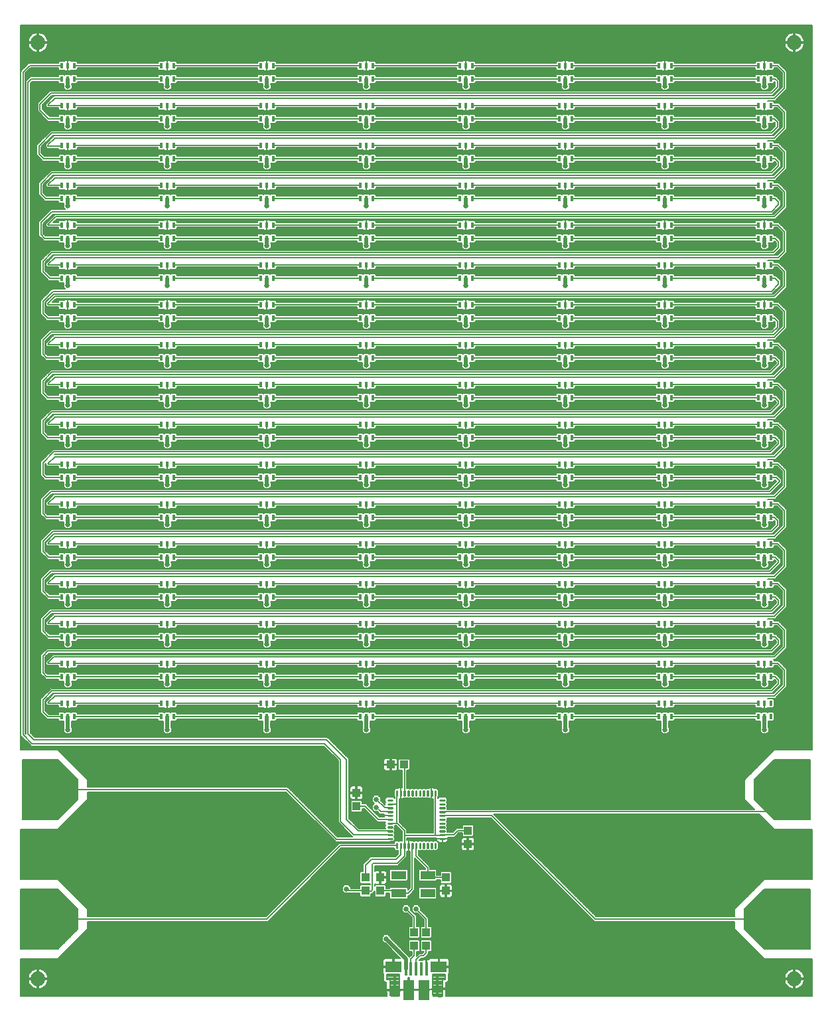
<source format=gtl>
G75*
%MOIN*%
%OFA0B0*%
%FSLAX25Y25*%
%IPPOS*%
%LPD*%
%AMOC8*
5,1,8,0,0,1.08239X$1,22.5*
%
%ADD10R,0.01575X0.02756*%
%ADD11C,0.01004*%
%ADD12R,0.03937X0.04331*%
%ADD13R,0.04331X0.03937*%
%ADD14R,0.07480X0.04331*%
%ADD15R,0.01575X0.06890*%
%ADD16R,0.07874X0.05748*%
%ADD17R,0.05610X0.09843*%
%ADD18C,0.03937*%
%ADD19C,0.04331*%
%ADD20C,0.00800*%
%ADD21C,0.07400*%
%ADD22C,0.00600*%
%ADD23C,0.02000*%
%ADD24C,0.02578*%
D10*
X0023150Y0150178D03*
X0026300Y0150178D03*
X0029450Y0150178D03*
X0029450Y0156871D03*
X0026300Y0156871D03*
X0023150Y0156871D03*
X0023150Y0170178D03*
X0026300Y0170178D03*
X0029450Y0170178D03*
X0029450Y0176871D03*
X0026300Y0176871D03*
X0023150Y0176871D03*
X0023150Y0190178D03*
X0026300Y0190178D03*
X0029450Y0190178D03*
X0029450Y0196871D03*
X0026300Y0196871D03*
X0023150Y0196871D03*
X0023150Y0210178D03*
X0026300Y0210178D03*
X0029450Y0210178D03*
X0029450Y0216871D03*
X0026300Y0216871D03*
X0023150Y0216871D03*
X0023150Y0230178D03*
X0026300Y0230178D03*
X0029450Y0230178D03*
X0029450Y0236871D03*
X0026300Y0236871D03*
X0023150Y0236871D03*
X0023150Y0250178D03*
X0026300Y0250178D03*
X0029450Y0250178D03*
X0029450Y0256871D03*
X0026300Y0256871D03*
X0023150Y0256871D03*
X0023150Y0270178D03*
X0026300Y0270178D03*
X0029450Y0270178D03*
X0029450Y0276871D03*
X0026300Y0276871D03*
X0023150Y0276871D03*
X0023150Y0290178D03*
X0026300Y0290178D03*
X0029450Y0290178D03*
X0029450Y0296871D03*
X0026300Y0296871D03*
X0023150Y0296871D03*
X0023150Y0310178D03*
X0026300Y0310178D03*
X0029450Y0310178D03*
X0029450Y0316871D03*
X0026300Y0316871D03*
X0023150Y0316871D03*
X0023150Y0330178D03*
X0026300Y0330178D03*
X0029450Y0330178D03*
X0029450Y0336871D03*
X0026300Y0336871D03*
X0023150Y0336871D03*
X0023150Y0350178D03*
X0026300Y0350178D03*
X0029450Y0350178D03*
X0029450Y0356871D03*
X0026300Y0356871D03*
X0023150Y0356871D03*
X0023150Y0370178D03*
X0026300Y0370178D03*
X0029450Y0370178D03*
X0029450Y0376871D03*
X0026300Y0376871D03*
X0023150Y0376871D03*
X0023150Y0390178D03*
X0026300Y0390178D03*
X0029450Y0390178D03*
X0029450Y0396871D03*
X0026300Y0396871D03*
X0023150Y0396871D03*
X0023150Y0410178D03*
X0026300Y0410178D03*
X0029450Y0410178D03*
X0029450Y0416871D03*
X0026300Y0416871D03*
X0023150Y0416871D03*
X0023150Y0430178D03*
X0026300Y0430178D03*
X0029450Y0430178D03*
X0029450Y0436871D03*
X0026300Y0436871D03*
X0023150Y0436871D03*
X0023150Y0450178D03*
X0026300Y0450178D03*
X0029450Y0450178D03*
X0029450Y0456871D03*
X0026300Y0456871D03*
X0023150Y0456871D03*
X0023150Y0470178D03*
X0026300Y0470178D03*
X0029450Y0470178D03*
X0029450Y0476871D03*
X0026300Y0476871D03*
X0023150Y0476871D03*
X0073150Y0476871D03*
X0076300Y0476871D03*
X0079450Y0476871D03*
X0079450Y0470178D03*
X0076300Y0470178D03*
X0073150Y0470178D03*
X0073150Y0456871D03*
X0076300Y0456871D03*
X0079450Y0456871D03*
X0079450Y0450178D03*
X0076300Y0450178D03*
X0073150Y0450178D03*
X0073150Y0436871D03*
X0076300Y0436871D03*
X0079450Y0436871D03*
X0079450Y0430178D03*
X0076300Y0430178D03*
X0073150Y0430178D03*
X0073150Y0416871D03*
X0076300Y0416871D03*
X0079450Y0416871D03*
X0079450Y0410178D03*
X0076300Y0410178D03*
X0073150Y0410178D03*
X0073150Y0396871D03*
X0076300Y0396871D03*
X0079450Y0396871D03*
X0079450Y0390178D03*
X0076300Y0390178D03*
X0073150Y0390178D03*
X0073150Y0376871D03*
X0076300Y0376871D03*
X0079450Y0376871D03*
X0079450Y0370178D03*
X0076300Y0370178D03*
X0073150Y0370178D03*
X0073150Y0356871D03*
X0076300Y0356871D03*
X0079450Y0356871D03*
X0079450Y0350178D03*
X0076300Y0350178D03*
X0073150Y0350178D03*
X0073150Y0336871D03*
X0076300Y0336871D03*
X0079450Y0336871D03*
X0079450Y0330178D03*
X0076300Y0330178D03*
X0073150Y0330178D03*
X0073150Y0316871D03*
X0076300Y0316871D03*
X0079450Y0316871D03*
X0079450Y0310178D03*
X0076300Y0310178D03*
X0073150Y0310178D03*
X0073150Y0296871D03*
X0076300Y0296871D03*
X0079450Y0296871D03*
X0079450Y0290178D03*
X0076300Y0290178D03*
X0073150Y0290178D03*
X0073150Y0276871D03*
X0076300Y0276871D03*
X0079450Y0276871D03*
X0079450Y0270178D03*
X0076300Y0270178D03*
X0073150Y0270178D03*
X0073150Y0256871D03*
X0076300Y0256871D03*
X0079450Y0256871D03*
X0079450Y0250178D03*
X0076300Y0250178D03*
X0073150Y0250178D03*
X0073150Y0236871D03*
X0076300Y0236871D03*
X0079450Y0236871D03*
X0079450Y0230178D03*
X0076300Y0230178D03*
X0073150Y0230178D03*
X0073150Y0216871D03*
X0076300Y0216871D03*
X0079450Y0216871D03*
X0079450Y0210178D03*
X0076300Y0210178D03*
X0073150Y0210178D03*
X0073150Y0196871D03*
X0076300Y0196871D03*
X0079450Y0196871D03*
X0079450Y0190178D03*
X0076300Y0190178D03*
X0073150Y0190178D03*
X0073150Y0176871D03*
X0076300Y0176871D03*
X0079450Y0176871D03*
X0079450Y0170178D03*
X0076300Y0170178D03*
X0073150Y0170178D03*
X0073150Y0156871D03*
X0076300Y0156871D03*
X0079450Y0156871D03*
X0079450Y0150178D03*
X0076300Y0150178D03*
X0073150Y0150178D03*
X0123150Y0150178D03*
X0126300Y0150178D03*
X0129450Y0150178D03*
X0129450Y0156871D03*
X0126300Y0156871D03*
X0123150Y0156871D03*
X0123150Y0170178D03*
X0126300Y0170178D03*
X0129450Y0170178D03*
X0129450Y0176871D03*
X0126300Y0176871D03*
X0123150Y0176871D03*
X0123150Y0190178D03*
X0126300Y0190178D03*
X0129450Y0190178D03*
X0129450Y0196871D03*
X0126300Y0196871D03*
X0123150Y0196871D03*
X0123150Y0210178D03*
X0126300Y0210178D03*
X0129450Y0210178D03*
X0129450Y0216871D03*
X0126300Y0216871D03*
X0123150Y0216871D03*
X0123150Y0230178D03*
X0126300Y0230178D03*
X0129450Y0230178D03*
X0129450Y0236871D03*
X0126300Y0236871D03*
X0123150Y0236871D03*
X0123150Y0250178D03*
X0126300Y0250178D03*
X0129450Y0250178D03*
X0129450Y0256871D03*
X0126300Y0256871D03*
X0123150Y0256871D03*
X0123150Y0270178D03*
X0126300Y0270178D03*
X0129450Y0270178D03*
X0129450Y0276871D03*
X0126300Y0276871D03*
X0123150Y0276871D03*
X0123150Y0290178D03*
X0126300Y0290178D03*
X0129450Y0290178D03*
X0129450Y0296871D03*
X0126300Y0296871D03*
X0123150Y0296871D03*
X0123150Y0310178D03*
X0126300Y0310178D03*
X0129450Y0310178D03*
X0129450Y0316871D03*
X0126300Y0316871D03*
X0123150Y0316871D03*
X0123150Y0330178D03*
X0126300Y0330178D03*
X0129450Y0330178D03*
X0129450Y0336871D03*
X0126300Y0336871D03*
X0123150Y0336871D03*
X0123150Y0350178D03*
X0126300Y0350178D03*
X0129450Y0350178D03*
X0129450Y0356871D03*
X0126300Y0356871D03*
X0123150Y0356871D03*
X0123150Y0370178D03*
X0126300Y0370178D03*
X0129450Y0370178D03*
X0129450Y0376871D03*
X0126300Y0376871D03*
X0123150Y0376871D03*
X0123150Y0390178D03*
X0126300Y0390178D03*
X0129450Y0390178D03*
X0129450Y0396871D03*
X0126300Y0396871D03*
X0123150Y0396871D03*
X0123150Y0410178D03*
X0126300Y0410178D03*
X0129450Y0410178D03*
X0129450Y0416871D03*
X0126300Y0416871D03*
X0123150Y0416871D03*
X0123150Y0430178D03*
X0126300Y0430178D03*
X0129450Y0430178D03*
X0129450Y0436871D03*
X0126300Y0436871D03*
X0123150Y0436871D03*
X0123150Y0450178D03*
X0126300Y0450178D03*
X0129450Y0450178D03*
X0129450Y0456871D03*
X0126300Y0456871D03*
X0123150Y0456871D03*
X0123150Y0470178D03*
X0126300Y0470178D03*
X0129450Y0470178D03*
X0129450Y0476871D03*
X0126300Y0476871D03*
X0123150Y0476871D03*
X0173150Y0476871D03*
X0176300Y0476871D03*
X0179450Y0476871D03*
X0179450Y0470178D03*
X0176300Y0470178D03*
X0173150Y0470178D03*
X0173150Y0456871D03*
X0176300Y0456871D03*
X0179450Y0456871D03*
X0179450Y0450178D03*
X0176300Y0450178D03*
X0173150Y0450178D03*
X0173150Y0436871D03*
X0176300Y0436871D03*
X0179450Y0436871D03*
X0179450Y0430178D03*
X0176300Y0430178D03*
X0173150Y0430178D03*
X0173150Y0416871D03*
X0176300Y0416871D03*
X0179450Y0416871D03*
X0179450Y0410178D03*
X0176300Y0410178D03*
X0173150Y0410178D03*
X0173150Y0396871D03*
X0176300Y0396871D03*
X0179450Y0396871D03*
X0179450Y0390178D03*
X0176300Y0390178D03*
X0173150Y0390178D03*
X0173150Y0376871D03*
X0176300Y0376871D03*
X0179450Y0376871D03*
X0179450Y0370178D03*
X0176300Y0370178D03*
X0173150Y0370178D03*
X0173150Y0356871D03*
X0176300Y0356871D03*
X0179450Y0356871D03*
X0179450Y0350178D03*
X0176300Y0350178D03*
X0173150Y0350178D03*
X0173150Y0336871D03*
X0176300Y0336871D03*
X0179450Y0336871D03*
X0179450Y0330178D03*
X0176300Y0330178D03*
X0173150Y0330178D03*
X0173150Y0316871D03*
X0176300Y0316871D03*
X0179450Y0316871D03*
X0179450Y0310178D03*
X0176300Y0310178D03*
X0173150Y0310178D03*
X0173150Y0296871D03*
X0176300Y0296871D03*
X0179450Y0296871D03*
X0179450Y0290178D03*
X0176300Y0290178D03*
X0173150Y0290178D03*
X0173150Y0276871D03*
X0176300Y0276871D03*
X0179450Y0276871D03*
X0179450Y0270178D03*
X0176300Y0270178D03*
X0173150Y0270178D03*
X0173150Y0256871D03*
X0176300Y0256871D03*
X0179450Y0256871D03*
X0179450Y0250178D03*
X0176300Y0250178D03*
X0173150Y0250178D03*
X0173150Y0236871D03*
X0176300Y0236871D03*
X0179450Y0236871D03*
X0179450Y0230178D03*
X0176300Y0230178D03*
X0173150Y0230178D03*
X0173150Y0216871D03*
X0176300Y0216871D03*
X0179450Y0216871D03*
X0179450Y0210178D03*
X0176300Y0210178D03*
X0173150Y0210178D03*
X0173150Y0196871D03*
X0176300Y0196871D03*
X0179450Y0196871D03*
X0179450Y0190178D03*
X0176300Y0190178D03*
X0173150Y0190178D03*
X0173150Y0176871D03*
X0176300Y0176871D03*
X0179450Y0176871D03*
X0179450Y0170178D03*
X0176300Y0170178D03*
X0173150Y0170178D03*
X0173150Y0156871D03*
X0176300Y0156871D03*
X0179450Y0156871D03*
X0179450Y0150178D03*
X0176300Y0150178D03*
X0173150Y0150178D03*
X0223150Y0150178D03*
X0226300Y0150178D03*
X0229450Y0150178D03*
X0229450Y0156871D03*
X0226300Y0156871D03*
X0223150Y0156871D03*
X0223150Y0170178D03*
X0226300Y0170178D03*
X0229450Y0170178D03*
X0229450Y0176871D03*
X0226300Y0176871D03*
X0223150Y0176871D03*
X0223150Y0190178D03*
X0226300Y0190178D03*
X0229450Y0190178D03*
X0229450Y0196871D03*
X0226300Y0196871D03*
X0223150Y0196871D03*
X0223150Y0210178D03*
X0226300Y0210178D03*
X0229450Y0210178D03*
X0229450Y0216871D03*
X0226300Y0216871D03*
X0223150Y0216871D03*
X0223150Y0230178D03*
X0226300Y0230178D03*
X0229450Y0230178D03*
X0229450Y0236871D03*
X0226300Y0236871D03*
X0223150Y0236871D03*
X0223150Y0250178D03*
X0226300Y0250178D03*
X0229450Y0250178D03*
X0229450Y0256871D03*
X0226300Y0256871D03*
X0223150Y0256871D03*
X0223150Y0270178D03*
X0226300Y0270178D03*
X0229450Y0270178D03*
X0229450Y0276871D03*
X0226300Y0276871D03*
X0223150Y0276871D03*
X0223150Y0290178D03*
X0226300Y0290178D03*
X0229450Y0290178D03*
X0229450Y0296871D03*
X0226300Y0296871D03*
X0223150Y0296871D03*
X0223150Y0310178D03*
X0226300Y0310178D03*
X0229450Y0310178D03*
X0229450Y0316871D03*
X0226300Y0316871D03*
X0223150Y0316871D03*
X0223150Y0330178D03*
X0226300Y0330178D03*
X0229450Y0330178D03*
X0229450Y0336871D03*
X0226300Y0336871D03*
X0223150Y0336871D03*
X0223150Y0350178D03*
X0226300Y0350178D03*
X0229450Y0350178D03*
X0229450Y0356871D03*
X0226300Y0356871D03*
X0223150Y0356871D03*
X0223150Y0370178D03*
X0226300Y0370178D03*
X0229450Y0370178D03*
X0229450Y0376871D03*
X0226300Y0376871D03*
X0223150Y0376871D03*
X0223150Y0390178D03*
X0226300Y0390178D03*
X0229450Y0390178D03*
X0229450Y0396871D03*
X0226300Y0396871D03*
X0223150Y0396871D03*
X0223150Y0410178D03*
X0226300Y0410178D03*
X0229450Y0410178D03*
X0229450Y0416871D03*
X0226300Y0416871D03*
X0223150Y0416871D03*
X0223150Y0430178D03*
X0226300Y0430178D03*
X0229450Y0430178D03*
X0229450Y0436871D03*
X0226300Y0436871D03*
X0223150Y0436871D03*
X0223150Y0450178D03*
X0226300Y0450178D03*
X0229450Y0450178D03*
X0229450Y0456871D03*
X0226300Y0456871D03*
X0223150Y0456871D03*
X0223150Y0470178D03*
X0226300Y0470178D03*
X0229450Y0470178D03*
X0229450Y0476871D03*
X0226300Y0476871D03*
X0223150Y0476871D03*
X0273150Y0476871D03*
X0276300Y0476871D03*
X0279450Y0476871D03*
X0279450Y0470178D03*
X0276300Y0470178D03*
X0273150Y0470178D03*
X0273150Y0456871D03*
X0276300Y0456871D03*
X0279450Y0456871D03*
X0279450Y0450178D03*
X0276300Y0450178D03*
X0273150Y0450178D03*
X0273150Y0436871D03*
X0276300Y0436871D03*
X0279450Y0436871D03*
X0279450Y0430178D03*
X0276300Y0430178D03*
X0273150Y0430178D03*
X0273150Y0416871D03*
X0276300Y0416871D03*
X0279450Y0416871D03*
X0279450Y0410178D03*
X0276300Y0410178D03*
X0273150Y0410178D03*
X0273150Y0396871D03*
X0276300Y0396871D03*
X0279450Y0396871D03*
X0279450Y0390178D03*
X0276300Y0390178D03*
X0273150Y0390178D03*
X0273150Y0376871D03*
X0276300Y0376871D03*
X0279450Y0376871D03*
X0279450Y0370178D03*
X0276300Y0370178D03*
X0273150Y0370178D03*
X0273150Y0356871D03*
X0276300Y0356871D03*
X0279450Y0356871D03*
X0279450Y0350178D03*
X0276300Y0350178D03*
X0273150Y0350178D03*
X0273150Y0336871D03*
X0276300Y0336871D03*
X0279450Y0336871D03*
X0279450Y0330178D03*
X0276300Y0330178D03*
X0273150Y0330178D03*
X0273150Y0316871D03*
X0276300Y0316871D03*
X0279450Y0316871D03*
X0279450Y0310178D03*
X0276300Y0310178D03*
X0273150Y0310178D03*
X0273150Y0296871D03*
X0276300Y0296871D03*
X0279450Y0296871D03*
X0279450Y0290178D03*
X0276300Y0290178D03*
X0273150Y0290178D03*
X0273150Y0276871D03*
X0276300Y0276871D03*
X0279450Y0276871D03*
X0279450Y0270178D03*
X0276300Y0270178D03*
X0273150Y0270178D03*
X0273150Y0256871D03*
X0276300Y0256871D03*
X0279450Y0256871D03*
X0279450Y0250178D03*
X0276300Y0250178D03*
X0273150Y0250178D03*
X0273150Y0236871D03*
X0276300Y0236871D03*
X0279450Y0236871D03*
X0279450Y0230178D03*
X0276300Y0230178D03*
X0273150Y0230178D03*
X0273150Y0216871D03*
X0276300Y0216871D03*
X0279450Y0216871D03*
X0279450Y0210178D03*
X0276300Y0210178D03*
X0273150Y0210178D03*
X0273150Y0196871D03*
X0276300Y0196871D03*
X0279450Y0196871D03*
X0279450Y0190178D03*
X0276300Y0190178D03*
X0273150Y0190178D03*
X0273150Y0176871D03*
X0276300Y0176871D03*
X0279450Y0176871D03*
X0279450Y0170178D03*
X0276300Y0170178D03*
X0273150Y0170178D03*
X0273150Y0156871D03*
X0276300Y0156871D03*
X0279450Y0156871D03*
X0279450Y0150178D03*
X0276300Y0150178D03*
X0273150Y0150178D03*
X0323150Y0150178D03*
X0326300Y0150178D03*
X0329450Y0150178D03*
X0329450Y0156871D03*
X0326300Y0156871D03*
X0323150Y0156871D03*
X0323150Y0170178D03*
X0326300Y0170178D03*
X0329450Y0170178D03*
X0329450Y0176871D03*
X0326300Y0176871D03*
X0323150Y0176871D03*
X0323150Y0190178D03*
X0326300Y0190178D03*
X0329450Y0190178D03*
X0329450Y0196871D03*
X0326300Y0196871D03*
X0323150Y0196871D03*
X0323150Y0210178D03*
X0326300Y0210178D03*
X0329450Y0210178D03*
X0329450Y0216871D03*
X0326300Y0216871D03*
X0323150Y0216871D03*
X0323150Y0230178D03*
X0326300Y0230178D03*
X0329450Y0230178D03*
X0329450Y0236871D03*
X0326300Y0236871D03*
X0323150Y0236871D03*
X0323150Y0250178D03*
X0326300Y0250178D03*
X0329450Y0250178D03*
X0329450Y0256871D03*
X0326300Y0256871D03*
X0323150Y0256871D03*
X0323150Y0270178D03*
X0326300Y0270178D03*
X0329450Y0270178D03*
X0329450Y0276871D03*
X0326300Y0276871D03*
X0323150Y0276871D03*
X0323150Y0290178D03*
X0326300Y0290178D03*
X0329450Y0290178D03*
X0329450Y0296871D03*
X0326300Y0296871D03*
X0323150Y0296871D03*
X0323150Y0310178D03*
X0326300Y0310178D03*
X0329450Y0310178D03*
X0329450Y0316871D03*
X0326300Y0316871D03*
X0323150Y0316871D03*
X0323150Y0330178D03*
X0326300Y0330178D03*
X0329450Y0330178D03*
X0329450Y0336871D03*
X0326300Y0336871D03*
X0323150Y0336871D03*
X0323150Y0350178D03*
X0326300Y0350178D03*
X0329450Y0350178D03*
X0329450Y0356871D03*
X0326300Y0356871D03*
X0323150Y0356871D03*
X0323150Y0370178D03*
X0326300Y0370178D03*
X0329450Y0370178D03*
X0329450Y0376871D03*
X0326300Y0376871D03*
X0323150Y0376871D03*
X0323150Y0390178D03*
X0326300Y0390178D03*
X0329450Y0390178D03*
X0329450Y0396871D03*
X0326300Y0396871D03*
X0323150Y0396871D03*
X0323150Y0410178D03*
X0326300Y0410178D03*
X0329450Y0410178D03*
X0329450Y0416871D03*
X0326300Y0416871D03*
X0323150Y0416871D03*
X0323150Y0430178D03*
X0326300Y0430178D03*
X0329450Y0430178D03*
X0329450Y0436871D03*
X0326300Y0436871D03*
X0323150Y0436871D03*
X0323150Y0450178D03*
X0326300Y0450178D03*
X0329450Y0450178D03*
X0329450Y0456871D03*
X0326300Y0456871D03*
X0323150Y0456871D03*
X0323150Y0470178D03*
X0326300Y0470178D03*
X0329450Y0470178D03*
X0329450Y0476871D03*
X0326300Y0476871D03*
X0323150Y0476871D03*
X0373150Y0476871D03*
X0376300Y0476871D03*
X0379450Y0476871D03*
X0379450Y0470178D03*
X0376300Y0470178D03*
X0373150Y0470178D03*
X0373150Y0456871D03*
X0376300Y0456871D03*
X0379450Y0456871D03*
X0379450Y0450178D03*
X0376300Y0450178D03*
X0373150Y0450178D03*
X0373150Y0436871D03*
X0376300Y0436871D03*
X0379450Y0436871D03*
X0379450Y0430178D03*
X0376300Y0430178D03*
X0373150Y0430178D03*
X0373150Y0416871D03*
X0376300Y0416871D03*
X0379450Y0416871D03*
X0379450Y0410178D03*
X0376300Y0410178D03*
X0373150Y0410178D03*
X0373150Y0396871D03*
X0376300Y0396871D03*
X0379450Y0396871D03*
X0379450Y0390178D03*
X0376300Y0390178D03*
X0373150Y0390178D03*
X0373150Y0376871D03*
X0376300Y0376871D03*
X0379450Y0376871D03*
X0379450Y0370178D03*
X0376300Y0370178D03*
X0373150Y0370178D03*
X0373150Y0356871D03*
X0376300Y0356871D03*
X0379450Y0356871D03*
X0379450Y0350178D03*
X0376300Y0350178D03*
X0373150Y0350178D03*
X0373150Y0336871D03*
X0376300Y0336871D03*
X0379450Y0336871D03*
X0379450Y0330178D03*
X0376300Y0330178D03*
X0373150Y0330178D03*
X0373150Y0316871D03*
X0376300Y0316871D03*
X0379450Y0316871D03*
X0379450Y0310178D03*
X0376300Y0310178D03*
X0373150Y0310178D03*
X0373150Y0296871D03*
X0376300Y0296871D03*
X0379450Y0296871D03*
X0379450Y0290178D03*
X0376300Y0290178D03*
X0373150Y0290178D03*
X0373150Y0276871D03*
X0376300Y0276871D03*
X0379450Y0276871D03*
X0379450Y0270178D03*
X0376300Y0270178D03*
X0373150Y0270178D03*
X0373150Y0256871D03*
X0376300Y0256871D03*
X0379450Y0256871D03*
X0379450Y0250178D03*
X0376300Y0250178D03*
X0373150Y0250178D03*
X0373150Y0236871D03*
X0376300Y0236871D03*
X0379450Y0236871D03*
X0379450Y0230178D03*
X0376300Y0230178D03*
X0373150Y0230178D03*
X0373150Y0216871D03*
X0376300Y0216871D03*
X0379450Y0216871D03*
X0379450Y0210178D03*
X0376300Y0210178D03*
X0373150Y0210178D03*
X0373150Y0196871D03*
X0376300Y0196871D03*
X0379450Y0196871D03*
X0379450Y0190178D03*
X0376300Y0190178D03*
X0373150Y0190178D03*
X0373150Y0176871D03*
X0376300Y0176871D03*
X0379450Y0176871D03*
X0379450Y0170178D03*
X0376300Y0170178D03*
X0373150Y0170178D03*
X0373150Y0156871D03*
X0376300Y0156871D03*
X0379450Y0156871D03*
X0379450Y0150178D03*
X0376300Y0150178D03*
X0373150Y0150178D03*
D11*
X0215509Y0108289D02*
X0213363Y0108289D01*
X0215509Y0108289D02*
X0215509Y0108113D01*
X0213363Y0108113D01*
X0213363Y0108289D01*
X0213363Y0106320D02*
X0215509Y0106320D01*
X0215509Y0106144D01*
X0213363Y0106144D01*
X0213363Y0106320D01*
X0213363Y0104435D02*
X0215509Y0104435D01*
X0215509Y0104259D01*
X0213363Y0104259D01*
X0213363Y0104435D01*
X0213363Y0102466D02*
X0215509Y0102466D01*
X0215509Y0102290D01*
X0213363Y0102290D01*
X0213363Y0102466D01*
X0213363Y0100581D02*
X0215509Y0100581D01*
X0215509Y0100405D01*
X0213363Y0100405D01*
X0213363Y0100581D01*
X0213363Y0098436D02*
X0215509Y0098436D01*
X0213363Y0098436D02*
X0213363Y0098612D01*
X0215509Y0098612D01*
X0215509Y0098436D01*
X0215509Y0096468D02*
X0213363Y0096468D01*
X0213363Y0096644D01*
X0215509Y0096644D01*
X0215509Y0096468D01*
X0215509Y0094583D02*
X0213363Y0094583D01*
X0213363Y0094759D01*
X0215509Y0094759D01*
X0215509Y0094583D01*
X0215509Y0092614D02*
X0213363Y0092614D01*
X0213363Y0092790D01*
X0215509Y0092790D01*
X0215509Y0092614D01*
X0215509Y0090729D02*
X0213363Y0090729D01*
X0213363Y0090905D01*
X0215509Y0090905D01*
X0215509Y0090729D01*
X0215509Y0088760D02*
X0213363Y0088760D01*
X0213363Y0088936D01*
X0215509Y0088936D01*
X0215509Y0088760D01*
X0211064Y0086462D02*
X0211064Y0084316D01*
X0210888Y0084316D01*
X0210888Y0086462D01*
X0211064Y0086462D01*
X0211064Y0085270D02*
X0210888Y0085270D01*
X0210888Y0086224D02*
X0211064Y0086224D01*
X0209096Y0086462D02*
X0209096Y0084316D01*
X0208920Y0084316D01*
X0208920Y0086462D01*
X0209096Y0086462D01*
X0209096Y0085270D02*
X0208920Y0085270D01*
X0208920Y0086224D02*
X0209096Y0086224D01*
X0207210Y0086462D02*
X0207210Y0084316D01*
X0207034Y0084316D01*
X0207034Y0086462D01*
X0207210Y0086462D01*
X0207210Y0085270D02*
X0207034Y0085270D01*
X0207034Y0086224D02*
X0207210Y0086224D01*
X0205242Y0086462D02*
X0205242Y0084316D01*
X0205066Y0084316D01*
X0205066Y0086462D01*
X0205242Y0086462D01*
X0205242Y0085270D02*
X0205066Y0085270D01*
X0205066Y0086224D02*
X0205242Y0086224D01*
X0203357Y0086462D02*
X0203357Y0084316D01*
X0203181Y0084316D01*
X0203181Y0086462D01*
X0203357Y0086462D01*
X0203357Y0085270D02*
X0203181Y0085270D01*
X0203181Y0086224D02*
X0203357Y0086224D01*
X0201212Y0086462D02*
X0201212Y0084316D01*
X0201212Y0086462D02*
X0201388Y0086462D01*
X0201388Y0084316D01*
X0201212Y0084316D01*
X0201212Y0085270D02*
X0201388Y0085270D01*
X0201388Y0086224D02*
X0201212Y0086224D01*
X0199243Y0086462D02*
X0199243Y0084316D01*
X0199243Y0086462D02*
X0199419Y0086462D01*
X0199419Y0084316D01*
X0199243Y0084316D01*
X0199243Y0085270D02*
X0199419Y0085270D01*
X0199419Y0086224D02*
X0199243Y0086224D01*
X0197358Y0086462D02*
X0197358Y0084316D01*
X0197358Y0086462D02*
X0197534Y0086462D01*
X0197534Y0084316D01*
X0197358Y0084316D01*
X0197358Y0085270D02*
X0197534Y0085270D01*
X0197534Y0086224D02*
X0197358Y0086224D01*
X0195390Y0086462D02*
X0195390Y0084316D01*
X0195390Y0086462D02*
X0195566Y0086462D01*
X0195566Y0084316D01*
X0195390Y0084316D01*
X0195390Y0085270D02*
X0195566Y0085270D01*
X0195566Y0086224D02*
X0195390Y0086224D01*
X0193504Y0086462D02*
X0193504Y0084316D01*
X0193504Y0086462D02*
X0193680Y0086462D01*
X0193680Y0084316D01*
X0193504Y0084316D01*
X0193504Y0085270D02*
X0193680Y0085270D01*
X0193680Y0086224D02*
X0193504Y0086224D01*
X0191536Y0086462D02*
X0191536Y0084316D01*
X0191536Y0086462D02*
X0191712Y0086462D01*
X0191712Y0084316D01*
X0191536Y0084316D01*
X0191536Y0085270D02*
X0191712Y0085270D01*
X0191712Y0086224D02*
X0191536Y0086224D01*
X0189237Y0088760D02*
X0187091Y0088760D01*
X0187091Y0088936D01*
X0189237Y0088936D01*
X0189237Y0088760D01*
X0189237Y0090729D02*
X0187091Y0090729D01*
X0187091Y0090905D01*
X0189237Y0090905D01*
X0189237Y0090729D01*
X0189237Y0092614D02*
X0187091Y0092614D01*
X0187091Y0092790D01*
X0189237Y0092790D01*
X0189237Y0092614D01*
X0189237Y0094583D02*
X0187091Y0094583D01*
X0187091Y0094759D01*
X0189237Y0094759D01*
X0189237Y0094583D01*
X0189237Y0096468D02*
X0187091Y0096468D01*
X0187091Y0096644D01*
X0189237Y0096644D01*
X0189237Y0096468D01*
X0189237Y0098612D02*
X0187091Y0098612D01*
X0189237Y0098612D02*
X0189237Y0098436D01*
X0187091Y0098436D01*
X0187091Y0098612D01*
X0187091Y0100581D02*
X0189237Y0100581D01*
X0189237Y0100405D01*
X0187091Y0100405D01*
X0187091Y0100581D01*
X0187091Y0102466D02*
X0189237Y0102466D01*
X0189237Y0102290D01*
X0187091Y0102290D01*
X0187091Y0102466D01*
X0187091Y0104435D02*
X0189237Y0104435D01*
X0189237Y0104259D01*
X0187091Y0104259D01*
X0187091Y0104435D01*
X0187091Y0106320D02*
X0189237Y0106320D01*
X0189237Y0106144D01*
X0187091Y0106144D01*
X0187091Y0106320D01*
X0187091Y0108289D02*
X0189237Y0108289D01*
X0189237Y0108113D01*
X0187091Y0108113D01*
X0187091Y0108289D01*
X0191536Y0110587D02*
X0191536Y0112733D01*
X0191712Y0112733D01*
X0191712Y0110587D01*
X0191536Y0110587D01*
X0191536Y0111541D02*
X0191712Y0111541D01*
X0191712Y0112495D02*
X0191536Y0112495D01*
X0193504Y0112733D02*
X0193504Y0110587D01*
X0193504Y0112733D02*
X0193680Y0112733D01*
X0193680Y0110587D01*
X0193504Y0110587D01*
X0193504Y0111541D02*
X0193680Y0111541D01*
X0193680Y0112495D02*
X0193504Y0112495D01*
X0195390Y0112733D02*
X0195390Y0110587D01*
X0195390Y0112733D02*
X0195566Y0112733D01*
X0195566Y0110587D01*
X0195390Y0110587D01*
X0195390Y0111541D02*
X0195566Y0111541D01*
X0195566Y0112495D02*
X0195390Y0112495D01*
X0197358Y0112733D02*
X0197358Y0110587D01*
X0197358Y0112733D02*
X0197534Y0112733D01*
X0197534Y0110587D01*
X0197358Y0110587D01*
X0197358Y0111541D02*
X0197534Y0111541D01*
X0197534Y0112495D02*
X0197358Y0112495D01*
X0199243Y0112733D02*
X0199243Y0110587D01*
X0199243Y0112733D02*
X0199419Y0112733D01*
X0199419Y0110587D01*
X0199243Y0110587D01*
X0199243Y0111541D02*
X0199419Y0111541D01*
X0199419Y0112495D02*
X0199243Y0112495D01*
X0201388Y0112733D02*
X0201388Y0110587D01*
X0201212Y0110587D01*
X0201212Y0112733D01*
X0201388Y0112733D01*
X0201388Y0111541D02*
X0201212Y0111541D01*
X0201212Y0112495D02*
X0201388Y0112495D01*
X0203357Y0112733D02*
X0203357Y0110587D01*
X0203181Y0110587D01*
X0203181Y0112733D01*
X0203357Y0112733D01*
X0203357Y0111541D02*
X0203181Y0111541D01*
X0203181Y0112495D02*
X0203357Y0112495D01*
X0205242Y0112733D02*
X0205242Y0110587D01*
X0205066Y0110587D01*
X0205066Y0112733D01*
X0205242Y0112733D01*
X0205242Y0111541D02*
X0205066Y0111541D01*
X0205066Y0112495D02*
X0205242Y0112495D01*
X0207210Y0112733D02*
X0207210Y0110587D01*
X0207034Y0110587D01*
X0207034Y0112733D01*
X0207210Y0112733D01*
X0207210Y0111541D02*
X0207034Y0111541D01*
X0207034Y0112495D02*
X0207210Y0112495D01*
X0209096Y0112733D02*
X0209096Y0110587D01*
X0208920Y0110587D01*
X0208920Y0112733D01*
X0209096Y0112733D01*
X0209096Y0111541D02*
X0208920Y0111541D01*
X0208920Y0112495D02*
X0209096Y0112495D01*
X0211064Y0112733D02*
X0211064Y0110587D01*
X0210888Y0110587D01*
X0210888Y0112733D01*
X0211064Y0112733D01*
X0211064Y0111541D02*
X0210888Y0111541D01*
X0210888Y0112495D02*
X0211064Y0112495D01*
D12*
X0227300Y0092871D03*
X0227300Y0086178D03*
X0216300Y0069371D03*
X0216300Y0062678D03*
X0206300Y0041871D03*
X0206300Y0035178D03*
X0200300Y0035178D03*
X0200300Y0041871D03*
X0183300Y0062678D03*
X0183300Y0069371D03*
X0175800Y0069371D03*
X0175800Y0062678D03*
X0171300Y0105178D03*
X0171300Y0111871D03*
D13*
X0188454Y0126024D03*
X0195146Y0126024D03*
D14*
X0192517Y0070552D03*
X0192517Y0061497D03*
X0207083Y0061497D03*
X0207083Y0070552D03*
D15*
X0206418Y0023524D03*
X0203859Y0023524D03*
X0201300Y0023524D03*
X0198741Y0023524D03*
X0196182Y0023524D03*
D16*
X0189883Y0024607D03*
X0212717Y0024607D03*
D17*
X0205089Y0012993D03*
X0197511Y0012993D03*
D18*
X0211930Y0013387D03*
D19*
X0190546Y0013561D02*
X0190546Y0011985D01*
X0190546Y0011985D01*
X0190546Y0013561D01*
X0190546Y0013561D01*
D20*
X0188105Y0013315D02*
X0193037Y0013315D01*
X0193036Y0012517D02*
X0188107Y0012517D01*
X0188109Y0011718D02*
X0193034Y0011718D01*
X0193032Y0010920D02*
X0188111Y0010920D01*
X0188111Y0010867D02*
X0188194Y0010566D01*
X0188341Y0010291D01*
X0188547Y0010055D01*
X0188799Y0009871D01*
X0189086Y0009748D01*
X0189393Y0009692D01*
X0189706Y0009706D01*
X0192068Y0009706D01*
X0192335Y0009761D01*
X0192579Y0009885D01*
X0192782Y0010067D01*
X0192932Y0010295D01*
X0193017Y0010555D01*
X0193032Y0010828D01*
X0193052Y0020828D01*
X0186635Y0020828D01*
X0186615Y0018308D01*
X0188091Y0018308D01*
X0188111Y0010867D01*
X0188489Y0010121D02*
X0192818Y0010121D01*
X0193039Y0014114D02*
X0188102Y0014114D01*
X0188100Y0014912D02*
X0193040Y0014912D01*
X0193042Y0015711D02*
X0188098Y0015711D01*
X0188096Y0016510D02*
X0193043Y0016510D01*
X0193045Y0017308D02*
X0188094Y0017308D01*
X0188092Y0018107D02*
X0193047Y0018107D01*
X0193048Y0018905D02*
X0186620Y0018905D01*
X0186626Y0019704D02*
X0193050Y0019704D01*
X0193051Y0020502D02*
X0186632Y0020502D01*
X0209713Y0020502D02*
X0215938Y0020502D01*
X0215938Y0020828D02*
X0209713Y0020828D01*
X0209713Y0010552D01*
X0209737Y0010346D01*
X0209813Y0010153D01*
X0209936Y0009987D01*
X0210098Y0009858D01*
X0210288Y0009775D01*
X0210493Y0009745D01*
X0213898Y0009646D01*
X0214059Y0009659D01*
X0214207Y0009721D01*
X0214329Y0009826D01*
X0214412Y0009963D01*
X0214450Y0010119D01*
X0214450Y0018328D01*
X0215938Y0018328D01*
X0215938Y0020828D01*
X0215938Y0019704D02*
X0209713Y0019704D01*
X0209713Y0018905D02*
X0215938Y0018905D01*
X0214450Y0018107D02*
X0209713Y0018107D01*
X0209713Y0017308D02*
X0214450Y0017308D01*
X0214450Y0016510D02*
X0209713Y0016510D01*
X0209713Y0015711D02*
X0214450Y0015711D01*
X0214450Y0014912D02*
X0209713Y0014912D01*
X0209713Y0014114D02*
X0214450Y0014114D01*
X0214450Y0013315D02*
X0209713Y0013315D01*
X0209713Y0012517D02*
X0214450Y0012517D01*
X0214450Y0011718D02*
X0209713Y0011718D01*
X0209713Y0010920D02*
X0214450Y0010920D01*
X0214450Y0010121D02*
X0209837Y0010121D01*
D21*
X0391300Y0018524D03*
X0391300Y0048524D03*
X0391300Y0113524D03*
X0391300Y0488524D03*
X0011300Y0488524D03*
X0011300Y0113524D03*
X0011300Y0048524D03*
X0011300Y0018524D03*
D22*
X0002500Y0009724D02*
X0002500Y0028524D01*
X0021300Y0028524D01*
X0036300Y0043524D01*
X0036300Y0047324D01*
X0126797Y0047324D01*
X0163661Y0084189D01*
X0190133Y0084189D01*
X0190133Y0083735D01*
X0190955Y0082914D01*
X0192293Y0082914D01*
X0192392Y0083013D01*
X0192392Y0081314D01*
X0190803Y0079724D01*
X0178303Y0079724D01*
X0175303Y0076724D01*
X0174600Y0076021D01*
X0174600Y0072436D01*
X0173459Y0072436D01*
X0172931Y0071909D01*
X0172931Y0066833D01*
X0173459Y0066306D01*
X0178100Y0066306D01*
X0178100Y0065743D01*
X0173459Y0065743D01*
X0172931Y0065216D01*
X0172931Y0063878D01*
X0168489Y0063878D01*
X0168489Y0064431D01*
X0167207Y0065713D01*
X0165393Y0065713D01*
X0164111Y0064431D01*
X0164111Y0062618D01*
X0165393Y0061335D01*
X0167207Y0061335D01*
X0167349Y0061478D01*
X0172931Y0061478D01*
X0172931Y0060140D01*
X0173459Y0059613D01*
X0178141Y0059613D01*
X0178668Y0060140D01*
X0178668Y0061324D01*
X0179297Y0061324D01*
X0179797Y0061824D01*
X0180431Y0062459D01*
X0180431Y0060140D01*
X0180959Y0059613D01*
X0185641Y0059613D01*
X0186168Y0060140D01*
X0186168Y0061478D01*
X0187876Y0061478D01*
X0187876Y0058959D01*
X0188404Y0058431D01*
X0196629Y0058431D01*
X0197157Y0058959D01*
X0197157Y0060297D01*
X0197769Y0060297D01*
X0200531Y0063059D01*
X0200531Y0079096D01*
X0205883Y0073744D01*
X0205883Y0073617D01*
X0202971Y0073617D01*
X0202443Y0073090D01*
X0202443Y0068014D01*
X0202971Y0067487D01*
X0211196Y0067487D01*
X0211724Y0068014D01*
X0211724Y0068171D01*
X0213431Y0068171D01*
X0213431Y0066833D01*
X0213959Y0066306D01*
X0218641Y0066306D01*
X0219168Y0066833D01*
X0219168Y0071909D01*
X0218641Y0072436D01*
X0213959Y0072436D01*
X0213431Y0071909D01*
X0213431Y0070571D01*
X0211724Y0070571D01*
X0211724Y0073090D01*
X0211196Y0073617D01*
X0208283Y0073617D01*
X0208283Y0074738D01*
X0202500Y0080521D01*
X0202500Y0083013D01*
X0202599Y0082914D01*
X0203938Y0082914D01*
X0204211Y0083187D01*
X0204484Y0082914D01*
X0205823Y0082914D01*
X0206138Y0083229D01*
X0206453Y0082914D01*
X0207792Y0082914D01*
X0208065Y0083187D01*
X0208338Y0082914D01*
X0209677Y0082914D01*
X0209992Y0083229D01*
X0210307Y0082914D01*
X0211645Y0082914D01*
X0212467Y0083735D01*
X0212467Y0087042D01*
X0211645Y0087863D01*
X0210307Y0087863D01*
X0209992Y0087548D01*
X0209677Y0087863D01*
X0208338Y0087863D01*
X0208065Y0087590D01*
X0207792Y0087863D01*
X0206453Y0087863D01*
X0206138Y0087548D01*
X0205823Y0087863D01*
X0204484Y0087863D01*
X0204211Y0087590D01*
X0203938Y0087863D01*
X0202599Y0087863D01*
X0202284Y0087548D01*
X0201969Y0087863D01*
X0200631Y0087863D01*
X0200316Y0087548D01*
X0200001Y0087863D01*
X0198681Y0087863D01*
X0198641Y0087903D01*
X0198230Y0088141D01*
X0197772Y0088263D01*
X0197446Y0088263D01*
X0197120Y0088263D01*
X0196678Y0088145D01*
X0196678Y0089324D01*
X0211601Y0089324D01*
X0211561Y0089174D01*
X0211561Y0088848D01*
X0211561Y0088522D01*
X0211684Y0088064D01*
X0211921Y0087653D01*
X0212257Y0087318D01*
X0212667Y0087081D01*
X0213126Y0086958D01*
X0214436Y0086958D01*
X0215746Y0086958D01*
X0216204Y0087081D01*
X0216615Y0087318D01*
X0216951Y0087653D01*
X0217188Y0088064D01*
X0217311Y0088522D01*
X0217311Y0088848D01*
X0214436Y0088848D01*
X0214436Y0086958D01*
X0214436Y0088848D01*
X0214436Y0088848D01*
X0214436Y0088848D01*
X0217311Y0088848D01*
X0217311Y0089174D01*
X0217192Y0089617D01*
X0220589Y0089617D01*
X0221292Y0090320D01*
X0222644Y0091671D01*
X0224431Y0091671D01*
X0224431Y0090333D01*
X0224959Y0089806D01*
X0229641Y0089806D01*
X0230168Y0090333D01*
X0230168Y0095409D01*
X0229641Y0095936D01*
X0224959Y0095936D01*
X0224431Y0095409D01*
X0224431Y0094071D01*
X0221649Y0094071D01*
X0219595Y0092017D01*
X0216895Y0092017D01*
X0216911Y0092033D01*
X0216911Y0093371D01*
X0216596Y0093686D01*
X0216911Y0094001D01*
X0216911Y0095340D01*
X0216637Y0095613D01*
X0216911Y0095887D01*
X0216911Y0097225D01*
X0216596Y0097540D01*
X0216911Y0097855D01*
X0216911Y0099194D01*
X0216811Y0099293D01*
X0238834Y0099293D01*
X0290803Y0047324D01*
X0361300Y0047324D01*
X0361300Y0043524D01*
X0376300Y0028524D01*
X0400100Y0028524D01*
X0400100Y0009724D01*
X0216121Y0009724D01*
X0216125Y0009740D01*
X0216132Y0009831D01*
X0216150Y0009895D01*
X0216150Y0010054D01*
X0216162Y0010212D01*
X0216150Y0010277D01*
X0216150Y0013087D01*
X0212230Y0013087D01*
X0212230Y0013687D01*
X0211630Y0013687D01*
X0211630Y0020433D01*
X0212230Y0020433D01*
X0212230Y0013687D01*
X0216150Y0013687D01*
X0216150Y0016628D01*
X0216162Y0016628D01*
X0216594Y0016743D01*
X0216982Y0016967D01*
X0217298Y0017284D01*
X0217522Y0017671D01*
X0217638Y0018104D01*
X0217638Y0020878D01*
X0217695Y0020935D01*
X0217866Y0021231D01*
X0217954Y0021562D01*
X0217954Y0024307D01*
X0213017Y0024307D01*
X0213017Y0024907D01*
X0212417Y0024907D01*
X0212417Y0028781D01*
X0208609Y0028781D01*
X0208279Y0028692D01*
X0207982Y0028521D01*
X0207740Y0028279D01*
X0207686Y0028186D01*
X0207377Y0028269D01*
X0206512Y0028269D01*
X0206512Y0023618D01*
X0206324Y0023618D01*
X0206324Y0028269D01*
X0205460Y0028269D01*
X0205129Y0028181D01*
X0204832Y0028010D01*
X0204692Y0027869D01*
X0202842Y0027869D01*
X0203797Y0028824D01*
X0205297Y0028824D01*
X0206797Y0030324D01*
X0207500Y0031027D01*
X0207500Y0032113D01*
X0208641Y0032113D01*
X0209168Y0032640D01*
X0209168Y0037716D01*
X0208641Y0038243D01*
X0203959Y0038243D01*
X0203431Y0037716D01*
X0203431Y0032640D01*
X0203959Y0032113D01*
X0205100Y0032113D01*
X0205100Y0032021D01*
X0204303Y0031224D01*
X0202803Y0031224D01*
X0202100Y0030521D01*
X0201500Y0029921D01*
X0201500Y0032113D01*
X0202641Y0032113D01*
X0203168Y0032640D01*
X0203168Y0037716D01*
X0202641Y0038243D01*
X0197959Y0038243D01*
X0197431Y0037716D01*
X0197431Y0032640D01*
X0197959Y0032113D01*
X0199100Y0032113D01*
X0199100Y0030521D01*
X0198045Y0029466D01*
X0188489Y0039022D01*
X0188489Y0039431D01*
X0187207Y0040713D01*
X0185393Y0040713D01*
X0184111Y0039431D01*
X0184111Y0037618D01*
X0185393Y0036335D01*
X0185802Y0036335D01*
X0193356Y0028781D01*
X0190183Y0028781D01*
X0190183Y0024907D01*
X0189583Y0024907D01*
X0189583Y0028781D01*
X0185775Y0028781D01*
X0185444Y0028692D01*
X0185147Y0028521D01*
X0184905Y0028279D01*
X0184734Y0027983D01*
X0184646Y0027652D01*
X0184646Y0024907D01*
X0189583Y0024907D01*
X0189583Y0024307D01*
X0184646Y0024307D01*
X0184646Y0021562D01*
X0184734Y0021231D01*
X0184905Y0020935D01*
X0184935Y0020906D01*
X0184935Y0020834D01*
X0184917Y0018538D01*
X0184915Y0018532D01*
X0184915Y0018314D01*
X0184913Y0018097D01*
X0184915Y0018091D01*
X0184915Y0018084D01*
X0184971Y0017874D01*
X0185026Y0017664D01*
X0185029Y0017658D01*
X0185031Y0017652D01*
X0185140Y0017463D01*
X0185140Y0017463D01*
X0185246Y0017275D01*
X0185251Y0017270D01*
X0185251Y0017270D01*
X0185255Y0017264D01*
X0185408Y0017110D01*
X0185561Y0016956D01*
X0185566Y0016952D01*
X0185571Y0016948D01*
X0185760Y0016839D01*
X0185946Y0016729D01*
X0185953Y0016727D01*
X0185959Y0016724D01*
X0186169Y0016667D01*
X0186378Y0016610D01*
X0186385Y0016610D01*
X0186391Y0016608D01*
X0186396Y0016608D01*
X0186405Y0013073D01*
X0190246Y0013073D01*
X0190246Y0012473D01*
X0186407Y0012473D01*
X0186411Y0010955D01*
X0186397Y0010824D01*
X0186411Y0010732D01*
X0186412Y0010639D01*
X0186446Y0010512D01*
X0186446Y0010512D01*
X0186486Y0010259D01*
X0186699Y0009724D01*
X0002500Y0009724D01*
X0002500Y0010320D02*
X0186476Y0010320D01*
X0186407Y0010918D02*
X0002500Y0010918D01*
X0002500Y0011517D02*
X0186409Y0011517D01*
X0186408Y0012115D02*
X0002500Y0012115D01*
X0002500Y0012714D02*
X0190246Y0012714D01*
X0190246Y0013073D02*
X0190246Y0020433D01*
X0190846Y0020433D01*
X0190846Y0013073D01*
X0190246Y0013073D01*
X0190246Y0013312D02*
X0190846Y0013312D01*
X0190846Y0013073D02*
X0194737Y0013073D01*
X0194737Y0013293D01*
X0197211Y0013293D01*
X0197211Y0019180D01*
X0197342Y0019180D01*
X0197461Y0019299D01*
X0197581Y0019180D01*
X0197811Y0019180D01*
X0197811Y0013293D01*
X0204789Y0013293D01*
X0204789Y0012693D01*
X0200984Y0012693D01*
X0197811Y0012693D01*
X0197811Y0013293D01*
X0197211Y0013293D01*
X0197211Y0012693D01*
X0193406Y0012693D01*
X0193406Y0012473D01*
X0190846Y0012473D01*
X0190846Y0013073D01*
X0190846Y0012714D02*
X0197211Y0012714D01*
X0197211Y0013312D02*
X0197811Y0013312D01*
X0197811Y0012714D02*
X0204789Y0012714D01*
X0205389Y0012714D02*
X0208013Y0012714D01*
X0208013Y0012693D02*
X0205389Y0012693D01*
X0205389Y0013293D01*
X0209194Y0013293D01*
X0209194Y0013687D01*
X0211630Y0013687D01*
X0211630Y0013087D01*
X0208013Y0013087D01*
X0208013Y0012693D01*
X0209194Y0013312D02*
X0211630Y0013312D01*
X0211630Y0013087D02*
X0212230Y0013087D01*
X0212230Y0009724D01*
X0211630Y0009724D01*
X0211630Y0013087D01*
X0211630Y0012714D02*
X0212230Y0012714D01*
X0212230Y0013312D02*
X0400100Y0013312D01*
X0400100Y0012714D02*
X0216150Y0012714D01*
X0216150Y0012115D02*
X0400100Y0012115D01*
X0400100Y0011517D02*
X0216150Y0011517D01*
X0216150Y0010918D02*
X0400100Y0010918D01*
X0400100Y0010320D02*
X0216150Y0010320D01*
X0216125Y0009740D02*
X0216125Y0009740D01*
X0212230Y0010320D02*
X0211630Y0010320D01*
X0211630Y0010918D02*
X0212230Y0010918D01*
X0212230Y0011517D02*
X0211630Y0011517D01*
X0211630Y0012115D02*
X0212230Y0012115D01*
X0212230Y0013911D02*
X0211630Y0013911D01*
X0211630Y0014510D02*
X0212230Y0014510D01*
X0212230Y0015108D02*
X0211630Y0015108D01*
X0211630Y0015707D02*
X0212230Y0015707D01*
X0212230Y0016305D02*
X0211630Y0016305D01*
X0211630Y0016904D02*
X0212230Y0016904D01*
X0212230Y0017502D02*
X0211630Y0017502D01*
X0211630Y0018101D02*
X0212230Y0018101D01*
X0212230Y0018699D02*
X0211630Y0018699D01*
X0211630Y0019298D02*
X0212230Y0019298D01*
X0212230Y0019896D02*
X0211630Y0019896D01*
X0213017Y0024684D02*
X0400100Y0024684D01*
X0400100Y0024086D02*
X0217954Y0024086D01*
X0217954Y0023487D02*
X0390672Y0023487D01*
X0390906Y0023524D02*
X0390129Y0023401D01*
X0389381Y0023158D01*
X0388679Y0022801D01*
X0388043Y0022338D01*
X0387486Y0021782D01*
X0387024Y0021145D01*
X0386666Y0020444D01*
X0386423Y0019695D01*
X0386300Y0018918D01*
X0386300Y0018824D01*
X0391000Y0018824D01*
X0391000Y0018224D01*
X0391600Y0018224D01*
X0391600Y0013524D01*
X0391694Y0013524D01*
X0392471Y0013648D01*
X0393219Y0013891D01*
X0393921Y0014248D01*
X0394557Y0014711D01*
X0395114Y0015267D01*
X0395576Y0015904D01*
X0395934Y0016605D01*
X0396177Y0017354D01*
X0396300Y0018131D01*
X0396300Y0018224D01*
X0391600Y0018224D01*
X0391600Y0018824D01*
X0396300Y0018824D01*
X0396300Y0018918D01*
X0396177Y0019695D01*
X0395934Y0020444D01*
X0395576Y0021145D01*
X0395114Y0021782D01*
X0394557Y0022338D01*
X0393921Y0022801D01*
X0393219Y0023158D01*
X0392471Y0023401D01*
X0391694Y0023524D01*
X0391600Y0023524D01*
X0391600Y0018824D01*
X0391000Y0018824D01*
X0391000Y0023524D01*
X0390906Y0023524D01*
X0391000Y0023487D02*
X0391600Y0023487D01*
X0391928Y0023487D02*
X0400100Y0023487D01*
X0400100Y0022889D02*
X0393748Y0022889D01*
X0394605Y0022290D02*
X0400100Y0022290D01*
X0400100Y0021692D02*
X0395179Y0021692D01*
X0395603Y0021093D02*
X0400100Y0021093D01*
X0400100Y0020495D02*
X0395908Y0020495D01*
X0396112Y0019896D02*
X0400100Y0019896D01*
X0400100Y0019298D02*
X0396240Y0019298D01*
X0396295Y0018101D02*
X0400100Y0018101D01*
X0400100Y0018699D02*
X0391600Y0018699D01*
X0391600Y0018101D02*
X0391000Y0018101D01*
X0391000Y0018224D02*
X0391000Y0013524D01*
X0390906Y0013524D01*
X0390129Y0013648D01*
X0389381Y0013891D01*
X0388679Y0014248D01*
X0388043Y0014711D01*
X0387486Y0015267D01*
X0387024Y0015904D01*
X0386666Y0016605D01*
X0386423Y0017354D01*
X0386300Y0018131D01*
X0386300Y0018224D01*
X0391000Y0018224D01*
X0391000Y0018699D02*
X0217638Y0018699D01*
X0217637Y0018101D02*
X0386305Y0018101D01*
X0386400Y0017502D02*
X0217424Y0017502D01*
X0216871Y0016904D02*
X0386569Y0016904D01*
X0386819Y0016305D02*
X0216150Y0016305D01*
X0216150Y0015707D02*
X0387167Y0015707D01*
X0387645Y0015108D02*
X0216150Y0015108D01*
X0216150Y0014510D02*
X0388319Y0014510D01*
X0389341Y0013911D02*
X0216150Y0013911D01*
X0217638Y0019298D02*
X0386360Y0019298D01*
X0386488Y0019896D02*
X0217638Y0019896D01*
X0217638Y0020495D02*
X0386692Y0020495D01*
X0386997Y0021093D02*
X0217786Y0021093D01*
X0217954Y0021692D02*
X0387421Y0021692D01*
X0387995Y0022290D02*
X0217954Y0022290D01*
X0217954Y0022889D02*
X0388852Y0022889D01*
X0391000Y0022889D02*
X0391600Y0022889D01*
X0391600Y0022290D02*
X0391000Y0022290D01*
X0391000Y0021692D02*
X0391600Y0021692D01*
X0391600Y0021093D02*
X0391000Y0021093D01*
X0391000Y0020495D02*
X0391600Y0020495D01*
X0391600Y0019896D02*
X0391000Y0019896D01*
X0391000Y0019298D02*
X0391600Y0019298D01*
X0391600Y0017502D02*
X0391000Y0017502D01*
X0391000Y0016904D02*
X0391600Y0016904D01*
X0391600Y0016305D02*
X0391000Y0016305D01*
X0391000Y0015707D02*
X0391600Y0015707D01*
X0391600Y0015108D02*
X0391000Y0015108D01*
X0391000Y0014510D02*
X0391600Y0014510D01*
X0391600Y0013911D02*
X0391000Y0013911D01*
X0393259Y0013911D02*
X0400100Y0013911D01*
X0400100Y0014510D02*
X0394280Y0014510D01*
X0394955Y0015108D02*
X0400100Y0015108D01*
X0400100Y0015707D02*
X0395433Y0015707D01*
X0395781Y0016305D02*
X0400100Y0016305D01*
X0400100Y0016904D02*
X0396031Y0016904D01*
X0396200Y0017502D02*
X0400100Y0017502D01*
X0400100Y0025283D02*
X0217954Y0025283D01*
X0217954Y0024907D02*
X0217954Y0027652D01*
X0217866Y0027983D01*
X0217695Y0028279D01*
X0217453Y0028521D01*
X0217156Y0028692D01*
X0216825Y0028781D01*
X0213017Y0028781D01*
X0213017Y0024907D01*
X0217954Y0024907D01*
X0217954Y0025881D02*
X0400100Y0025881D01*
X0400100Y0026480D02*
X0217954Y0026480D01*
X0217954Y0027078D02*
X0400100Y0027078D01*
X0400100Y0027677D02*
X0217948Y0027677D01*
X0217697Y0028275D02*
X0400100Y0028275D01*
X0399100Y0033524D02*
X0376300Y0033524D01*
X0366300Y0043524D01*
X0366300Y0053524D01*
X0376300Y0063524D01*
X0399100Y0063524D01*
X0399100Y0033524D01*
X0399100Y0033662D02*
X0376163Y0033662D01*
X0375564Y0034260D02*
X0399100Y0034260D01*
X0399100Y0034859D02*
X0374966Y0034859D01*
X0374367Y0035457D02*
X0399100Y0035457D01*
X0399100Y0036056D02*
X0373768Y0036056D01*
X0373170Y0036654D02*
X0399100Y0036654D01*
X0399100Y0037253D02*
X0372571Y0037253D01*
X0371973Y0037851D02*
X0399100Y0037851D01*
X0399100Y0038450D02*
X0371374Y0038450D01*
X0370776Y0039048D02*
X0399100Y0039048D01*
X0399100Y0039647D02*
X0370177Y0039647D01*
X0369579Y0040246D02*
X0399100Y0040246D01*
X0399100Y0040844D02*
X0368980Y0040844D01*
X0368382Y0041443D02*
X0399100Y0041443D01*
X0399100Y0042041D02*
X0367783Y0042041D01*
X0367185Y0042640D02*
X0399100Y0042640D01*
X0399100Y0043238D02*
X0366586Y0043238D01*
X0366300Y0043837D02*
X0399100Y0043837D01*
X0399100Y0044435D02*
X0366300Y0044435D01*
X0366300Y0045034D02*
X0399100Y0045034D01*
X0399100Y0045632D02*
X0366300Y0045632D01*
X0366300Y0046231D02*
X0399100Y0046231D01*
X0399100Y0046829D02*
X0366300Y0046829D01*
X0366300Y0047428D02*
X0399100Y0047428D01*
X0399100Y0048026D02*
X0366300Y0048026D01*
X0366300Y0048625D02*
X0399100Y0048625D01*
X0399100Y0049223D02*
X0366300Y0049223D01*
X0366300Y0049822D02*
X0399100Y0049822D01*
X0399100Y0050420D02*
X0366300Y0050420D01*
X0366300Y0051019D02*
X0399100Y0051019D01*
X0399100Y0051617D02*
X0366300Y0051617D01*
X0366300Y0052216D02*
X0399100Y0052216D01*
X0399100Y0052814D02*
X0366300Y0052814D01*
X0366300Y0053413D02*
X0399100Y0053413D01*
X0399100Y0054011D02*
X0366787Y0054011D01*
X0367385Y0054610D02*
X0399100Y0054610D01*
X0399100Y0055208D02*
X0367984Y0055208D01*
X0368582Y0055807D02*
X0399100Y0055807D01*
X0399100Y0056405D02*
X0369181Y0056405D01*
X0369779Y0057004D02*
X0399100Y0057004D01*
X0399100Y0057602D02*
X0370378Y0057602D01*
X0370976Y0058201D02*
X0399100Y0058201D01*
X0399100Y0058799D02*
X0371575Y0058799D01*
X0372173Y0059398D02*
X0399100Y0059398D01*
X0399100Y0059996D02*
X0372772Y0059996D01*
X0373370Y0060595D02*
X0399100Y0060595D01*
X0399100Y0061193D02*
X0373969Y0061193D01*
X0374568Y0061792D02*
X0399100Y0061792D01*
X0399100Y0062390D02*
X0375166Y0062390D01*
X0375765Y0062989D02*
X0399100Y0062989D01*
X0400100Y0068524D02*
X0376300Y0068524D01*
X0361300Y0053524D01*
X0361300Y0049724D01*
X0291797Y0049724D01*
X0240343Y0101178D01*
X0373646Y0101178D01*
X0381300Y0093524D01*
X0400100Y0093524D01*
X0400100Y0068524D01*
X0400100Y0068974D02*
X0272547Y0068974D01*
X0271949Y0069573D02*
X0400100Y0069573D01*
X0400100Y0070171D02*
X0271350Y0070171D01*
X0270752Y0070770D02*
X0400100Y0070770D01*
X0400100Y0071368D02*
X0270153Y0071368D01*
X0269555Y0071967D02*
X0400100Y0071967D01*
X0400100Y0072565D02*
X0268956Y0072565D01*
X0268358Y0073164D02*
X0400100Y0073164D01*
X0400100Y0073762D02*
X0267759Y0073762D01*
X0267161Y0074361D02*
X0400100Y0074361D01*
X0400100Y0074959D02*
X0266562Y0074959D01*
X0265964Y0075558D02*
X0400100Y0075558D01*
X0400100Y0076156D02*
X0265365Y0076156D01*
X0264767Y0076755D02*
X0400100Y0076755D01*
X0400100Y0077353D02*
X0264168Y0077353D01*
X0263570Y0077952D02*
X0400100Y0077952D01*
X0400100Y0078550D02*
X0262971Y0078550D01*
X0262373Y0079149D02*
X0400100Y0079149D01*
X0400100Y0079747D02*
X0261774Y0079747D01*
X0261176Y0080346D02*
X0400100Y0080346D01*
X0400100Y0080944D02*
X0260577Y0080944D01*
X0259979Y0081543D02*
X0400100Y0081543D01*
X0400100Y0082141D02*
X0259380Y0082141D01*
X0258782Y0082740D02*
X0400100Y0082740D01*
X0400100Y0083338D02*
X0258183Y0083338D01*
X0257585Y0083937D02*
X0400100Y0083937D01*
X0400100Y0084535D02*
X0256986Y0084535D01*
X0256388Y0085134D02*
X0400100Y0085134D01*
X0400100Y0085732D02*
X0255789Y0085732D01*
X0255191Y0086331D02*
X0400100Y0086331D01*
X0400100Y0086929D02*
X0254592Y0086929D01*
X0253994Y0087528D02*
X0400100Y0087528D01*
X0400100Y0088126D02*
X0253395Y0088126D01*
X0252797Y0088725D02*
X0400100Y0088725D01*
X0400100Y0089323D02*
X0252198Y0089323D01*
X0251599Y0089922D02*
X0400100Y0089922D01*
X0400100Y0090520D02*
X0251001Y0090520D01*
X0250402Y0091119D02*
X0400100Y0091119D01*
X0400100Y0091717D02*
X0249804Y0091717D01*
X0249205Y0092316D02*
X0400100Y0092316D01*
X0400100Y0092915D02*
X0248607Y0092915D01*
X0248008Y0093513D02*
X0400100Y0093513D01*
X0399100Y0098524D02*
X0381300Y0098524D01*
X0371300Y0108524D01*
X0371300Y0118524D01*
X0381300Y0128524D01*
X0399100Y0128524D01*
X0399100Y0098524D01*
X0399100Y0098900D02*
X0380925Y0098900D01*
X0380326Y0099498D02*
X0399100Y0099498D01*
X0399100Y0100097D02*
X0379728Y0100097D01*
X0379129Y0100695D02*
X0399100Y0100695D01*
X0399100Y0101294D02*
X0378531Y0101294D01*
X0377932Y0101892D02*
X0399100Y0101892D01*
X0399100Y0102491D02*
X0377334Y0102491D01*
X0376735Y0103089D02*
X0399100Y0103089D01*
X0399100Y0103688D02*
X0376137Y0103688D01*
X0375538Y0104286D02*
X0399100Y0104286D01*
X0399100Y0104885D02*
X0374940Y0104885D01*
X0374341Y0105483D02*
X0399100Y0105483D01*
X0399100Y0106082D02*
X0373743Y0106082D01*
X0373144Y0106680D02*
X0399100Y0106680D01*
X0399100Y0107279D02*
X0372546Y0107279D01*
X0371947Y0107877D02*
X0399100Y0107877D01*
X0399100Y0108476D02*
X0371349Y0108476D01*
X0371300Y0109074D02*
X0399100Y0109074D01*
X0399100Y0109673D02*
X0371300Y0109673D01*
X0371300Y0110271D02*
X0399100Y0110271D01*
X0399100Y0110870D02*
X0371300Y0110870D01*
X0371300Y0111468D02*
X0399100Y0111468D01*
X0399100Y0112067D02*
X0371300Y0112067D01*
X0371300Y0112665D02*
X0399100Y0112665D01*
X0399100Y0113264D02*
X0371300Y0113264D01*
X0371300Y0113862D02*
X0399100Y0113862D01*
X0399100Y0114461D02*
X0371300Y0114461D01*
X0371300Y0115059D02*
X0399100Y0115059D01*
X0399100Y0115658D02*
X0371300Y0115658D01*
X0371300Y0116256D02*
X0399100Y0116256D01*
X0399100Y0116855D02*
X0371300Y0116855D01*
X0371300Y0117453D02*
X0399100Y0117453D01*
X0399100Y0118052D02*
X0371300Y0118052D01*
X0371426Y0118650D02*
X0399100Y0118650D01*
X0399100Y0119249D02*
X0372025Y0119249D01*
X0372623Y0119848D02*
X0399100Y0119848D01*
X0399100Y0120446D02*
X0373222Y0120446D01*
X0373820Y0121045D02*
X0399100Y0121045D01*
X0399100Y0121643D02*
X0374419Y0121643D01*
X0375017Y0122242D02*
X0399100Y0122242D01*
X0399100Y0122840D02*
X0375616Y0122840D01*
X0376214Y0123439D02*
X0399100Y0123439D01*
X0399100Y0124037D02*
X0376813Y0124037D01*
X0377411Y0124636D02*
X0399100Y0124636D01*
X0399100Y0125234D02*
X0378010Y0125234D01*
X0378608Y0125833D02*
X0399100Y0125833D01*
X0399100Y0126431D02*
X0379207Y0126431D01*
X0379805Y0127030D02*
X0399100Y0127030D01*
X0399100Y0127628D02*
X0380404Y0127628D01*
X0381002Y0128227D02*
X0399100Y0128227D01*
X0400100Y0133524D02*
X0381300Y0133524D01*
X0366300Y0118524D01*
X0366300Y0108524D01*
X0371246Y0103578D01*
X0216811Y0103578D01*
X0216911Y0103677D01*
X0216911Y0105016D01*
X0216637Y0105289D01*
X0216911Y0105563D01*
X0216911Y0106901D01*
X0216596Y0107216D01*
X0216911Y0107531D01*
X0216911Y0108870D01*
X0216089Y0109691D01*
X0212782Y0109691D01*
X0212176Y0109085D01*
X0212176Y0109716D01*
X0212467Y0110007D01*
X0212467Y0113314D01*
X0211645Y0114135D01*
X0210307Y0114135D01*
X0210275Y0114103D01*
X0210203Y0114175D01*
X0209792Y0114412D01*
X0209333Y0114535D01*
X0209008Y0114535D01*
X0209008Y0111660D01*
X0209008Y0108785D01*
X0209333Y0108785D01*
X0209776Y0108904D01*
X0209776Y0091724D01*
X0196678Y0091724D01*
X0196678Y0093344D01*
X0193000Y0097021D01*
X0193000Y0097053D01*
X0192824Y0097229D01*
X0192824Y0108904D01*
X0193267Y0108785D01*
X0193592Y0108785D01*
X0193592Y0111660D01*
X0193592Y0111660D01*
X0193592Y0108785D01*
X0193918Y0108785D01*
X0194377Y0108908D01*
X0194787Y0109145D01*
X0194827Y0109185D01*
X0196147Y0109185D01*
X0196462Y0109500D01*
X0196777Y0109185D01*
X0198115Y0109185D01*
X0198389Y0109459D01*
X0198662Y0109185D01*
X0200001Y0109185D01*
X0200316Y0109500D01*
X0200631Y0109185D01*
X0201969Y0109185D01*
X0202284Y0109500D01*
X0202599Y0109185D01*
X0203938Y0109185D01*
X0204211Y0109459D01*
X0204485Y0109185D01*
X0205823Y0109185D01*
X0206138Y0109500D01*
X0206453Y0109185D01*
X0207773Y0109185D01*
X0207813Y0109145D01*
X0208223Y0108908D01*
X0208682Y0108785D01*
X0209008Y0108785D01*
X0209008Y0111660D01*
X0209008Y0111660D01*
X0209008Y0111660D01*
X0209008Y0114535D01*
X0208682Y0114535D01*
X0208223Y0114412D01*
X0207813Y0114175D01*
X0207773Y0114135D01*
X0206453Y0114135D01*
X0206138Y0113820D01*
X0205823Y0114135D01*
X0204485Y0114135D01*
X0204211Y0113862D01*
X0203938Y0114135D01*
X0202599Y0114135D01*
X0202284Y0113820D01*
X0201969Y0114135D01*
X0200631Y0114135D01*
X0200316Y0113820D01*
X0200001Y0114135D01*
X0198662Y0114135D01*
X0198389Y0113862D01*
X0198115Y0114135D01*
X0196777Y0114135D01*
X0196678Y0114036D01*
X0196678Y0123156D01*
X0197685Y0123156D01*
X0198212Y0123683D01*
X0198212Y0128366D01*
X0197685Y0128893D01*
X0192608Y0128893D01*
X0192081Y0128366D01*
X0192081Y0123683D01*
X0192608Y0123156D01*
X0194278Y0123156D01*
X0194278Y0114439D01*
X0193918Y0114535D01*
X0193592Y0114535D01*
X0193267Y0114535D01*
X0192808Y0114412D01*
X0192397Y0114175D01*
X0192325Y0114103D01*
X0192293Y0114135D01*
X0190955Y0114135D01*
X0190133Y0113314D01*
X0190133Y0110007D01*
X0190424Y0109716D01*
X0190424Y0109085D01*
X0189818Y0109691D01*
X0186511Y0109691D01*
X0185689Y0108870D01*
X0185689Y0107531D01*
X0186004Y0107216D01*
X0185689Y0106901D01*
X0185689Y0105832D01*
X0183489Y0108032D01*
X0183489Y0109431D01*
X0182207Y0110713D01*
X0180393Y0110713D01*
X0179111Y0109431D01*
X0179111Y0107618D01*
X0180204Y0106524D01*
X0179111Y0105431D01*
X0179111Y0103618D01*
X0180393Y0102335D01*
X0181792Y0102335D01*
X0182949Y0101178D01*
X0185386Y0101178D01*
X0185289Y0100819D01*
X0185289Y0100493D01*
X0188164Y0100493D01*
X0188164Y0100493D01*
X0185289Y0100493D01*
X0185289Y0100167D01*
X0185408Y0099724D01*
X0182797Y0099724D01*
X0176144Y0106378D01*
X0174168Y0106378D01*
X0174168Y0107716D01*
X0173641Y0108243D01*
X0168959Y0108243D01*
X0168431Y0107716D01*
X0168431Y0102640D01*
X0168959Y0102113D01*
X0173641Y0102113D01*
X0174168Y0102640D01*
X0174168Y0103978D01*
X0175149Y0103978D01*
X0181803Y0097324D01*
X0185789Y0097324D01*
X0185689Y0097225D01*
X0185689Y0095887D01*
X0185963Y0095613D01*
X0185689Y0095340D01*
X0185689Y0094001D01*
X0185789Y0093902D01*
X0172619Y0093902D01*
X0167500Y0099021D01*
X0167500Y0129021D01*
X0156797Y0139724D01*
X0009797Y0139724D01*
X0007500Y0142021D01*
X0007500Y0468027D01*
X0008451Y0468978D01*
X0021463Y0468978D01*
X0021463Y0468427D01*
X0021990Y0467900D01*
X0024311Y0467900D01*
X0024400Y0467989D01*
X0024400Y0467720D01*
X0024111Y0467431D01*
X0024111Y0465618D01*
X0025393Y0464335D01*
X0027207Y0464335D01*
X0028489Y0465618D01*
X0028489Y0467431D01*
X0028200Y0467720D01*
X0028200Y0467989D01*
X0028289Y0467900D01*
X0030610Y0467900D01*
X0031137Y0468427D01*
X0031137Y0468978D01*
X0071463Y0468978D01*
X0071463Y0468427D01*
X0071990Y0467900D01*
X0074311Y0467900D01*
X0074400Y0467989D01*
X0074400Y0467720D01*
X0074111Y0467431D01*
X0074111Y0465618D01*
X0075393Y0464335D01*
X0077207Y0464335D01*
X0078489Y0465618D01*
X0078489Y0467431D01*
X0078200Y0467720D01*
X0078200Y0467989D01*
X0078289Y0467900D01*
X0080610Y0467900D01*
X0081137Y0468427D01*
X0081137Y0468978D01*
X0121463Y0468978D01*
X0121463Y0468427D01*
X0121990Y0467900D01*
X0124311Y0467900D01*
X0124400Y0467989D01*
X0124400Y0467720D01*
X0124111Y0467431D01*
X0124111Y0465618D01*
X0125393Y0464335D01*
X0127207Y0464335D01*
X0128489Y0465618D01*
X0128489Y0467431D01*
X0128200Y0467720D01*
X0128200Y0467989D01*
X0128289Y0467900D01*
X0130610Y0467900D01*
X0131137Y0468427D01*
X0131137Y0468978D01*
X0171463Y0468978D01*
X0171463Y0468427D01*
X0171990Y0467900D01*
X0174311Y0467900D01*
X0174400Y0467989D01*
X0174400Y0467720D01*
X0174111Y0467431D01*
X0174111Y0465618D01*
X0175393Y0464335D01*
X0177207Y0464335D01*
X0178489Y0465618D01*
X0178489Y0467431D01*
X0178200Y0467720D01*
X0178200Y0467989D01*
X0178289Y0467900D01*
X0180610Y0467900D01*
X0181137Y0468427D01*
X0181137Y0468978D01*
X0221463Y0468978D01*
X0221463Y0468427D01*
X0221990Y0467900D01*
X0224311Y0467900D01*
X0224400Y0467989D01*
X0224400Y0467720D01*
X0224111Y0467431D01*
X0224111Y0465618D01*
X0225393Y0464335D01*
X0227207Y0464335D01*
X0228489Y0465618D01*
X0228489Y0467431D01*
X0228200Y0467720D01*
X0228200Y0467989D01*
X0228289Y0467900D01*
X0230610Y0467900D01*
X0231137Y0468427D01*
X0231137Y0468978D01*
X0271463Y0468978D01*
X0271463Y0468427D01*
X0271990Y0467900D01*
X0274311Y0467900D01*
X0274400Y0467989D01*
X0274400Y0467720D01*
X0274111Y0467431D01*
X0274111Y0465618D01*
X0275393Y0464335D01*
X0277207Y0464335D01*
X0278489Y0465618D01*
X0278489Y0467431D01*
X0278200Y0467720D01*
X0278200Y0467989D01*
X0278289Y0467900D01*
X0280610Y0467900D01*
X0281137Y0468427D01*
X0281137Y0468978D01*
X0321463Y0468978D01*
X0321463Y0468427D01*
X0321990Y0467900D01*
X0324311Y0467900D01*
X0324400Y0467989D01*
X0324400Y0467720D01*
X0324111Y0467431D01*
X0324111Y0465618D01*
X0325393Y0464335D01*
X0327207Y0464335D01*
X0328489Y0465618D01*
X0328489Y0467431D01*
X0328200Y0467720D01*
X0328200Y0467989D01*
X0328289Y0467900D01*
X0330610Y0467900D01*
X0331137Y0468427D01*
X0331137Y0468978D01*
X0371463Y0468978D01*
X0371463Y0468427D01*
X0371990Y0467900D01*
X0374311Y0467900D01*
X0374400Y0467989D01*
X0374400Y0467720D01*
X0374111Y0467431D01*
X0374111Y0465618D01*
X0375393Y0464335D01*
X0377207Y0464335D01*
X0378489Y0465618D01*
X0378489Y0467431D01*
X0378200Y0467720D01*
X0378200Y0467989D01*
X0378289Y0467900D01*
X0380610Y0467900D01*
X0381137Y0468427D01*
X0381137Y0468978D01*
X0381149Y0468978D01*
X0381600Y0468527D01*
X0381600Y0466521D01*
X0379303Y0464224D01*
X0017303Y0464224D01*
X0016600Y0463521D01*
X0011803Y0458724D01*
X0011100Y0458021D01*
X0011100Y0454027D01*
X0016149Y0448978D01*
X0021463Y0448978D01*
X0021463Y0448427D01*
X0021990Y0447900D01*
X0024311Y0447900D01*
X0024400Y0447989D01*
X0024400Y0447720D01*
X0024111Y0447431D01*
X0024111Y0445618D01*
X0025393Y0444335D01*
X0027207Y0444335D01*
X0028489Y0445618D01*
X0028489Y0447431D01*
X0028200Y0447720D01*
X0028200Y0447989D01*
X0028289Y0447900D01*
X0030610Y0447900D01*
X0031137Y0448427D01*
X0031137Y0448978D01*
X0071463Y0448978D01*
X0071463Y0448427D01*
X0071990Y0447900D01*
X0074311Y0447900D01*
X0074400Y0447989D01*
X0074400Y0447720D01*
X0074111Y0447431D01*
X0074111Y0445618D01*
X0075393Y0444335D01*
X0077207Y0444335D01*
X0078489Y0445618D01*
X0078489Y0447431D01*
X0078200Y0447720D01*
X0078200Y0447989D01*
X0078289Y0447900D01*
X0080610Y0447900D01*
X0081137Y0448427D01*
X0081137Y0448978D01*
X0121463Y0448978D01*
X0121463Y0448427D01*
X0121990Y0447900D01*
X0124311Y0447900D01*
X0124400Y0447989D01*
X0124400Y0447720D01*
X0124111Y0447431D01*
X0124111Y0445618D01*
X0125393Y0444335D01*
X0127207Y0444335D01*
X0128489Y0445618D01*
X0128489Y0447431D01*
X0128200Y0447720D01*
X0128200Y0447989D01*
X0128289Y0447900D01*
X0130610Y0447900D01*
X0131137Y0448427D01*
X0131137Y0448978D01*
X0171463Y0448978D01*
X0171463Y0448427D01*
X0171990Y0447900D01*
X0174311Y0447900D01*
X0174400Y0447989D01*
X0174400Y0447720D01*
X0174111Y0447431D01*
X0174111Y0445618D01*
X0175393Y0444335D01*
X0177207Y0444335D01*
X0178489Y0445618D01*
X0178489Y0447431D01*
X0178200Y0447720D01*
X0178200Y0447989D01*
X0178289Y0447900D01*
X0180610Y0447900D01*
X0181137Y0448427D01*
X0181137Y0448978D01*
X0221463Y0448978D01*
X0221463Y0448427D01*
X0221990Y0447900D01*
X0224311Y0447900D01*
X0224400Y0447989D01*
X0224400Y0447720D01*
X0224111Y0447431D01*
X0224111Y0445618D01*
X0225393Y0444335D01*
X0227207Y0444335D01*
X0228489Y0445618D01*
X0228489Y0447431D01*
X0228200Y0447720D01*
X0228200Y0447989D01*
X0228289Y0447900D01*
X0230610Y0447900D01*
X0231137Y0448427D01*
X0231137Y0448978D01*
X0271463Y0448978D01*
X0271463Y0448427D01*
X0271990Y0447900D01*
X0274311Y0447900D01*
X0274400Y0447989D01*
X0274400Y0447720D01*
X0274111Y0447431D01*
X0274111Y0445618D01*
X0275393Y0444335D01*
X0277207Y0444335D01*
X0278489Y0445618D01*
X0278489Y0447431D01*
X0278200Y0447720D01*
X0278200Y0447989D01*
X0278289Y0447900D01*
X0280610Y0447900D01*
X0281137Y0448427D01*
X0281137Y0448978D01*
X0321463Y0448978D01*
X0321463Y0448427D01*
X0321990Y0447900D01*
X0324311Y0447900D01*
X0324400Y0447989D01*
X0324400Y0447720D01*
X0324111Y0447431D01*
X0324111Y0445618D01*
X0325393Y0444335D01*
X0327207Y0444335D01*
X0328489Y0445618D01*
X0328489Y0447431D01*
X0328200Y0447720D01*
X0328200Y0447989D01*
X0328289Y0447900D01*
X0330610Y0447900D01*
X0331137Y0448427D01*
X0331137Y0448978D01*
X0371463Y0448978D01*
X0371463Y0448427D01*
X0371990Y0447900D01*
X0374311Y0447900D01*
X0374400Y0447989D01*
X0374400Y0447720D01*
X0374111Y0447431D01*
X0374111Y0445618D01*
X0375393Y0444335D01*
X0377207Y0444335D01*
X0378489Y0445618D01*
X0378489Y0447431D01*
X0378200Y0447720D01*
X0378200Y0447989D01*
X0378289Y0447900D01*
X0380610Y0447900D01*
X0381137Y0448427D01*
X0381137Y0448490D01*
X0381600Y0448027D01*
X0381600Y0446521D01*
X0379303Y0444224D01*
X0017803Y0444224D01*
X0017100Y0443521D01*
X0011303Y0437724D01*
X0010600Y0437021D01*
X0010600Y0432027D01*
X0012946Y0429681D01*
X0013649Y0428978D01*
X0021463Y0428978D01*
X0021463Y0428427D01*
X0021990Y0427900D01*
X0024311Y0427900D01*
X0024400Y0427989D01*
X0024400Y0427720D01*
X0024111Y0427431D01*
X0024111Y0425618D01*
X0025393Y0424335D01*
X0027207Y0424335D01*
X0028489Y0425618D01*
X0028489Y0427431D01*
X0028200Y0427720D01*
X0028200Y0427989D01*
X0028289Y0427900D01*
X0030610Y0427900D01*
X0031137Y0428427D01*
X0031137Y0428978D01*
X0071463Y0428978D01*
X0071463Y0428427D01*
X0071990Y0427900D01*
X0074311Y0427900D01*
X0074400Y0427989D01*
X0074400Y0427720D01*
X0074111Y0427431D01*
X0074111Y0425618D01*
X0075393Y0424335D01*
X0077207Y0424335D01*
X0078489Y0425618D01*
X0078489Y0427431D01*
X0078200Y0427720D01*
X0078200Y0427989D01*
X0078289Y0427900D01*
X0080610Y0427900D01*
X0081137Y0428427D01*
X0081137Y0428978D01*
X0121463Y0428978D01*
X0121463Y0428427D01*
X0121990Y0427900D01*
X0124311Y0427900D01*
X0124400Y0427989D01*
X0124400Y0427720D01*
X0124111Y0427431D01*
X0124111Y0425618D01*
X0125393Y0424335D01*
X0127207Y0424335D01*
X0128489Y0425618D01*
X0128489Y0427431D01*
X0128200Y0427720D01*
X0128200Y0427989D01*
X0128289Y0427900D01*
X0130610Y0427900D01*
X0131137Y0428427D01*
X0131137Y0428978D01*
X0171463Y0428978D01*
X0171463Y0428427D01*
X0171990Y0427900D01*
X0174311Y0427900D01*
X0174400Y0427989D01*
X0174400Y0427720D01*
X0174111Y0427431D01*
X0174111Y0425618D01*
X0175393Y0424335D01*
X0177207Y0424335D01*
X0178489Y0425618D01*
X0178489Y0427431D01*
X0178200Y0427720D01*
X0178200Y0427989D01*
X0178289Y0427900D01*
X0180610Y0427900D01*
X0181137Y0428427D01*
X0181137Y0428978D01*
X0221463Y0428978D01*
X0221463Y0428427D01*
X0221990Y0427900D01*
X0224311Y0427900D01*
X0224400Y0427989D01*
X0224400Y0427720D01*
X0224111Y0427431D01*
X0224111Y0425618D01*
X0225393Y0424335D01*
X0227207Y0424335D01*
X0228489Y0425618D01*
X0228489Y0427431D01*
X0228200Y0427720D01*
X0228200Y0427989D01*
X0228289Y0427900D01*
X0230610Y0427900D01*
X0231137Y0428427D01*
X0231137Y0428978D01*
X0271463Y0428978D01*
X0271463Y0428427D01*
X0271990Y0427900D01*
X0274311Y0427900D01*
X0274400Y0427989D01*
X0274400Y0427720D01*
X0274111Y0427431D01*
X0274111Y0425618D01*
X0275393Y0424335D01*
X0277207Y0424335D01*
X0278489Y0425618D01*
X0278489Y0427431D01*
X0278200Y0427720D01*
X0278200Y0427989D01*
X0278289Y0427900D01*
X0280610Y0427900D01*
X0281137Y0428427D01*
X0281137Y0428978D01*
X0321463Y0428978D01*
X0321463Y0428427D01*
X0321990Y0427900D01*
X0324311Y0427900D01*
X0324400Y0427989D01*
X0324400Y0427720D01*
X0324111Y0427431D01*
X0324111Y0425618D01*
X0325393Y0424335D01*
X0327207Y0424335D01*
X0328489Y0425618D01*
X0328489Y0427431D01*
X0328200Y0427720D01*
X0328200Y0427989D01*
X0328289Y0427900D01*
X0330610Y0427900D01*
X0331137Y0428427D01*
X0331137Y0428978D01*
X0371463Y0428978D01*
X0371463Y0428427D01*
X0371990Y0427900D01*
X0374311Y0427900D01*
X0374400Y0427989D01*
X0374400Y0427720D01*
X0374111Y0427431D01*
X0374111Y0425618D01*
X0375393Y0424335D01*
X0377207Y0424335D01*
X0378489Y0425618D01*
X0378489Y0427431D01*
X0378200Y0427720D01*
X0378200Y0427989D01*
X0378289Y0427900D01*
X0380610Y0427900D01*
X0381137Y0428427D01*
X0381137Y0428978D01*
X0381149Y0428978D01*
X0382100Y0428027D01*
X0382100Y0427021D01*
X0379303Y0424224D01*
X0017803Y0424224D01*
X0012303Y0418724D01*
X0011600Y0418021D01*
X0011600Y0412027D01*
X0013946Y0409681D01*
X0014649Y0408978D01*
X0021463Y0408978D01*
X0021463Y0408427D01*
X0021990Y0407900D01*
X0024311Y0407900D01*
X0024400Y0407989D01*
X0024400Y0407720D01*
X0024111Y0407431D01*
X0024111Y0405618D01*
X0025004Y0404724D01*
X0017803Y0404724D01*
X0012303Y0399224D01*
X0011600Y0398521D01*
X0011600Y0391527D01*
X0013446Y0389681D01*
X0014149Y0388978D01*
X0021463Y0388978D01*
X0021463Y0388427D01*
X0021990Y0387900D01*
X0024311Y0387900D01*
X0024400Y0387989D01*
X0024400Y0387720D01*
X0024111Y0387431D01*
X0024111Y0385618D01*
X0025393Y0384335D01*
X0027207Y0384335D01*
X0028489Y0385618D01*
X0028489Y0387431D01*
X0028200Y0387720D01*
X0028200Y0387989D01*
X0028289Y0387900D01*
X0030610Y0387900D01*
X0031137Y0388427D01*
X0031137Y0388978D01*
X0071463Y0388978D01*
X0071463Y0388427D01*
X0071990Y0387900D01*
X0074311Y0387900D01*
X0074400Y0387989D01*
X0074400Y0387720D01*
X0074111Y0387431D01*
X0074111Y0385618D01*
X0075393Y0384335D01*
X0077207Y0384335D01*
X0078489Y0385618D01*
X0078489Y0387431D01*
X0078200Y0387720D01*
X0078200Y0387989D01*
X0078289Y0387900D01*
X0080610Y0387900D01*
X0081137Y0388427D01*
X0081137Y0388978D01*
X0121463Y0388978D01*
X0121463Y0388427D01*
X0121990Y0387900D01*
X0124311Y0387900D01*
X0124400Y0387989D01*
X0124400Y0387720D01*
X0124111Y0387431D01*
X0124111Y0385618D01*
X0125393Y0384335D01*
X0127207Y0384335D01*
X0128489Y0385618D01*
X0128489Y0387431D01*
X0128200Y0387720D01*
X0128200Y0387989D01*
X0128289Y0387900D01*
X0130610Y0387900D01*
X0131137Y0388427D01*
X0131137Y0388978D01*
X0171463Y0388978D01*
X0171463Y0388427D01*
X0171990Y0387900D01*
X0174311Y0387900D01*
X0174400Y0387989D01*
X0174400Y0387720D01*
X0174111Y0387431D01*
X0174111Y0385618D01*
X0175393Y0384335D01*
X0177207Y0384335D01*
X0178489Y0385618D01*
X0178489Y0387431D01*
X0178200Y0387720D01*
X0178200Y0387989D01*
X0178289Y0387900D01*
X0180610Y0387900D01*
X0181137Y0388427D01*
X0181137Y0388978D01*
X0221463Y0388978D01*
X0221463Y0388427D01*
X0221990Y0387900D01*
X0224311Y0387900D01*
X0224400Y0387989D01*
X0224400Y0387720D01*
X0224111Y0387431D01*
X0224111Y0385618D01*
X0225393Y0384335D01*
X0227207Y0384335D01*
X0228489Y0385618D01*
X0228489Y0387431D01*
X0228200Y0387720D01*
X0228200Y0387989D01*
X0228289Y0387900D01*
X0230610Y0387900D01*
X0231137Y0388427D01*
X0231137Y0388978D01*
X0271463Y0388978D01*
X0271463Y0388427D01*
X0271990Y0387900D01*
X0274311Y0387900D01*
X0274400Y0387989D01*
X0274400Y0387720D01*
X0274111Y0387431D01*
X0274111Y0385618D01*
X0275393Y0384335D01*
X0277207Y0384335D01*
X0278489Y0385618D01*
X0278489Y0387431D01*
X0278200Y0387720D01*
X0278200Y0387989D01*
X0278289Y0387900D01*
X0280610Y0387900D01*
X0281137Y0388427D01*
X0281137Y0388978D01*
X0321463Y0388978D01*
X0321463Y0388427D01*
X0321990Y0387900D01*
X0324311Y0387900D01*
X0324400Y0387989D01*
X0324400Y0387720D01*
X0324111Y0387431D01*
X0324111Y0385618D01*
X0325393Y0384335D01*
X0327207Y0384335D01*
X0328489Y0385618D01*
X0328489Y0387431D01*
X0328200Y0387720D01*
X0328200Y0387989D01*
X0328289Y0387900D01*
X0330610Y0387900D01*
X0331137Y0388427D01*
X0331137Y0388978D01*
X0371463Y0388978D01*
X0371463Y0388427D01*
X0371990Y0387900D01*
X0374311Y0387900D01*
X0374400Y0387989D01*
X0374400Y0387720D01*
X0374111Y0387431D01*
X0374111Y0385618D01*
X0375393Y0384335D01*
X0377207Y0384335D01*
X0378489Y0385618D01*
X0378489Y0387431D01*
X0378200Y0387720D01*
X0378200Y0387989D01*
X0378289Y0387900D01*
X0380610Y0387900D01*
X0381137Y0388427D01*
X0381137Y0388978D01*
X0381149Y0388978D01*
X0382100Y0388027D01*
X0382100Y0386021D01*
X0380303Y0384224D01*
X0017803Y0384224D01*
X0013303Y0379724D01*
X0012600Y0379021D01*
X0012600Y0373027D01*
X0015946Y0369681D01*
X0016649Y0368978D01*
X0021463Y0368978D01*
X0021463Y0368427D01*
X0021990Y0367900D01*
X0024311Y0367900D01*
X0024400Y0367989D01*
X0024400Y0367720D01*
X0024111Y0367431D01*
X0024111Y0365618D01*
X0025004Y0364724D01*
X0018303Y0364724D01*
X0013303Y0359724D01*
X0012600Y0359021D01*
X0012600Y0352027D01*
X0014946Y0349681D01*
X0015649Y0348978D01*
X0021463Y0348978D01*
X0021463Y0348427D01*
X0021990Y0347900D01*
X0024311Y0347900D01*
X0024400Y0347989D01*
X0024400Y0347720D01*
X0024111Y0347431D01*
X0024111Y0345618D01*
X0025393Y0344335D01*
X0027207Y0344335D01*
X0028489Y0345618D01*
X0028489Y0347431D01*
X0028200Y0347720D01*
X0028200Y0347989D01*
X0028289Y0347900D01*
X0030610Y0347900D01*
X0031137Y0348427D01*
X0031137Y0348978D01*
X0071463Y0348978D01*
X0071463Y0348427D01*
X0071990Y0347900D01*
X0074311Y0347900D01*
X0074400Y0347989D01*
X0074400Y0347720D01*
X0074111Y0347431D01*
X0074111Y0345618D01*
X0075393Y0344335D01*
X0077207Y0344335D01*
X0078489Y0345618D01*
X0078489Y0347431D01*
X0078200Y0347720D01*
X0078200Y0347989D01*
X0078289Y0347900D01*
X0080610Y0347900D01*
X0081137Y0348427D01*
X0081137Y0348978D01*
X0121463Y0348978D01*
X0121463Y0348427D01*
X0121990Y0347900D01*
X0124311Y0347900D01*
X0124400Y0347989D01*
X0124400Y0347720D01*
X0124111Y0347431D01*
X0124111Y0345618D01*
X0125393Y0344335D01*
X0127207Y0344335D01*
X0128489Y0345618D01*
X0128489Y0347431D01*
X0128200Y0347720D01*
X0128200Y0347989D01*
X0128289Y0347900D01*
X0130610Y0347900D01*
X0131137Y0348427D01*
X0131137Y0348978D01*
X0171463Y0348978D01*
X0171463Y0348427D01*
X0171990Y0347900D01*
X0174311Y0347900D01*
X0174400Y0347989D01*
X0174400Y0347720D01*
X0174111Y0347431D01*
X0174111Y0345618D01*
X0175393Y0344335D01*
X0177207Y0344335D01*
X0178489Y0345618D01*
X0178489Y0347431D01*
X0178200Y0347720D01*
X0178200Y0347989D01*
X0178289Y0347900D01*
X0180610Y0347900D01*
X0181137Y0348427D01*
X0181137Y0348978D01*
X0221463Y0348978D01*
X0221463Y0348427D01*
X0221990Y0347900D01*
X0224311Y0347900D01*
X0224400Y0347989D01*
X0224400Y0347720D01*
X0224111Y0347431D01*
X0224111Y0345618D01*
X0225393Y0344335D01*
X0227207Y0344335D01*
X0228489Y0345618D01*
X0228489Y0347431D01*
X0228200Y0347720D01*
X0228200Y0347989D01*
X0228289Y0347900D01*
X0230610Y0347900D01*
X0231137Y0348427D01*
X0231137Y0348978D01*
X0271463Y0348978D01*
X0271463Y0348427D01*
X0271990Y0347900D01*
X0274311Y0347900D01*
X0274400Y0347989D01*
X0274400Y0347720D01*
X0274111Y0347431D01*
X0274111Y0345618D01*
X0275393Y0344335D01*
X0277207Y0344335D01*
X0278489Y0345618D01*
X0278489Y0347431D01*
X0278200Y0347720D01*
X0278200Y0347989D01*
X0278289Y0347900D01*
X0280610Y0347900D01*
X0281137Y0348427D01*
X0281137Y0348978D01*
X0321463Y0348978D01*
X0321463Y0348427D01*
X0321990Y0347900D01*
X0324311Y0347900D01*
X0324400Y0347989D01*
X0324400Y0347720D01*
X0324111Y0347431D01*
X0324111Y0345618D01*
X0325393Y0344335D01*
X0327207Y0344335D01*
X0328489Y0345618D01*
X0328489Y0347431D01*
X0328200Y0347720D01*
X0328200Y0347989D01*
X0328289Y0347900D01*
X0330610Y0347900D01*
X0331137Y0348427D01*
X0331137Y0348978D01*
X0371463Y0348978D01*
X0371463Y0348427D01*
X0371990Y0347900D01*
X0374311Y0347900D01*
X0374400Y0347989D01*
X0374400Y0347720D01*
X0374111Y0347431D01*
X0374111Y0345618D01*
X0375393Y0344335D01*
X0377207Y0344335D01*
X0378489Y0345618D01*
X0378489Y0347431D01*
X0378200Y0347720D01*
X0378200Y0347989D01*
X0378289Y0347900D01*
X0380610Y0347900D01*
X0381137Y0348427D01*
X0381137Y0348490D01*
X0381600Y0348027D01*
X0381600Y0346021D01*
X0379803Y0344224D01*
X0017303Y0344224D01*
X0013303Y0340224D01*
X0012600Y0339521D01*
X0012600Y0331527D01*
X0014446Y0329681D01*
X0015149Y0328978D01*
X0021463Y0328978D01*
X0021463Y0328427D01*
X0021990Y0327900D01*
X0024311Y0327900D01*
X0024400Y0327989D01*
X0024400Y0327720D01*
X0024111Y0327431D01*
X0024111Y0325618D01*
X0025393Y0324335D01*
X0027207Y0324335D01*
X0028489Y0325618D01*
X0028489Y0327431D01*
X0028200Y0327720D01*
X0028200Y0327989D01*
X0028289Y0327900D01*
X0030610Y0327900D01*
X0031137Y0328427D01*
X0031137Y0328978D01*
X0071463Y0328978D01*
X0071463Y0328427D01*
X0071990Y0327900D01*
X0074311Y0327900D01*
X0074400Y0327989D01*
X0074400Y0327720D01*
X0074111Y0327431D01*
X0074111Y0325618D01*
X0075393Y0324335D01*
X0077207Y0324335D01*
X0078489Y0325618D01*
X0078489Y0327431D01*
X0078200Y0327720D01*
X0078200Y0327989D01*
X0078289Y0327900D01*
X0080610Y0327900D01*
X0081137Y0328427D01*
X0081137Y0328978D01*
X0121463Y0328978D01*
X0121463Y0328427D01*
X0121990Y0327900D01*
X0124311Y0327900D01*
X0124400Y0327989D01*
X0124400Y0327720D01*
X0124111Y0327431D01*
X0124111Y0325618D01*
X0125393Y0324335D01*
X0127207Y0324335D01*
X0128489Y0325618D01*
X0128489Y0327431D01*
X0128200Y0327720D01*
X0128200Y0327989D01*
X0128289Y0327900D01*
X0130610Y0327900D01*
X0131137Y0328427D01*
X0131137Y0328978D01*
X0171463Y0328978D01*
X0171463Y0328427D01*
X0171990Y0327900D01*
X0174311Y0327900D01*
X0174400Y0327989D01*
X0174400Y0327720D01*
X0174111Y0327431D01*
X0174111Y0325618D01*
X0175393Y0324335D01*
X0177207Y0324335D01*
X0178489Y0325618D01*
X0178489Y0327431D01*
X0178200Y0327720D01*
X0178200Y0327989D01*
X0178289Y0327900D01*
X0180610Y0327900D01*
X0181137Y0328427D01*
X0181137Y0328978D01*
X0221463Y0328978D01*
X0221463Y0328427D01*
X0221990Y0327900D01*
X0224311Y0327900D01*
X0224400Y0327989D01*
X0224400Y0327720D01*
X0224111Y0327431D01*
X0224111Y0325618D01*
X0225393Y0324335D01*
X0227207Y0324335D01*
X0228489Y0325618D01*
X0228489Y0327431D01*
X0228200Y0327720D01*
X0228200Y0327989D01*
X0228289Y0327900D01*
X0230610Y0327900D01*
X0231137Y0328427D01*
X0231137Y0328978D01*
X0271463Y0328978D01*
X0271463Y0328427D01*
X0271990Y0327900D01*
X0274311Y0327900D01*
X0274400Y0327989D01*
X0274400Y0327720D01*
X0274111Y0327431D01*
X0274111Y0325618D01*
X0275393Y0324335D01*
X0277207Y0324335D01*
X0278489Y0325618D01*
X0278489Y0327431D01*
X0278200Y0327720D01*
X0278200Y0327989D01*
X0278289Y0327900D01*
X0280610Y0327900D01*
X0281137Y0328427D01*
X0281137Y0328978D01*
X0321463Y0328978D01*
X0321463Y0328427D01*
X0321990Y0327900D01*
X0324311Y0327900D01*
X0324400Y0327989D01*
X0324400Y0327720D01*
X0324111Y0327431D01*
X0324111Y0325618D01*
X0325393Y0324335D01*
X0327207Y0324335D01*
X0328489Y0325618D01*
X0328489Y0327431D01*
X0328200Y0327720D01*
X0328200Y0327989D01*
X0328289Y0327900D01*
X0330610Y0327900D01*
X0331137Y0328427D01*
X0331137Y0328978D01*
X0371463Y0328978D01*
X0371463Y0328427D01*
X0371990Y0327900D01*
X0374311Y0327900D01*
X0374400Y0327989D01*
X0374400Y0327720D01*
X0374111Y0327431D01*
X0374111Y0325618D01*
X0375393Y0324335D01*
X0377207Y0324335D01*
X0378489Y0325618D01*
X0378489Y0327431D01*
X0378200Y0327720D01*
X0378200Y0327989D01*
X0378289Y0327900D01*
X0380610Y0327900D01*
X0381137Y0328427D01*
X0381137Y0328978D01*
X0381149Y0328978D01*
X0382100Y0328027D01*
X0382100Y0327521D01*
X0378803Y0324224D01*
X0017803Y0324224D01*
X0013303Y0319724D01*
X0012600Y0319021D01*
X0012600Y0312027D01*
X0014946Y0309681D01*
X0015649Y0308978D01*
X0021463Y0308978D01*
X0021463Y0308427D01*
X0021990Y0307900D01*
X0024311Y0307900D01*
X0024400Y0307989D01*
X0024400Y0307720D01*
X0024111Y0307431D01*
X0024111Y0305618D01*
X0025393Y0304335D01*
X0027207Y0304335D01*
X0028489Y0305618D01*
X0028489Y0307431D01*
X0028200Y0307720D01*
X0028200Y0307989D01*
X0028289Y0307900D01*
X0030610Y0307900D01*
X0031137Y0308427D01*
X0031137Y0308978D01*
X0071463Y0308978D01*
X0071463Y0308427D01*
X0071990Y0307900D01*
X0074311Y0307900D01*
X0074400Y0307989D01*
X0074400Y0307720D01*
X0074111Y0307431D01*
X0074111Y0305618D01*
X0075393Y0304335D01*
X0077207Y0304335D01*
X0078489Y0305618D01*
X0078489Y0307431D01*
X0078200Y0307720D01*
X0078200Y0307989D01*
X0078289Y0307900D01*
X0080610Y0307900D01*
X0081137Y0308427D01*
X0081137Y0308978D01*
X0121463Y0308978D01*
X0121463Y0308427D01*
X0121990Y0307900D01*
X0124311Y0307900D01*
X0124400Y0307989D01*
X0124400Y0307720D01*
X0124111Y0307431D01*
X0124111Y0305618D01*
X0125393Y0304335D01*
X0127207Y0304335D01*
X0128489Y0305618D01*
X0128489Y0307431D01*
X0128200Y0307720D01*
X0128200Y0307989D01*
X0128289Y0307900D01*
X0130610Y0307900D01*
X0131137Y0308427D01*
X0131137Y0308978D01*
X0171463Y0308978D01*
X0171463Y0308427D01*
X0171990Y0307900D01*
X0174311Y0307900D01*
X0174400Y0307989D01*
X0174400Y0307720D01*
X0174111Y0307431D01*
X0174111Y0305618D01*
X0175393Y0304335D01*
X0177207Y0304335D01*
X0178489Y0305618D01*
X0178489Y0307431D01*
X0178200Y0307720D01*
X0178200Y0307989D01*
X0178289Y0307900D01*
X0180610Y0307900D01*
X0181137Y0308427D01*
X0181137Y0308978D01*
X0221463Y0308978D01*
X0221463Y0308427D01*
X0221990Y0307900D01*
X0224311Y0307900D01*
X0224400Y0307989D01*
X0224400Y0307720D01*
X0224111Y0307431D01*
X0224111Y0305618D01*
X0225393Y0304335D01*
X0227207Y0304335D01*
X0228489Y0305618D01*
X0228489Y0307431D01*
X0228200Y0307720D01*
X0228200Y0307989D01*
X0228289Y0307900D01*
X0230610Y0307900D01*
X0231137Y0308427D01*
X0231137Y0308978D01*
X0271463Y0308978D01*
X0271463Y0308427D01*
X0271990Y0307900D01*
X0274311Y0307900D01*
X0274400Y0307989D01*
X0274400Y0307720D01*
X0274111Y0307431D01*
X0274111Y0305618D01*
X0275393Y0304335D01*
X0277207Y0304335D01*
X0278489Y0305618D01*
X0278489Y0307431D01*
X0278200Y0307720D01*
X0278200Y0307989D01*
X0278289Y0307900D01*
X0280610Y0307900D01*
X0281137Y0308427D01*
X0281137Y0308978D01*
X0321463Y0308978D01*
X0321463Y0308427D01*
X0321990Y0307900D01*
X0324311Y0307900D01*
X0324400Y0307989D01*
X0324400Y0307720D01*
X0324111Y0307431D01*
X0324111Y0305618D01*
X0325393Y0304335D01*
X0327207Y0304335D01*
X0328489Y0305618D01*
X0328489Y0307431D01*
X0328200Y0307720D01*
X0328200Y0307989D01*
X0328289Y0307900D01*
X0330610Y0307900D01*
X0331137Y0308427D01*
X0331137Y0308978D01*
X0371463Y0308978D01*
X0371463Y0308427D01*
X0371990Y0307900D01*
X0374311Y0307900D01*
X0374400Y0307989D01*
X0374400Y0307720D01*
X0374111Y0307431D01*
X0374111Y0305618D01*
X0375393Y0304335D01*
X0377207Y0304335D01*
X0378489Y0305618D01*
X0378489Y0307431D01*
X0378200Y0307720D01*
X0378200Y0307989D01*
X0378289Y0307900D01*
X0380610Y0307900D01*
X0381137Y0308427D01*
X0381137Y0308978D01*
X0381149Y0308978D01*
X0382100Y0308027D01*
X0382100Y0307521D01*
X0378803Y0304224D01*
X0017803Y0304224D01*
X0013303Y0299724D01*
X0012600Y0299021D01*
X0012600Y0292027D01*
X0014946Y0289681D01*
X0015649Y0288978D01*
X0021463Y0288978D01*
X0021463Y0288427D01*
X0021990Y0287900D01*
X0024311Y0287900D01*
X0024400Y0287989D01*
X0024400Y0287720D01*
X0024111Y0287431D01*
X0024111Y0285618D01*
X0025393Y0284335D01*
X0027207Y0284335D01*
X0028489Y0285618D01*
X0028489Y0287431D01*
X0028200Y0287720D01*
X0028200Y0287989D01*
X0028289Y0287900D01*
X0030610Y0287900D01*
X0031137Y0288427D01*
X0031137Y0288978D01*
X0071463Y0288978D01*
X0071463Y0288427D01*
X0071990Y0287900D01*
X0074311Y0287900D01*
X0074400Y0287989D01*
X0074400Y0287720D01*
X0074111Y0287431D01*
X0074111Y0285618D01*
X0075393Y0284335D01*
X0077207Y0284335D01*
X0078489Y0285618D01*
X0078489Y0287431D01*
X0078200Y0287720D01*
X0078200Y0287989D01*
X0078289Y0287900D01*
X0080610Y0287900D01*
X0081137Y0288427D01*
X0081137Y0288978D01*
X0121463Y0288978D01*
X0121463Y0288427D01*
X0121990Y0287900D01*
X0124311Y0287900D01*
X0124400Y0287989D01*
X0124400Y0287720D01*
X0124111Y0287431D01*
X0124111Y0285618D01*
X0125393Y0284335D01*
X0127207Y0284335D01*
X0128489Y0285618D01*
X0128489Y0287431D01*
X0128200Y0287720D01*
X0128200Y0287989D01*
X0128289Y0287900D01*
X0130610Y0287900D01*
X0131137Y0288427D01*
X0131137Y0288978D01*
X0171463Y0288978D01*
X0171463Y0288427D01*
X0171990Y0287900D01*
X0174311Y0287900D01*
X0174400Y0287989D01*
X0174400Y0287720D01*
X0174111Y0287431D01*
X0174111Y0285618D01*
X0175393Y0284335D01*
X0177207Y0284335D01*
X0178489Y0285618D01*
X0178489Y0287431D01*
X0178200Y0287720D01*
X0178200Y0287989D01*
X0178289Y0287900D01*
X0180610Y0287900D01*
X0181137Y0288427D01*
X0181137Y0288978D01*
X0221463Y0288978D01*
X0221463Y0288427D01*
X0221990Y0287900D01*
X0224311Y0287900D01*
X0224400Y0287989D01*
X0224400Y0287720D01*
X0224111Y0287431D01*
X0224111Y0285618D01*
X0225393Y0284335D01*
X0227207Y0284335D01*
X0228489Y0285618D01*
X0228489Y0287431D01*
X0228200Y0287720D01*
X0228200Y0287989D01*
X0228289Y0287900D01*
X0230610Y0287900D01*
X0231137Y0288427D01*
X0231137Y0288978D01*
X0271463Y0288978D01*
X0271463Y0288427D01*
X0271990Y0287900D01*
X0274311Y0287900D01*
X0274400Y0287989D01*
X0274400Y0287720D01*
X0274111Y0287431D01*
X0274111Y0285618D01*
X0275393Y0284335D01*
X0277207Y0284335D01*
X0278489Y0285618D01*
X0278489Y0287431D01*
X0278200Y0287720D01*
X0278200Y0287989D01*
X0278289Y0287900D01*
X0280610Y0287900D01*
X0281137Y0288427D01*
X0281137Y0288978D01*
X0321463Y0288978D01*
X0321463Y0288427D01*
X0321990Y0287900D01*
X0324311Y0287900D01*
X0324400Y0287989D01*
X0324400Y0287720D01*
X0324111Y0287431D01*
X0324111Y0285618D01*
X0325393Y0284335D01*
X0327207Y0284335D01*
X0328489Y0285618D01*
X0328489Y0287431D01*
X0328200Y0287720D01*
X0328200Y0287989D01*
X0328289Y0287900D01*
X0330610Y0287900D01*
X0331137Y0288427D01*
X0331137Y0288978D01*
X0371463Y0288978D01*
X0371463Y0288427D01*
X0371990Y0287900D01*
X0374311Y0287900D01*
X0374400Y0287989D01*
X0374400Y0287720D01*
X0374111Y0287431D01*
X0374111Y0285618D01*
X0375393Y0284335D01*
X0377207Y0284335D01*
X0378489Y0285618D01*
X0378489Y0287431D01*
X0378200Y0287720D01*
X0378200Y0287989D01*
X0378289Y0287900D01*
X0380610Y0287900D01*
X0381137Y0288427D01*
X0381137Y0288978D01*
X0381149Y0288978D01*
X0382100Y0288027D01*
X0382100Y0287521D01*
X0378803Y0284224D01*
X0018803Y0284224D01*
X0013303Y0278724D01*
X0012600Y0278021D01*
X0012600Y0271027D01*
X0013946Y0269681D01*
X0014649Y0268978D01*
X0021463Y0268978D01*
X0021463Y0268427D01*
X0021990Y0267900D01*
X0024311Y0267900D01*
X0024400Y0267989D01*
X0024400Y0267720D01*
X0024111Y0267431D01*
X0024111Y0265618D01*
X0025393Y0264335D01*
X0027207Y0264335D01*
X0028489Y0265618D01*
X0028489Y0267431D01*
X0028200Y0267720D01*
X0028200Y0267989D01*
X0028289Y0267900D01*
X0030610Y0267900D01*
X0031137Y0268427D01*
X0031137Y0268978D01*
X0071463Y0268978D01*
X0071463Y0268427D01*
X0071990Y0267900D01*
X0074311Y0267900D01*
X0074400Y0267989D01*
X0074400Y0267720D01*
X0074111Y0267431D01*
X0074111Y0265618D01*
X0075393Y0264335D01*
X0077207Y0264335D01*
X0078489Y0265618D01*
X0078489Y0267431D01*
X0078200Y0267720D01*
X0078200Y0267989D01*
X0078289Y0267900D01*
X0080610Y0267900D01*
X0081137Y0268427D01*
X0081137Y0268978D01*
X0121463Y0268978D01*
X0121463Y0268427D01*
X0121990Y0267900D01*
X0124311Y0267900D01*
X0124400Y0267989D01*
X0124400Y0267720D01*
X0124111Y0267431D01*
X0124111Y0265618D01*
X0125393Y0264335D01*
X0127207Y0264335D01*
X0128489Y0265618D01*
X0128489Y0267431D01*
X0128200Y0267720D01*
X0128200Y0267989D01*
X0128289Y0267900D01*
X0130610Y0267900D01*
X0131137Y0268427D01*
X0131137Y0268978D01*
X0171463Y0268978D01*
X0171463Y0268427D01*
X0171990Y0267900D01*
X0174311Y0267900D01*
X0174400Y0267989D01*
X0174400Y0267720D01*
X0174111Y0267431D01*
X0174111Y0265618D01*
X0175393Y0264335D01*
X0177207Y0264335D01*
X0178489Y0265618D01*
X0178489Y0267431D01*
X0178200Y0267720D01*
X0178200Y0267989D01*
X0178289Y0267900D01*
X0180610Y0267900D01*
X0181137Y0268427D01*
X0181137Y0268978D01*
X0221463Y0268978D01*
X0221463Y0268427D01*
X0221990Y0267900D01*
X0224311Y0267900D01*
X0224400Y0267989D01*
X0224400Y0267720D01*
X0224111Y0267431D01*
X0224111Y0265618D01*
X0225393Y0264335D01*
X0227207Y0264335D01*
X0228489Y0265618D01*
X0228489Y0267431D01*
X0228200Y0267720D01*
X0228200Y0267989D01*
X0228289Y0267900D01*
X0230610Y0267900D01*
X0231137Y0268427D01*
X0231137Y0268978D01*
X0271463Y0268978D01*
X0271463Y0268427D01*
X0271990Y0267900D01*
X0274311Y0267900D01*
X0274400Y0267989D01*
X0274400Y0267720D01*
X0274111Y0267431D01*
X0274111Y0265618D01*
X0275393Y0264335D01*
X0277207Y0264335D01*
X0278489Y0265618D01*
X0278489Y0267431D01*
X0278200Y0267720D01*
X0278200Y0267989D01*
X0278289Y0267900D01*
X0280610Y0267900D01*
X0281137Y0268427D01*
X0281137Y0268978D01*
X0321463Y0268978D01*
X0321463Y0268427D01*
X0321990Y0267900D01*
X0324311Y0267900D01*
X0324400Y0267989D01*
X0324400Y0267720D01*
X0324111Y0267431D01*
X0324111Y0265618D01*
X0325393Y0264335D01*
X0327207Y0264335D01*
X0328489Y0265618D01*
X0328489Y0267431D01*
X0328200Y0267720D01*
X0328200Y0267989D01*
X0328289Y0267900D01*
X0330610Y0267900D01*
X0331137Y0268427D01*
X0331137Y0268978D01*
X0371463Y0268978D01*
X0371463Y0268427D01*
X0371990Y0267900D01*
X0374311Y0267900D01*
X0374400Y0267989D01*
X0374400Y0267720D01*
X0374111Y0267431D01*
X0374111Y0265618D01*
X0375393Y0264335D01*
X0377207Y0264335D01*
X0378489Y0265618D01*
X0378489Y0267431D01*
X0378200Y0267720D01*
X0378200Y0267989D01*
X0378289Y0267900D01*
X0380610Y0267900D01*
X0381137Y0268427D01*
X0381137Y0268978D01*
X0381649Y0268978D01*
X0382353Y0268274D01*
X0378303Y0264224D01*
X0017303Y0264224D01*
X0013303Y0260224D01*
X0012600Y0259521D01*
X0012600Y0251527D01*
X0014446Y0249681D01*
X0015149Y0248978D01*
X0021463Y0248978D01*
X0021463Y0248427D01*
X0021990Y0247900D01*
X0024311Y0247900D01*
X0024400Y0247989D01*
X0024400Y0247720D01*
X0024111Y0247431D01*
X0024111Y0245618D01*
X0025393Y0244335D01*
X0027207Y0244335D01*
X0028489Y0245618D01*
X0028489Y0247431D01*
X0028200Y0247720D01*
X0028200Y0247989D01*
X0028289Y0247900D01*
X0030610Y0247900D01*
X0031137Y0248427D01*
X0031137Y0248978D01*
X0071463Y0248978D01*
X0071463Y0248427D01*
X0071990Y0247900D01*
X0074311Y0247900D01*
X0074400Y0247989D01*
X0074400Y0247720D01*
X0074111Y0247431D01*
X0074111Y0245618D01*
X0075393Y0244335D01*
X0077207Y0244335D01*
X0078489Y0245618D01*
X0078489Y0247431D01*
X0078200Y0247720D01*
X0078200Y0247989D01*
X0078289Y0247900D01*
X0080610Y0247900D01*
X0081137Y0248427D01*
X0081137Y0248978D01*
X0121463Y0248978D01*
X0121463Y0248427D01*
X0121990Y0247900D01*
X0124311Y0247900D01*
X0124400Y0247989D01*
X0124400Y0247720D01*
X0124111Y0247431D01*
X0124111Y0245618D01*
X0125393Y0244335D01*
X0127207Y0244335D01*
X0128489Y0245618D01*
X0128489Y0247431D01*
X0128200Y0247720D01*
X0128200Y0247989D01*
X0128289Y0247900D01*
X0130610Y0247900D01*
X0131137Y0248427D01*
X0131137Y0248978D01*
X0171463Y0248978D01*
X0171463Y0248427D01*
X0171990Y0247900D01*
X0174311Y0247900D01*
X0174400Y0247989D01*
X0174400Y0247720D01*
X0174111Y0247431D01*
X0174111Y0245618D01*
X0175393Y0244335D01*
X0177207Y0244335D01*
X0178489Y0245618D01*
X0178489Y0247431D01*
X0178200Y0247720D01*
X0178200Y0247989D01*
X0178289Y0247900D01*
X0180610Y0247900D01*
X0181137Y0248427D01*
X0181137Y0248978D01*
X0221463Y0248978D01*
X0221463Y0248427D01*
X0221990Y0247900D01*
X0224311Y0247900D01*
X0224400Y0247989D01*
X0224400Y0247720D01*
X0224111Y0247431D01*
X0224111Y0245618D01*
X0225393Y0244335D01*
X0227207Y0244335D01*
X0228489Y0245618D01*
X0228489Y0247431D01*
X0228200Y0247720D01*
X0228200Y0247989D01*
X0228289Y0247900D01*
X0230610Y0247900D01*
X0231137Y0248427D01*
X0231137Y0248978D01*
X0271463Y0248978D01*
X0271463Y0248427D01*
X0271990Y0247900D01*
X0274311Y0247900D01*
X0274400Y0247989D01*
X0274400Y0247720D01*
X0274111Y0247431D01*
X0274111Y0245618D01*
X0275393Y0244335D01*
X0277207Y0244335D01*
X0278489Y0245618D01*
X0278489Y0247431D01*
X0278200Y0247720D01*
X0278200Y0247989D01*
X0278289Y0247900D01*
X0280610Y0247900D01*
X0281137Y0248427D01*
X0281137Y0248978D01*
X0321463Y0248978D01*
X0321463Y0248427D01*
X0321990Y0247900D01*
X0324311Y0247900D01*
X0324400Y0247989D01*
X0324400Y0247720D01*
X0324111Y0247431D01*
X0324111Y0245618D01*
X0325393Y0244335D01*
X0327207Y0244335D01*
X0328489Y0245618D01*
X0328489Y0247431D01*
X0328200Y0247720D01*
X0328200Y0247989D01*
X0328289Y0247900D01*
X0330610Y0247900D01*
X0331137Y0248427D01*
X0331137Y0248978D01*
X0371463Y0248978D01*
X0371463Y0248427D01*
X0371990Y0247900D01*
X0374311Y0247900D01*
X0374400Y0247989D01*
X0374400Y0247720D01*
X0374111Y0247431D01*
X0374111Y0245618D01*
X0375393Y0244335D01*
X0377207Y0244335D01*
X0378489Y0245618D01*
X0378489Y0247431D01*
X0378200Y0247720D01*
X0378200Y0247989D01*
X0378289Y0247900D01*
X0380610Y0247900D01*
X0381137Y0248427D01*
X0381137Y0248490D01*
X0381600Y0248027D01*
X0381600Y0246521D01*
X0379303Y0244224D01*
X0018303Y0244224D01*
X0013303Y0239224D01*
X0012600Y0238521D01*
X0012600Y0232527D01*
X0015446Y0229681D01*
X0016149Y0228978D01*
X0021463Y0228978D01*
X0021463Y0228427D01*
X0021990Y0227900D01*
X0024311Y0227900D01*
X0024400Y0227989D01*
X0024400Y0227720D01*
X0024111Y0227431D01*
X0024111Y0225618D01*
X0025393Y0224335D01*
X0027207Y0224335D01*
X0028489Y0225618D01*
X0028489Y0227431D01*
X0028200Y0227720D01*
X0028200Y0227989D01*
X0028289Y0227900D01*
X0030610Y0227900D01*
X0031137Y0228427D01*
X0031137Y0228978D01*
X0071463Y0228978D01*
X0071463Y0228427D01*
X0071990Y0227900D01*
X0074311Y0227900D01*
X0074400Y0227989D01*
X0074400Y0227720D01*
X0074111Y0227431D01*
X0074111Y0225618D01*
X0075393Y0224335D01*
X0077207Y0224335D01*
X0078489Y0225618D01*
X0078489Y0227431D01*
X0078200Y0227720D01*
X0078200Y0227989D01*
X0078289Y0227900D01*
X0080610Y0227900D01*
X0081137Y0228427D01*
X0081137Y0228978D01*
X0121463Y0228978D01*
X0121463Y0228427D01*
X0121990Y0227900D01*
X0124311Y0227900D01*
X0124400Y0227989D01*
X0124400Y0227720D01*
X0124111Y0227431D01*
X0124111Y0225618D01*
X0125393Y0224335D01*
X0127207Y0224335D01*
X0128489Y0225618D01*
X0128489Y0227431D01*
X0128200Y0227720D01*
X0128200Y0227989D01*
X0128289Y0227900D01*
X0130610Y0227900D01*
X0131137Y0228427D01*
X0131137Y0228978D01*
X0171463Y0228978D01*
X0171463Y0228427D01*
X0171990Y0227900D01*
X0174311Y0227900D01*
X0174400Y0227989D01*
X0174400Y0227720D01*
X0174111Y0227431D01*
X0174111Y0225618D01*
X0175393Y0224335D01*
X0177207Y0224335D01*
X0178489Y0225618D01*
X0178489Y0227431D01*
X0178200Y0227720D01*
X0178200Y0227989D01*
X0178289Y0227900D01*
X0180610Y0227900D01*
X0181137Y0228427D01*
X0181137Y0228978D01*
X0221463Y0228978D01*
X0221463Y0228427D01*
X0221990Y0227900D01*
X0224311Y0227900D01*
X0224400Y0227989D01*
X0224400Y0227720D01*
X0224111Y0227431D01*
X0224111Y0225618D01*
X0225393Y0224335D01*
X0227207Y0224335D01*
X0228489Y0225618D01*
X0228489Y0227431D01*
X0228200Y0227720D01*
X0228200Y0227989D01*
X0228289Y0227900D01*
X0230610Y0227900D01*
X0231137Y0228427D01*
X0231137Y0228978D01*
X0271463Y0228978D01*
X0271463Y0228427D01*
X0271990Y0227900D01*
X0274311Y0227900D01*
X0274400Y0227989D01*
X0274400Y0227720D01*
X0274111Y0227431D01*
X0274111Y0225618D01*
X0275393Y0224335D01*
X0277207Y0224335D01*
X0278489Y0225618D01*
X0278489Y0227431D01*
X0278200Y0227720D01*
X0278200Y0227989D01*
X0278289Y0227900D01*
X0280610Y0227900D01*
X0281137Y0228427D01*
X0281137Y0228978D01*
X0321463Y0228978D01*
X0321463Y0228427D01*
X0321990Y0227900D01*
X0324311Y0227900D01*
X0324400Y0227989D01*
X0324400Y0227720D01*
X0324111Y0227431D01*
X0324111Y0225618D01*
X0325393Y0224335D01*
X0327207Y0224335D01*
X0328489Y0225618D01*
X0328489Y0227431D01*
X0328200Y0227720D01*
X0328200Y0227989D01*
X0328289Y0227900D01*
X0330610Y0227900D01*
X0331137Y0228427D01*
X0331137Y0228978D01*
X0371463Y0228978D01*
X0371463Y0228427D01*
X0371990Y0227900D01*
X0374311Y0227900D01*
X0374400Y0227989D01*
X0374400Y0227720D01*
X0374111Y0227431D01*
X0374111Y0225618D01*
X0375393Y0224335D01*
X0377207Y0224335D01*
X0378489Y0225618D01*
X0378489Y0227431D01*
X0378200Y0227720D01*
X0378200Y0227989D01*
X0378289Y0227900D01*
X0380610Y0227900D01*
X0381137Y0228427D01*
X0381137Y0228978D01*
X0381149Y0228978D01*
X0382100Y0228027D01*
X0382100Y0228021D01*
X0378303Y0224224D01*
X0017303Y0224224D01*
X0013303Y0220224D01*
X0012600Y0219521D01*
X0012600Y0212527D01*
X0015446Y0209681D01*
X0016149Y0208978D01*
X0021463Y0208978D01*
X0021463Y0208427D01*
X0007500Y0208427D01*
X0007500Y0207829D02*
X0024400Y0207829D01*
X0024400Y0207720D02*
X0024111Y0207431D01*
X0024111Y0205618D01*
X0025393Y0204335D01*
X0027207Y0204335D01*
X0028489Y0205618D01*
X0028489Y0207431D01*
X0028200Y0207720D01*
X0028200Y0207989D01*
X0028289Y0207900D01*
X0030610Y0207900D01*
X0031137Y0208427D01*
X0071463Y0208427D01*
X0071990Y0207900D01*
X0074311Y0207900D01*
X0074400Y0207989D01*
X0074400Y0207720D01*
X0074111Y0207431D01*
X0074111Y0205618D01*
X0075393Y0204335D01*
X0077207Y0204335D01*
X0078489Y0205618D01*
X0078489Y0207431D01*
X0078200Y0207720D01*
X0078200Y0207989D01*
X0078289Y0207900D01*
X0080610Y0207900D01*
X0081137Y0208427D01*
X0121463Y0208427D01*
X0121990Y0207900D01*
X0124311Y0207900D01*
X0124400Y0207989D01*
X0124400Y0207720D01*
X0124111Y0207431D01*
X0124111Y0205618D01*
X0125393Y0204335D01*
X0127207Y0204335D01*
X0128489Y0205618D01*
X0128489Y0207431D01*
X0128200Y0207720D01*
X0128200Y0207989D01*
X0128289Y0207900D01*
X0130610Y0207900D01*
X0131137Y0208427D01*
X0171463Y0208427D01*
X0171990Y0207900D01*
X0174311Y0207900D01*
X0174400Y0207989D01*
X0174400Y0207720D01*
X0174111Y0207431D01*
X0174111Y0205618D01*
X0175393Y0204335D01*
X0177207Y0204335D01*
X0178489Y0205618D01*
X0178489Y0207431D01*
X0178200Y0207720D01*
X0178200Y0207989D01*
X0178289Y0207900D01*
X0180610Y0207900D01*
X0181137Y0208427D01*
X0221463Y0208427D01*
X0221990Y0207900D01*
X0224311Y0207900D01*
X0224400Y0207989D01*
X0224400Y0207720D01*
X0224111Y0207431D01*
X0224111Y0205618D01*
X0225393Y0204335D01*
X0227207Y0204335D01*
X0228489Y0205618D01*
X0228489Y0207431D01*
X0228200Y0207720D01*
X0228200Y0207989D01*
X0228289Y0207900D01*
X0230610Y0207900D01*
X0231137Y0208427D01*
X0271463Y0208427D01*
X0271990Y0207900D01*
X0274311Y0207900D01*
X0274400Y0207989D01*
X0274400Y0207720D01*
X0274111Y0207431D01*
X0274111Y0205618D01*
X0275393Y0204335D01*
X0277207Y0204335D01*
X0278489Y0205618D01*
X0278489Y0207431D01*
X0278200Y0207720D01*
X0278200Y0207989D01*
X0278289Y0207900D01*
X0280610Y0207900D01*
X0281137Y0208427D01*
X0321463Y0208427D01*
X0321990Y0207900D01*
X0324311Y0207900D01*
X0324400Y0207989D01*
X0324400Y0207720D01*
X0324111Y0207431D01*
X0324111Y0205618D01*
X0325393Y0204335D01*
X0327207Y0204335D01*
X0328489Y0205618D01*
X0328489Y0207431D01*
X0328200Y0207720D01*
X0328200Y0207989D01*
X0328289Y0207900D01*
X0330610Y0207900D01*
X0331137Y0208427D01*
X0371463Y0208427D01*
X0371990Y0207900D01*
X0374311Y0207900D01*
X0374400Y0207989D01*
X0374400Y0207720D01*
X0374111Y0207431D01*
X0374111Y0205618D01*
X0375393Y0204335D01*
X0377207Y0204335D01*
X0378489Y0205618D01*
X0378489Y0207431D01*
X0378200Y0207720D01*
X0378200Y0207989D01*
X0378289Y0207900D01*
X0380610Y0207900D01*
X0381137Y0208427D01*
X0381700Y0208427D01*
X0381137Y0208427D02*
X0381137Y0208978D01*
X0381149Y0208978D01*
X0382100Y0208027D01*
X0382100Y0207021D01*
X0379303Y0204224D01*
X0017303Y0204224D01*
X0013303Y0200224D01*
X0012600Y0199521D01*
X0012600Y0192527D01*
X0015446Y0189681D01*
X0016149Y0188978D01*
X0021463Y0188978D01*
X0021463Y0188427D01*
X0021990Y0187900D01*
X0024311Y0187900D01*
X0024400Y0187989D01*
X0024400Y0187720D01*
X0024111Y0187431D01*
X0024111Y0185618D01*
X0025393Y0184335D01*
X0027207Y0184335D01*
X0028489Y0185618D01*
X0028489Y0187431D01*
X0028200Y0187720D01*
X0028200Y0187989D01*
X0028289Y0187900D01*
X0030610Y0187900D01*
X0031137Y0188427D01*
X0031137Y0188978D01*
X0071463Y0188978D01*
X0071463Y0188427D01*
X0071990Y0187900D01*
X0074311Y0187900D01*
X0074400Y0187989D01*
X0074400Y0187720D01*
X0074111Y0187431D01*
X0074111Y0185618D01*
X0075393Y0184335D01*
X0077207Y0184335D01*
X0078489Y0185618D01*
X0078489Y0187431D01*
X0078200Y0187720D01*
X0078200Y0187989D01*
X0078289Y0187900D01*
X0080610Y0187900D01*
X0081137Y0188427D01*
X0081137Y0188978D01*
X0121463Y0188978D01*
X0121463Y0188427D01*
X0121990Y0187900D01*
X0124311Y0187900D01*
X0124400Y0187989D01*
X0124400Y0187720D01*
X0124111Y0187431D01*
X0124111Y0185618D01*
X0125393Y0184335D01*
X0127207Y0184335D01*
X0128489Y0185618D01*
X0128489Y0187431D01*
X0128200Y0187720D01*
X0128200Y0187989D01*
X0128289Y0187900D01*
X0130610Y0187900D01*
X0131137Y0188427D01*
X0131137Y0188978D01*
X0171463Y0188978D01*
X0171463Y0188427D01*
X0171990Y0187900D01*
X0174311Y0187900D01*
X0174400Y0187989D01*
X0174400Y0187720D01*
X0174111Y0187431D01*
X0174111Y0185618D01*
X0175393Y0184335D01*
X0177207Y0184335D01*
X0178489Y0185618D01*
X0178489Y0187431D01*
X0178200Y0187720D01*
X0178200Y0187989D01*
X0178289Y0187900D01*
X0180610Y0187900D01*
X0181137Y0188427D01*
X0181137Y0188978D01*
X0221463Y0188978D01*
X0221463Y0188427D01*
X0221990Y0187900D01*
X0224311Y0187900D01*
X0224400Y0187989D01*
X0224400Y0187720D01*
X0224111Y0187431D01*
X0224111Y0185618D01*
X0225393Y0184335D01*
X0227207Y0184335D01*
X0228489Y0185618D01*
X0228489Y0187431D01*
X0228200Y0187720D01*
X0228200Y0187989D01*
X0228289Y0187900D01*
X0230610Y0187900D01*
X0231137Y0188427D01*
X0231137Y0188978D01*
X0271463Y0188978D01*
X0271463Y0188427D01*
X0271990Y0187900D01*
X0274311Y0187900D01*
X0274400Y0187989D01*
X0274400Y0187720D01*
X0274111Y0187431D01*
X0274111Y0185618D01*
X0275393Y0184335D01*
X0277207Y0184335D01*
X0278489Y0185618D01*
X0278489Y0187431D01*
X0278200Y0187720D01*
X0278200Y0187989D01*
X0278289Y0187900D01*
X0280610Y0187900D01*
X0281137Y0188427D01*
X0281137Y0188978D01*
X0321463Y0188978D01*
X0321463Y0188427D01*
X0321990Y0187900D01*
X0324311Y0187900D01*
X0324400Y0187989D01*
X0324400Y0187720D01*
X0324111Y0187431D01*
X0324111Y0185618D01*
X0325393Y0184335D01*
X0327207Y0184335D01*
X0328489Y0185618D01*
X0328489Y0187431D01*
X0328200Y0187720D01*
X0328200Y0187989D01*
X0328289Y0187900D01*
X0330610Y0187900D01*
X0331137Y0188427D01*
X0331137Y0188978D01*
X0371463Y0188978D01*
X0371463Y0188427D01*
X0371990Y0187900D01*
X0374311Y0187900D01*
X0374400Y0187989D01*
X0374400Y0187720D01*
X0374111Y0187431D01*
X0374111Y0185618D01*
X0375393Y0184335D01*
X0377207Y0184335D01*
X0378489Y0185618D01*
X0378489Y0187431D01*
X0378200Y0187720D01*
X0378200Y0187989D01*
X0378289Y0187900D01*
X0380610Y0187900D01*
X0381137Y0188427D01*
X0381137Y0188978D01*
X0381149Y0188978D01*
X0382100Y0188027D01*
X0382100Y0187021D01*
X0379303Y0184224D01*
X0015803Y0184224D01*
X0013303Y0181724D01*
X0012600Y0181021D01*
X0012600Y0171527D01*
X0014446Y0169681D01*
X0015149Y0168978D01*
X0021463Y0168978D01*
X0021463Y0168427D01*
X0021990Y0167900D01*
X0024311Y0167900D01*
X0024400Y0167989D01*
X0024400Y0167720D01*
X0024111Y0167431D01*
X0024111Y0165618D01*
X0025393Y0164335D01*
X0027207Y0164335D01*
X0028489Y0165618D01*
X0028489Y0167431D01*
X0028200Y0167720D01*
X0028200Y0167989D01*
X0028289Y0167900D01*
X0030610Y0167900D01*
X0031137Y0168427D01*
X0031137Y0168978D01*
X0071463Y0168978D01*
X0071463Y0168427D01*
X0071990Y0167900D01*
X0074311Y0167900D01*
X0074400Y0167989D01*
X0074400Y0167720D01*
X0074111Y0167431D01*
X0074111Y0165618D01*
X0075393Y0164335D01*
X0077207Y0164335D01*
X0078489Y0165618D01*
X0078489Y0167431D01*
X0078200Y0167720D01*
X0078200Y0167989D01*
X0078289Y0167900D01*
X0080610Y0167900D01*
X0081137Y0168427D01*
X0081137Y0168978D01*
X0121463Y0168978D01*
X0121463Y0168427D01*
X0121990Y0167900D01*
X0124311Y0167900D01*
X0124400Y0167989D01*
X0124400Y0167720D01*
X0124111Y0167431D01*
X0124111Y0165618D01*
X0125393Y0164335D01*
X0127207Y0164335D01*
X0128489Y0165618D01*
X0128489Y0167431D01*
X0128200Y0167720D01*
X0128200Y0167989D01*
X0128289Y0167900D01*
X0130610Y0167900D01*
X0131137Y0168427D01*
X0131137Y0168978D01*
X0171463Y0168978D01*
X0171463Y0168427D01*
X0171990Y0167900D01*
X0174311Y0167900D01*
X0174400Y0167989D01*
X0174400Y0167720D01*
X0174111Y0167431D01*
X0174111Y0165618D01*
X0175393Y0164335D01*
X0177207Y0164335D01*
X0178489Y0165618D01*
X0178489Y0167431D01*
X0178200Y0167720D01*
X0178200Y0167989D01*
X0178289Y0167900D01*
X0180610Y0167900D01*
X0181137Y0168427D01*
X0181137Y0168978D01*
X0221463Y0168978D01*
X0221463Y0168427D01*
X0221990Y0167900D01*
X0224311Y0167900D01*
X0224400Y0167989D01*
X0224400Y0167720D01*
X0224111Y0167431D01*
X0224111Y0165618D01*
X0225393Y0164335D01*
X0227207Y0164335D01*
X0228489Y0165618D01*
X0228489Y0167431D01*
X0228200Y0167720D01*
X0228200Y0167989D01*
X0228289Y0167900D01*
X0230610Y0167900D01*
X0231137Y0168427D01*
X0231137Y0168978D01*
X0271463Y0168978D01*
X0271463Y0168427D01*
X0271990Y0167900D01*
X0274311Y0167900D01*
X0274400Y0167989D01*
X0274400Y0167720D01*
X0274111Y0167431D01*
X0274111Y0165618D01*
X0275393Y0164335D01*
X0277207Y0164335D01*
X0278489Y0165618D01*
X0278489Y0167431D01*
X0278200Y0167720D01*
X0278200Y0167989D01*
X0278289Y0167900D01*
X0280610Y0167900D01*
X0281137Y0168427D01*
X0281137Y0168978D01*
X0321463Y0168978D01*
X0321463Y0168427D01*
X0321990Y0167900D01*
X0324311Y0167900D01*
X0324400Y0167989D01*
X0324400Y0167720D01*
X0324111Y0167431D01*
X0324111Y0165618D01*
X0325393Y0164335D01*
X0327207Y0164335D01*
X0328489Y0165618D01*
X0328489Y0167431D01*
X0328200Y0167720D01*
X0328200Y0167989D01*
X0328289Y0167900D01*
X0330610Y0167900D01*
X0331137Y0168427D01*
X0331137Y0168978D01*
X0371463Y0168978D01*
X0371463Y0168427D01*
X0371990Y0167900D01*
X0374311Y0167900D01*
X0374400Y0167989D01*
X0374400Y0167720D01*
X0374111Y0167431D01*
X0374111Y0165618D01*
X0375393Y0164335D01*
X0377207Y0164335D01*
X0378489Y0165618D01*
X0378489Y0167431D01*
X0378200Y0167720D01*
X0378200Y0167989D01*
X0378289Y0167900D01*
X0380610Y0167900D01*
X0381137Y0168427D01*
X0381137Y0168978D01*
X0381149Y0168978D01*
X0382100Y0168027D01*
X0382100Y0167021D01*
X0379303Y0164224D01*
X0017803Y0164224D01*
X0017100Y0163521D01*
X0013303Y0159724D01*
X0012600Y0159021D01*
X0012600Y0152027D01*
X0015100Y0149527D01*
X0015803Y0148824D01*
X0021463Y0148824D01*
X0021463Y0148427D01*
X0021990Y0147900D01*
X0024311Y0147900D01*
X0024400Y0147989D01*
X0024400Y0144720D01*
X0024111Y0144431D01*
X0024111Y0142618D01*
X0025393Y0141335D01*
X0027207Y0141335D01*
X0028489Y0142618D01*
X0028489Y0144431D01*
X0028200Y0144720D01*
X0028200Y0147989D01*
X0028289Y0147900D01*
X0030610Y0147900D01*
X0031137Y0148427D01*
X0031137Y0148978D01*
X0071463Y0148978D01*
X0071463Y0148427D01*
X0071990Y0147900D01*
X0074311Y0147900D01*
X0074400Y0147989D01*
X0074400Y0144720D01*
X0074111Y0144431D01*
X0074111Y0142618D01*
X0075393Y0141335D01*
X0077207Y0141335D01*
X0078489Y0142618D01*
X0078489Y0144431D01*
X0078200Y0144720D01*
X0078200Y0147989D01*
X0078289Y0147900D01*
X0080610Y0147900D01*
X0081137Y0148427D01*
X0081137Y0148978D01*
X0121463Y0148978D01*
X0121463Y0148427D01*
X0121990Y0147900D01*
X0124311Y0147900D01*
X0124400Y0147989D01*
X0124400Y0144720D01*
X0124111Y0144431D01*
X0124111Y0142618D01*
X0125393Y0141335D01*
X0127207Y0141335D01*
X0128489Y0142618D01*
X0128489Y0144431D01*
X0128200Y0144720D01*
X0128200Y0147989D01*
X0128289Y0147900D01*
X0130610Y0147900D01*
X0131137Y0148427D01*
X0131137Y0148978D01*
X0171463Y0148978D01*
X0171463Y0148427D01*
X0171990Y0147900D01*
X0174311Y0147900D01*
X0174400Y0147989D01*
X0174400Y0144720D01*
X0174111Y0144431D01*
X0174111Y0142618D01*
X0175393Y0141335D01*
X0177207Y0141335D01*
X0178489Y0142618D01*
X0178489Y0144431D01*
X0178200Y0144720D01*
X0178200Y0147989D01*
X0178289Y0147900D01*
X0180610Y0147900D01*
X0181137Y0148427D01*
X0181137Y0148978D01*
X0221463Y0148978D01*
X0221463Y0148427D01*
X0221990Y0147900D01*
X0224311Y0147900D01*
X0224400Y0147989D01*
X0224400Y0144720D01*
X0224111Y0144431D01*
X0224111Y0142618D01*
X0225393Y0141335D01*
X0227207Y0141335D01*
X0228489Y0142618D01*
X0228489Y0144431D01*
X0228200Y0144720D01*
X0228200Y0147989D01*
X0228289Y0147900D01*
X0230610Y0147900D01*
X0231137Y0148427D01*
X0231137Y0148978D01*
X0271463Y0148978D01*
X0271463Y0148427D01*
X0271990Y0147900D01*
X0274311Y0147900D01*
X0274400Y0147989D01*
X0274400Y0144720D01*
X0274111Y0144431D01*
X0274111Y0142618D01*
X0275393Y0141335D01*
X0277207Y0141335D01*
X0278489Y0142618D01*
X0278489Y0144431D01*
X0278200Y0144720D01*
X0278200Y0147989D01*
X0278289Y0147900D01*
X0280610Y0147900D01*
X0281137Y0148427D01*
X0281137Y0148978D01*
X0321463Y0148978D01*
X0321463Y0148427D01*
X0321990Y0147900D01*
X0324311Y0147900D01*
X0324400Y0147989D01*
X0324400Y0144720D01*
X0324111Y0144431D01*
X0324111Y0142618D01*
X0325393Y0141335D01*
X0327207Y0141335D01*
X0328489Y0142618D01*
X0328489Y0144431D01*
X0328200Y0144720D01*
X0328200Y0147989D01*
X0328289Y0147900D01*
X0330610Y0147900D01*
X0331137Y0148427D01*
X0331137Y0148978D01*
X0371463Y0148978D01*
X0371463Y0148427D01*
X0371990Y0147900D01*
X0374311Y0147900D01*
X0374400Y0147989D01*
X0374400Y0144720D01*
X0374111Y0144431D01*
X0374111Y0142618D01*
X0375393Y0141335D01*
X0377207Y0141335D01*
X0378489Y0142618D01*
X0378489Y0144431D01*
X0378200Y0144720D01*
X0378200Y0147989D01*
X0378289Y0147900D01*
X0380610Y0147900D01*
X0381137Y0148427D01*
X0381137Y0151929D01*
X0380610Y0152456D01*
X0378289Y0152456D01*
X0377875Y0152041D01*
X0377460Y0152456D01*
X0375140Y0152456D01*
X0374725Y0152041D01*
X0374311Y0152456D01*
X0371990Y0152456D01*
X0371463Y0151929D01*
X0371463Y0151378D01*
X0331137Y0151378D01*
X0331137Y0151929D01*
X0330610Y0152456D01*
X0328289Y0152456D01*
X0327875Y0152041D01*
X0327460Y0152456D01*
X0325140Y0152456D01*
X0324725Y0152041D01*
X0324311Y0152456D01*
X0321990Y0152456D01*
X0321463Y0151929D01*
X0321463Y0151378D01*
X0281137Y0151378D01*
X0281137Y0151929D01*
X0280610Y0152456D01*
X0278289Y0152456D01*
X0277875Y0152041D01*
X0277460Y0152456D01*
X0275140Y0152456D01*
X0274725Y0152041D01*
X0274311Y0152456D01*
X0271990Y0152456D01*
X0271463Y0151929D01*
X0271463Y0151378D01*
X0231137Y0151378D01*
X0231137Y0151929D01*
X0230610Y0152456D01*
X0228289Y0152456D01*
X0227875Y0152041D01*
X0227460Y0152456D01*
X0225140Y0152456D01*
X0224725Y0152041D01*
X0224311Y0152456D01*
X0221990Y0152456D01*
X0221463Y0151929D01*
X0221463Y0151378D01*
X0181137Y0151378D01*
X0181137Y0151929D01*
X0180610Y0152456D01*
X0178289Y0152456D01*
X0177875Y0152041D01*
X0177460Y0152456D01*
X0175140Y0152456D01*
X0174725Y0152041D01*
X0174311Y0152456D01*
X0171990Y0152456D01*
X0171463Y0151929D01*
X0171463Y0151378D01*
X0131137Y0151378D01*
X0131137Y0151929D01*
X0130610Y0152456D01*
X0128289Y0152456D01*
X0127875Y0152041D01*
X0127460Y0152456D01*
X0125140Y0152456D01*
X0124725Y0152041D01*
X0124311Y0152456D01*
X0121990Y0152456D01*
X0121463Y0151929D01*
X0121463Y0151378D01*
X0081137Y0151378D01*
X0081137Y0151929D01*
X0080610Y0152456D01*
X0078289Y0152456D01*
X0077875Y0152041D01*
X0077460Y0152456D01*
X0075140Y0152456D01*
X0074725Y0152041D01*
X0074311Y0152456D01*
X0071990Y0152456D01*
X0071463Y0151929D01*
X0071463Y0151378D01*
X0031137Y0151378D01*
X0031137Y0151929D01*
X0030610Y0152456D01*
X0028289Y0152456D01*
X0027875Y0152041D01*
X0027460Y0152456D01*
X0025140Y0152456D01*
X0024725Y0152041D01*
X0024311Y0152456D01*
X0021990Y0152456D01*
X0021463Y0151929D01*
X0021463Y0151224D01*
X0016797Y0151224D01*
X0015000Y0153021D01*
X0015000Y0158027D01*
X0018797Y0161824D01*
X0380297Y0161824D01*
X0381000Y0162527D01*
X0384500Y0166027D01*
X0384500Y0169021D01*
X0383797Y0169724D01*
X0382144Y0171378D01*
X0381137Y0171378D01*
X0381137Y0171929D01*
X0380610Y0172456D01*
X0378289Y0172456D01*
X0377875Y0172041D01*
X0377460Y0172456D01*
X0375140Y0172456D01*
X0374725Y0172041D01*
X0374311Y0172456D01*
X0371990Y0172456D01*
X0371463Y0171929D01*
X0371463Y0171378D01*
X0331137Y0171378D01*
X0331137Y0171929D01*
X0330610Y0172456D01*
X0328289Y0172456D01*
X0327875Y0172041D01*
X0327460Y0172456D01*
X0325140Y0172456D01*
X0324725Y0172041D01*
X0324311Y0172456D01*
X0321990Y0172456D01*
X0321463Y0171929D01*
X0321463Y0171378D01*
X0281137Y0171378D01*
X0281137Y0171929D01*
X0280610Y0172456D01*
X0278289Y0172456D01*
X0277875Y0172041D01*
X0277460Y0172456D01*
X0275140Y0172456D01*
X0274725Y0172041D01*
X0274311Y0172456D01*
X0271990Y0172456D01*
X0271463Y0171929D01*
X0271463Y0171378D01*
X0231137Y0171378D01*
X0231137Y0171929D01*
X0230610Y0172456D01*
X0228289Y0172456D01*
X0227875Y0172041D01*
X0227460Y0172456D01*
X0225140Y0172456D01*
X0224725Y0172041D01*
X0224311Y0172456D01*
X0221990Y0172456D01*
X0221463Y0171929D01*
X0221463Y0171378D01*
X0181137Y0171378D01*
X0181137Y0171929D01*
X0180610Y0172456D01*
X0178289Y0172456D01*
X0177875Y0172041D01*
X0177460Y0172456D01*
X0175140Y0172456D01*
X0174725Y0172041D01*
X0174311Y0172456D01*
X0171990Y0172456D01*
X0171463Y0171929D01*
X0171463Y0171378D01*
X0131137Y0171378D01*
X0131137Y0171929D01*
X0130610Y0172456D01*
X0128289Y0172456D01*
X0127875Y0172041D01*
X0127460Y0172456D01*
X0125140Y0172456D01*
X0124725Y0172041D01*
X0124311Y0172456D01*
X0121990Y0172456D01*
X0121463Y0171929D01*
X0121463Y0171378D01*
X0081137Y0171378D01*
X0081137Y0171929D01*
X0080610Y0172456D01*
X0078289Y0172456D01*
X0077875Y0172041D01*
X0077460Y0172456D01*
X0075140Y0172456D01*
X0074725Y0172041D01*
X0074311Y0172456D01*
X0071990Y0172456D01*
X0071463Y0171929D01*
X0071463Y0171378D01*
X0031137Y0171378D01*
X0031137Y0171929D01*
X0030610Y0172456D01*
X0028289Y0172456D01*
X0027875Y0172041D01*
X0027460Y0172456D01*
X0025140Y0172456D01*
X0024725Y0172041D01*
X0024311Y0172456D01*
X0021990Y0172456D01*
X0021463Y0171929D01*
X0021463Y0171378D01*
X0016144Y0171378D01*
X0015000Y0172521D01*
X0015000Y0180027D01*
X0016797Y0181824D01*
X0380297Y0181824D01*
X0381000Y0182527D01*
X0381000Y0182527D01*
X0384500Y0186027D01*
X0384500Y0189021D01*
X0382144Y0191378D01*
X0381137Y0191378D01*
X0381137Y0191929D01*
X0380610Y0192456D01*
X0378289Y0192456D01*
X0377875Y0192041D01*
X0377460Y0192456D01*
X0375140Y0192456D01*
X0374725Y0192041D01*
X0374311Y0192456D01*
X0371990Y0192456D01*
X0371463Y0191929D01*
X0371463Y0191378D01*
X0331137Y0191378D01*
X0331137Y0191929D01*
X0330610Y0192456D01*
X0328289Y0192456D01*
X0327875Y0192041D01*
X0327460Y0192456D01*
X0325140Y0192456D01*
X0324725Y0192041D01*
X0324311Y0192456D01*
X0321990Y0192456D01*
X0321463Y0191929D01*
X0321463Y0191378D01*
X0281137Y0191378D01*
X0281137Y0191929D01*
X0280610Y0192456D01*
X0278289Y0192456D01*
X0277875Y0192041D01*
X0277460Y0192456D01*
X0275140Y0192456D01*
X0274725Y0192041D01*
X0274311Y0192456D01*
X0271990Y0192456D01*
X0271463Y0191929D01*
X0271463Y0191378D01*
X0231137Y0191378D01*
X0231137Y0191929D01*
X0230610Y0192456D01*
X0228289Y0192456D01*
X0227875Y0192041D01*
X0227460Y0192456D01*
X0225140Y0192456D01*
X0224725Y0192041D01*
X0224311Y0192456D01*
X0221990Y0192456D01*
X0221463Y0191929D01*
X0221463Y0191378D01*
X0181137Y0191378D01*
X0181137Y0191929D01*
X0180610Y0192456D01*
X0178289Y0192456D01*
X0177875Y0192041D01*
X0177460Y0192456D01*
X0175140Y0192456D01*
X0174725Y0192041D01*
X0174311Y0192456D01*
X0171990Y0192456D01*
X0171463Y0191929D01*
X0171463Y0191378D01*
X0131137Y0191378D01*
X0131137Y0191929D01*
X0130610Y0192456D01*
X0128289Y0192456D01*
X0127875Y0192041D01*
X0127460Y0192456D01*
X0125140Y0192456D01*
X0124725Y0192041D01*
X0124311Y0192456D01*
X0121990Y0192456D01*
X0121463Y0191929D01*
X0121463Y0191378D01*
X0081137Y0191378D01*
X0081137Y0191929D01*
X0080610Y0192456D01*
X0078289Y0192456D01*
X0077875Y0192041D01*
X0077460Y0192456D01*
X0075140Y0192456D01*
X0074725Y0192041D01*
X0074311Y0192456D01*
X0071990Y0192456D01*
X0071463Y0191929D01*
X0071463Y0191378D01*
X0031137Y0191378D01*
X0031137Y0191929D01*
X0030610Y0192456D01*
X0028289Y0192456D01*
X0027875Y0192041D01*
X0027460Y0192456D01*
X0025140Y0192456D01*
X0024725Y0192041D01*
X0024311Y0192456D01*
X0021990Y0192456D01*
X0021463Y0191929D01*
X0021463Y0191378D01*
X0017144Y0191378D01*
X0015000Y0193521D01*
X0015000Y0198527D01*
X0018297Y0201824D01*
X0380297Y0201824D01*
X0381000Y0202527D01*
X0384500Y0206027D01*
X0384500Y0209021D01*
X0383797Y0209724D01*
X0382144Y0211378D01*
X0381137Y0211378D01*
X0381137Y0211929D01*
X0380610Y0212456D01*
X0378289Y0212456D01*
X0377875Y0212041D01*
X0377460Y0212456D01*
X0375140Y0212456D01*
X0374725Y0212041D01*
X0374311Y0212456D01*
X0371990Y0212456D01*
X0371463Y0211929D01*
X0371463Y0211378D01*
X0331137Y0211378D01*
X0331137Y0211929D01*
X0330610Y0212456D01*
X0328289Y0212456D01*
X0327875Y0212041D01*
X0327460Y0212456D01*
X0325140Y0212456D01*
X0324725Y0212041D01*
X0324311Y0212456D01*
X0321990Y0212456D01*
X0321463Y0211929D01*
X0321463Y0211378D01*
X0281137Y0211378D01*
X0281137Y0211929D01*
X0280610Y0212456D01*
X0278289Y0212456D01*
X0277875Y0212041D01*
X0277460Y0212456D01*
X0275140Y0212456D01*
X0274725Y0212041D01*
X0274311Y0212456D01*
X0271990Y0212456D01*
X0271463Y0211929D01*
X0271463Y0211378D01*
X0231137Y0211378D01*
X0231137Y0211929D01*
X0230610Y0212456D01*
X0228289Y0212456D01*
X0227875Y0212041D01*
X0227460Y0212456D01*
X0225140Y0212456D01*
X0224725Y0212041D01*
X0224311Y0212456D01*
X0221990Y0212456D01*
X0221463Y0211929D01*
X0221463Y0211378D01*
X0181137Y0211378D01*
X0181137Y0211929D01*
X0180610Y0212456D01*
X0178289Y0212456D01*
X0177875Y0212041D01*
X0177460Y0212456D01*
X0175140Y0212456D01*
X0174725Y0212041D01*
X0174311Y0212456D01*
X0171990Y0212456D01*
X0171463Y0211929D01*
X0171463Y0211378D01*
X0131137Y0211378D01*
X0131137Y0211929D01*
X0130610Y0212456D01*
X0128289Y0212456D01*
X0127875Y0212041D01*
X0127460Y0212456D01*
X0125140Y0212456D01*
X0124725Y0212041D01*
X0124311Y0212456D01*
X0121990Y0212456D01*
X0121463Y0211929D01*
X0121463Y0211378D01*
X0081137Y0211378D01*
X0081137Y0211929D01*
X0080610Y0212456D01*
X0078289Y0212456D01*
X0077875Y0212041D01*
X0077460Y0212456D01*
X0075140Y0212456D01*
X0074725Y0212041D01*
X0074311Y0212456D01*
X0071990Y0212456D01*
X0071463Y0211929D01*
X0071463Y0211378D01*
X0031137Y0211378D01*
X0031137Y0211929D01*
X0030610Y0212456D01*
X0028289Y0212456D01*
X0027875Y0212041D01*
X0027460Y0212456D01*
X0025140Y0212456D01*
X0024725Y0212041D01*
X0024311Y0212456D01*
X0021990Y0212456D01*
X0021463Y0211929D01*
X0021463Y0211378D01*
X0017144Y0211378D01*
X0015000Y0213521D01*
X0015000Y0218527D01*
X0018297Y0221824D01*
X0379297Y0221824D01*
X0380000Y0222527D01*
X0384500Y0227027D01*
X0384500Y0229021D01*
X0383797Y0229724D01*
X0382144Y0231378D01*
X0381137Y0231378D01*
X0381137Y0231929D01*
X0380610Y0232456D01*
X0378289Y0232456D01*
X0377875Y0232041D01*
X0377460Y0232456D01*
X0375140Y0232456D01*
X0374725Y0232041D01*
X0374311Y0232456D01*
X0371990Y0232456D01*
X0371463Y0231929D01*
X0371463Y0231378D01*
X0331137Y0231378D01*
X0331137Y0231929D01*
X0330610Y0232456D01*
X0328289Y0232456D01*
X0327875Y0232041D01*
X0327460Y0232456D01*
X0325140Y0232456D01*
X0324725Y0232041D01*
X0324311Y0232456D01*
X0321990Y0232456D01*
X0321463Y0231929D01*
X0321463Y0231378D01*
X0281137Y0231378D01*
X0281137Y0231929D01*
X0280610Y0232456D01*
X0278289Y0232456D01*
X0277875Y0232041D01*
X0277460Y0232456D01*
X0275140Y0232456D01*
X0274725Y0232041D01*
X0274311Y0232456D01*
X0271990Y0232456D01*
X0271463Y0231929D01*
X0271463Y0231378D01*
X0231137Y0231378D01*
X0231137Y0231929D01*
X0230610Y0232456D01*
X0228289Y0232456D01*
X0227875Y0232041D01*
X0227460Y0232456D01*
X0225140Y0232456D01*
X0224725Y0232041D01*
X0224311Y0232456D01*
X0221990Y0232456D01*
X0221463Y0231929D01*
X0221463Y0231378D01*
X0181137Y0231378D01*
X0181137Y0231929D01*
X0180610Y0232456D01*
X0178289Y0232456D01*
X0177875Y0232041D01*
X0177460Y0232456D01*
X0175140Y0232456D01*
X0174725Y0232041D01*
X0174311Y0232456D01*
X0171990Y0232456D01*
X0171463Y0231929D01*
X0171463Y0231378D01*
X0131137Y0231378D01*
X0131137Y0231929D01*
X0130610Y0232456D01*
X0128289Y0232456D01*
X0127875Y0232041D01*
X0127460Y0232456D01*
X0125140Y0232456D01*
X0124725Y0232041D01*
X0124311Y0232456D01*
X0121990Y0232456D01*
X0121463Y0231929D01*
X0121463Y0231378D01*
X0081137Y0231378D01*
X0081137Y0231929D01*
X0080610Y0232456D01*
X0078289Y0232456D01*
X0077875Y0232041D01*
X0077460Y0232456D01*
X0075140Y0232456D01*
X0074725Y0232041D01*
X0074311Y0232456D01*
X0071990Y0232456D01*
X0071463Y0231929D01*
X0071463Y0231378D01*
X0031137Y0231378D01*
X0031137Y0231929D01*
X0030610Y0232456D01*
X0028289Y0232456D01*
X0027875Y0232041D01*
X0027460Y0232456D01*
X0025140Y0232456D01*
X0024725Y0232041D01*
X0024311Y0232456D01*
X0021990Y0232456D01*
X0021463Y0231929D01*
X0021463Y0231378D01*
X0017144Y0231378D01*
X0015000Y0233521D01*
X0015000Y0237527D01*
X0019297Y0241824D01*
X0380297Y0241824D01*
X0381000Y0242527D01*
X0384000Y0245527D01*
X0384000Y0249021D01*
X0383297Y0249724D01*
X0381644Y0251378D01*
X0381137Y0251378D01*
X0381137Y0251929D01*
X0380610Y0252456D01*
X0378289Y0252456D01*
X0377875Y0252041D01*
X0377460Y0252456D01*
X0375140Y0252456D01*
X0374725Y0252041D01*
X0374311Y0252456D01*
X0371990Y0252456D01*
X0371463Y0251929D01*
X0371463Y0251378D01*
X0331137Y0251378D01*
X0331137Y0251929D01*
X0330610Y0252456D01*
X0328289Y0252456D01*
X0327875Y0252041D01*
X0327460Y0252456D01*
X0325140Y0252456D01*
X0324725Y0252041D01*
X0324311Y0252456D01*
X0321990Y0252456D01*
X0321463Y0251929D01*
X0321463Y0251378D01*
X0281137Y0251378D01*
X0281137Y0251929D01*
X0280610Y0252456D01*
X0278289Y0252456D01*
X0277875Y0252041D01*
X0277460Y0252456D01*
X0275140Y0252456D01*
X0274725Y0252041D01*
X0274311Y0252456D01*
X0271990Y0252456D01*
X0271463Y0251929D01*
X0271463Y0251378D01*
X0231137Y0251378D01*
X0231137Y0251929D01*
X0230610Y0252456D01*
X0228289Y0252456D01*
X0227875Y0252041D01*
X0227460Y0252456D01*
X0225140Y0252456D01*
X0224725Y0252041D01*
X0224311Y0252456D01*
X0221990Y0252456D01*
X0221463Y0251929D01*
X0221463Y0251378D01*
X0181137Y0251378D01*
X0181137Y0251929D01*
X0180610Y0252456D01*
X0178289Y0252456D01*
X0177875Y0252041D01*
X0177460Y0252456D01*
X0175140Y0252456D01*
X0174725Y0252041D01*
X0174311Y0252456D01*
X0171990Y0252456D01*
X0171463Y0251929D01*
X0171463Y0251378D01*
X0131137Y0251378D01*
X0131137Y0251929D01*
X0130610Y0252456D01*
X0128289Y0252456D01*
X0127875Y0252041D01*
X0127460Y0252456D01*
X0125140Y0252456D01*
X0124725Y0252041D01*
X0124311Y0252456D01*
X0121990Y0252456D01*
X0121463Y0251929D01*
X0121463Y0251378D01*
X0081137Y0251378D01*
X0081137Y0251929D01*
X0080610Y0252456D01*
X0078289Y0252456D01*
X0077875Y0252041D01*
X0077460Y0252456D01*
X0075140Y0252456D01*
X0074725Y0252041D01*
X0074311Y0252456D01*
X0071990Y0252456D01*
X0071463Y0251929D01*
X0071463Y0251378D01*
X0031137Y0251378D01*
X0031137Y0251929D01*
X0030610Y0252456D01*
X0028289Y0252456D01*
X0027875Y0252041D01*
X0027460Y0252456D01*
X0025140Y0252456D01*
X0024725Y0252041D01*
X0024311Y0252456D01*
X0021990Y0252456D01*
X0021463Y0251929D01*
X0021463Y0251378D01*
X0016144Y0251378D01*
X0015000Y0252521D01*
X0015000Y0258527D01*
X0018297Y0261824D01*
X0379297Y0261824D01*
X0380000Y0262527D01*
X0385000Y0267527D01*
X0385000Y0269021D01*
X0384297Y0269724D01*
X0382644Y0271378D01*
X0381137Y0271378D01*
X0381137Y0271929D01*
X0380610Y0272456D01*
X0378289Y0272456D01*
X0377875Y0272041D01*
X0377460Y0272456D01*
X0375140Y0272456D01*
X0374725Y0272041D01*
X0374311Y0272456D01*
X0371990Y0272456D01*
X0371463Y0271929D01*
X0371463Y0271378D01*
X0331137Y0271378D01*
X0331137Y0271929D01*
X0330610Y0272456D01*
X0328289Y0272456D01*
X0327875Y0272041D01*
X0327460Y0272456D01*
X0325140Y0272456D01*
X0324725Y0272041D01*
X0324311Y0272456D01*
X0321990Y0272456D01*
X0321463Y0271929D01*
X0321463Y0271378D01*
X0281137Y0271378D01*
X0281137Y0271929D01*
X0280610Y0272456D01*
X0278289Y0272456D01*
X0277875Y0272041D01*
X0277460Y0272456D01*
X0275140Y0272456D01*
X0274725Y0272041D01*
X0274311Y0272456D01*
X0271990Y0272456D01*
X0271463Y0271929D01*
X0271463Y0271378D01*
X0231137Y0271378D01*
X0231137Y0271929D01*
X0230610Y0272456D01*
X0228289Y0272456D01*
X0227875Y0272041D01*
X0227460Y0272456D01*
X0225140Y0272456D01*
X0224725Y0272041D01*
X0224311Y0272456D01*
X0221990Y0272456D01*
X0221463Y0271929D01*
X0221463Y0271378D01*
X0181137Y0271378D01*
X0181137Y0271929D01*
X0180610Y0272456D01*
X0178289Y0272456D01*
X0177875Y0272041D01*
X0177460Y0272456D01*
X0175140Y0272456D01*
X0174725Y0272041D01*
X0174311Y0272456D01*
X0171990Y0272456D01*
X0171463Y0271929D01*
X0171463Y0271378D01*
X0131137Y0271378D01*
X0131137Y0271929D01*
X0130610Y0272456D01*
X0128289Y0272456D01*
X0127875Y0272041D01*
X0127460Y0272456D01*
X0125140Y0272456D01*
X0124725Y0272041D01*
X0124311Y0272456D01*
X0121990Y0272456D01*
X0121463Y0271929D01*
X0121463Y0271378D01*
X0081137Y0271378D01*
X0081137Y0271929D01*
X0080610Y0272456D01*
X0078289Y0272456D01*
X0077875Y0272041D01*
X0077460Y0272456D01*
X0075140Y0272456D01*
X0074725Y0272041D01*
X0074311Y0272456D01*
X0071990Y0272456D01*
X0071463Y0271929D01*
X0071463Y0271378D01*
X0031137Y0271378D01*
X0031137Y0271929D01*
X0030610Y0272456D01*
X0028289Y0272456D01*
X0027875Y0272041D01*
X0027460Y0272456D01*
X0025140Y0272456D01*
X0024725Y0272041D01*
X0024311Y0272456D01*
X0021990Y0272456D01*
X0021463Y0271929D01*
X0021463Y0271378D01*
X0015644Y0271378D01*
X0015000Y0272021D01*
X0015000Y0277027D01*
X0015100Y0277127D01*
X0015100Y0276527D01*
X0015956Y0275671D01*
X0021463Y0275671D01*
X0021463Y0275120D01*
X0021990Y0274593D01*
X0024311Y0274593D01*
X0024450Y0274733D01*
X0024472Y0274695D01*
X0024714Y0274453D01*
X0025011Y0274282D01*
X0025341Y0274193D01*
X0026206Y0274193D01*
X0026206Y0276777D01*
X0026394Y0276777D01*
X0026394Y0274193D01*
X0027259Y0274193D01*
X0027589Y0274282D01*
X0027886Y0274453D01*
X0028128Y0274695D01*
X0028150Y0274733D01*
X0028289Y0274593D01*
X0030610Y0274593D01*
X0031137Y0275120D01*
X0031137Y0275671D01*
X0071463Y0275671D01*
X0071463Y0275120D01*
X0071990Y0274593D01*
X0074311Y0274593D01*
X0074450Y0274733D01*
X0074472Y0274695D01*
X0074714Y0274453D01*
X0075011Y0274282D01*
X0075341Y0274193D01*
X0076206Y0274193D01*
X0076206Y0276777D01*
X0076394Y0276777D01*
X0076394Y0274193D01*
X0077259Y0274193D01*
X0077589Y0274282D01*
X0077886Y0274453D01*
X0078128Y0274695D01*
X0078150Y0274733D01*
X0078289Y0274593D01*
X0080610Y0274593D01*
X0081137Y0275120D01*
X0081137Y0275671D01*
X0121463Y0275671D01*
X0121463Y0275120D01*
X0121990Y0274593D01*
X0124311Y0274593D01*
X0124450Y0274733D01*
X0124472Y0274695D01*
X0124714Y0274453D01*
X0125011Y0274282D01*
X0125341Y0274193D01*
X0126206Y0274193D01*
X0126206Y0276777D01*
X0126394Y0276777D01*
X0126394Y0274193D01*
X0127259Y0274193D01*
X0127589Y0274282D01*
X0127886Y0274453D01*
X0128128Y0274695D01*
X0128150Y0274733D01*
X0128289Y0274593D01*
X0130610Y0274593D01*
X0131137Y0275120D01*
X0131137Y0275671D01*
X0171463Y0275671D01*
X0171463Y0275120D01*
X0171990Y0274593D01*
X0174311Y0274593D01*
X0174450Y0274733D01*
X0174472Y0274695D01*
X0174714Y0274453D01*
X0175011Y0274282D01*
X0175341Y0274193D01*
X0176206Y0274193D01*
X0176206Y0276777D01*
X0176394Y0276777D01*
X0176394Y0274193D01*
X0177259Y0274193D01*
X0177589Y0274282D01*
X0177886Y0274453D01*
X0178128Y0274695D01*
X0178150Y0274733D01*
X0178289Y0274593D01*
X0180610Y0274593D01*
X0181137Y0275120D01*
X0181137Y0275671D01*
X0221463Y0275671D01*
X0221463Y0275120D01*
X0221990Y0274593D01*
X0224311Y0274593D01*
X0224450Y0274733D01*
X0224472Y0274695D01*
X0224714Y0274453D01*
X0225011Y0274282D01*
X0225341Y0274193D01*
X0226206Y0274193D01*
X0226206Y0276777D01*
X0226394Y0276777D01*
X0226394Y0274193D01*
X0227259Y0274193D01*
X0227589Y0274282D01*
X0227886Y0274453D01*
X0228128Y0274695D01*
X0228150Y0274733D01*
X0228289Y0274593D01*
X0230610Y0274593D01*
X0231137Y0275120D01*
X0231137Y0275671D01*
X0271463Y0275671D01*
X0271463Y0275120D01*
X0271990Y0274593D01*
X0274311Y0274593D01*
X0274450Y0274733D01*
X0274472Y0274695D01*
X0274714Y0274453D01*
X0275011Y0274282D01*
X0275341Y0274193D01*
X0276206Y0274193D01*
X0276206Y0276777D01*
X0276394Y0276777D01*
X0276394Y0274193D01*
X0277259Y0274193D01*
X0277589Y0274282D01*
X0277886Y0274453D01*
X0278128Y0274695D01*
X0278150Y0274733D01*
X0278289Y0274593D01*
X0280610Y0274593D01*
X0281137Y0275120D01*
X0281137Y0275671D01*
X0321463Y0275671D01*
X0321463Y0275120D01*
X0321990Y0274593D01*
X0324311Y0274593D01*
X0324450Y0274733D01*
X0324472Y0274695D01*
X0324714Y0274453D01*
X0325011Y0274282D01*
X0325341Y0274193D01*
X0326206Y0274193D01*
X0326206Y0276777D01*
X0326394Y0276777D01*
X0326394Y0274193D01*
X0327259Y0274193D01*
X0327589Y0274282D01*
X0327886Y0274453D01*
X0328128Y0274695D01*
X0328150Y0274733D01*
X0328289Y0274593D01*
X0330610Y0274593D01*
X0331137Y0275120D01*
X0331137Y0275671D01*
X0371463Y0275671D01*
X0371463Y0275120D01*
X0371990Y0274593D01*
X0374311Y0274593D01*
X0374450Y0274733D01*
X0374472Y0274695D01*
X0374714Y0274453D01*
X0375011Y0274282D01*
X0375341Y0274193D01*
X0376206Y0274193D01*
X0376206Y0276777D01*
X0376394Y0276777D01*
X0376394Y0274193D01*
X0377259Y0274193D01*
X0377589Y0274282D01*
X0377886Y0274453D01*
X0378128Y0274695D01*
X0378150Y0274733D01*
X0378289Y0274593D01*
X0380610Y0274593D01*
X0381137Y0275120D01*
X0381137Y0275671D01*
X0382456Y0275671D01*
X0385100Y0273027D01*
X0385100Y0266021D01*
X0380803Y0261724D01*
X0019303Y0261724D01*
X0018600Y0261021D01*
X0015803Y0258224D01*
X0015100Y0257521D01*
X0015100Y0256527D01*
X0015254Y0256374D01*
X0015956Y0255671D01*
X0021463Y0255671D01*
X0021463Y0255120D01*
X0021990Y0254593D01*
X0024311Y0254593D01*
X0024450Y0254733D01*
X0024472Y0254695D01*
X0024714Y0254453D01*
X0025011Y0254282D01*
X0025341Y0254193D01*
X0026206Y0254193D01*
X0026206Y0256777D01*
X0026394Y0256777D01*
X0026394Y0254193D01*
X0027259Y0254193D01*
X0027589Y0254282D01*
X0027886Y0254453D01*
X0028128Y0254695D01*
X0028150Y0254733D01*
X0028289Y0254593D01*
X0030610Y0254593D01*
X0031137Y0255120D01*
X0031137Y0255671D01*
X0071463Y0255671D01*
X0071463Y0255120D01*
X0071990Y0254593D01*
X0074311Y0254593D01*
X0074450Y0254733D01*
X0074472Y0254695D01*
X0074714Y0254453D01*
X0075011Y0254282D01*
X0075341Y0254193D01*
X0076206Y0254193D01*
X0076206Y0256777D01*
X0076394Y0256777D01*
X0076394Y0254193D01*
X0077259Y0254193D01*
X0077589Y0254282D01*
X0077886Y0254453D01*
X0078128Y0254695D01*
X0078150Y0254733D01*
X0078289Y0254593D01*
X0080610Y0254593D01*
X0081137Y0255120D01*
X0081137Y0255671D01*
X0121463Y0255671D01*
X0121463Y0255120D01*
X0121990Y0254593D01*
X0124311Y0254593D01*
X0124450Y0254733D01*
X0124472Y0254695D01*
X0124714Y0254453D01*
X0125011Y0254282D01*
X0125341Y0254193D01*
X0126206Y0254193D01*
X0126206Y0256777D01*
X0126394Y0256777D01*
X0126394Y0254193D01*
X0127259Y0254193D01*
X0127589Y0254282D01*
X0127886Y0254453D01*
X0128128Y0254695D01*
X0128150Y0254733D01*
X0128289Y0254593D01*
X0130610Y0254593D01*
X0131137Y0255120D01*
X0131137Y0255671D01*
X0171463Y0255671D01*
X0171463Y0255120D01*
X0171990Y0254593D01*
X0174311Y0254593D01*
X0174450Y0254733D01*
X0174472Y0254695D01*
X0174714Y0254453D01*
X0175011Y0254282D01*
X0175341Y0254193D01*
X0176206Y0254193D01*
X0176206Y0256777D01*
X0176394Y0256777D01*
X0176394Y0254193D01*
X0177259Y0254193D01*
X0177589Y0254282D01*
X0177886Y0254453D01*
X0178128Y0254695D01*
X0178150Y0254733D01*
X0178289Y0254593D01*
X0180610Y0254593D01*
X0181137Y0255120D01*
X0181137Y0255671D01*
X0221463Y0255671D01*
X0221463Y0255120D01*
X0221990Y0254593D01*
X0224311Y0254593D01*
X0224450Y0254733D01*
X0224472Y0254695D01*
X0224714Y0254453D01*
X0225011Y0254282D01*
X0225341Y0254193D01*
X0226206Y0254193D01*
X0226206Y0256777D01*
X0226394Y0256777D01*
X0226394Y0254193D01*
X0227259Y0254193D01*
X0227589Y0254282D01*
X0227886Y0254453D01*
X0228128Y0254695D01*
X0228150Y0254733D01*
X0228289Y0254593D01*
X0230610Y0254593D01*
X0231137Y0255120D01*
X0231137Y0255671D01*
X0271463Y0255671D01*
X0271463Y0255120D01*
X0271990Y0254593D01*
X0274311Y0254593D01*
X0274450Y0254733D01*
X0274472Y0254695D01*
X0274714Y0254453D01*
X0275011Y0254282D01*
X0275341Y0254193D01*
X0276206Y0254193D01*
X0276206Y0256777D01*
X0276394Y0256777D01*
X0276394Y0254193D01*
X0277259Y0254193D01*
X0277589Y0254282D01*
X0277886Y0254453D01*
X0278128Y0254695D01*
X0278150Y0254733D01*
X0278289Y0254593D01*
X0280610Y0254593D01*
X0281137Y0255120D01*
X0281137Y0255671D01*
X0321463Y0255671D01*
X0321463Y0255120D01*
X0321990Y0254593D01*
X0324311Y0254593D01*
X0324450Y0254733D01*
X0324472Y0254695D01*
X0324714Y0254453D01*
X0325011Y0254282D01*
X0325341Y0254193D01*
X0326206Y0254193D01*
X0326206Y0256777D01*
X0326394Y0256777D01*
X0326394Y0254193D01*
X0327259Y0254193D01*
X0327589Y0254282D01*
X0327886Y0254453D01*
X0328128Y0254695D01*
X0328150Y0254733D01*
X0328289Y0254593D01*
X0330610Y0254593D01*
X0331137Y0255120D01*
X0331137Y0255671D01*
X0371463Y0255671D01*
X0371463Y0255120D01*
X0371990Y0254593D01*
X0374311Y0254593D01*
X0374450Y0254733D01*
X0374472Y0254695D01*
X0374714Y0254453D01*
X0375011Y0254282D01*
X0375341Y0254193D01*
X0376206Y0254193D01*
X0376206Y0256777D01*
X0376394Y0256777D01*
X0376394Y0254193D01*
X0377259Y0254193D01*
X0377589Y0254282D01*
X0377886Y0254453D01*
X0378128Y0254695D01*
X0378150Y0254733D01*
X0378289Y0254593D01*
X0380610Y0254593D01*
X0381137Y0255120D01*
X0381137Y0255671D01*
X0382456Y0255671D01*
X0385100Y0253027D01*
X0385100Y0246021D01*
X0380803Y0241724D01*
X0019303Y0241724D01*
X0018600Y0241021D01*
X0015803Y0238224D01*
X0015100Y0237521D01*
X0015100Y0236527D01*
X0015254Y0236374D01*
X0015956Y0235671D01*
X0021463Y0235671D01*
X0021463Y0235120D01*
X0021990Y0234593D01*
X0024311Y0234593D01*
X0024450Y0234733D01*
X0024472Y0234695D01*
X0024714Y0234453D01*
X0025011Y0234282D01*
X0025341Y0234193D01*
X0026206Y0234193D01*
X0026206Y0236777D01*
X0026394Y0236777D01*
X0026394Y0234193D01*
X0027259Y0234193D01*
X0027589Y0234282D01*
X0027886Y0234453D01*
X0028128Y0234695D01*
X0028150Y0234733D01*
X0028289Y0234593D01*
X0030610Y0234593D01*
X0031137Y0235120D01*
X0031137Y0235671D01*
X0071463Y0235671D01*
X0071463Y0235120D01*
X0071990Y0234593D01*
X0074311Y0234593D01*
X0074450Y0234733D01*
X0074472Y0234695D01*
X0074714Y0234453D01*
X0075011Y0234282D01*
X0075341Y0234193D01*
X0076206Y0234193D01*
X0076206Y0236777D01*
X0076394Y0236777D01*
X0076394Y0234193D01*
X0077259Y0234193D01*
X0077589Y0234282D01*
X0077886Y0234453D01*
X0078128Y0234695D01*
X0078150Y0234733D01*
X0078289Y0234593D01*
X0080610Y0234593D01*
X0081137Y0235120D01*
X0081137Y0235671D01*
X0121463Y0235671D01*
X0121463Y0235120D01*
X0121990Y0234593D01*
X0124311Y0234593D01*
X0124450Y0234733D01*
X0124472Y0234695D01*
X0124714Y0234453D01*
X0125011Y0234282D01*
X0125341Y0234193D01*
X0126206Y0234193D01*
X0126206Y0236777D01*
X0126394Y0236777D01*
X0126394Y0234193D01*
X0127259Y0234193D01*
X0127589Y0234282D01*
X0127886Y0234453D01*
X0128128Y0234695D01*
X0128150Y0234733D01*
X0128289Y0234593D01*
X0130610Y0234593D01*
X0131137Y0235120D01*
X0131137Y0235671D01*
X0171463Y0235671D01*
X0171463Y0235120D01*
X0171990Y0234593D01*
X0174311Y0234593D01*
X0174450Y0234733D01*
X0174472Y0234695D01*
X0174714Y0234453D01*
X0175011Y0234282D01*
X0175341Y0234193D01*
X0176206Y0234193D01*
X0176206Y0236777D01*
X0176394Y0236777D01*
X0176394Y0234193D01*
X0177259Y0234193D01*
X0177589Y0234282D01*
X0177886Y0234453D01*
X0178128Y0234695D01*
X0178150Y0234733D01*
X0178289Y0234593D01*
X0180610Y0234593D01*
X0181137Y0235120D01*
X0181137Y0235671D01*
X0221463Y0235671D01*
X0221463Y0235120D01*
X0221990Y0234593D01*
X0224311Y0234593D01*
X0224450Y0234733D01*
X0224472Y0234695D01*
X0224714Y0234453D01*
X0225011Y0234282D01*
X0225341Y0234193D01*
X0226206Y0234193D01*
X0226206Y0236777D01*
X0226394Y0236777D01*
X0226394Y0234193D01*
X0227259Y0234193D01*
X0227589Y0234282D01*
X0227886Y0234453D01*
X0228128Y0234695D01*
X0228150Y0234733D01*
X0228289Y0234593D01*
X0230610Y0234593D01*
X0231137Y0235120D01*
X0231137Y0235671D01*
X0271463Y0235671D01*
X0271463Y0235120D01*
X0271990Y0234593D01*
X0274311Y0234593D01*
X0274450Y0234733D01*
X0274472Y0234695D01*
X0274714Y0234453D01*
X0275011Y0234282D01*
X0275341Y0234193D01*
X0276206Y0234193D01*
X0276206Y0236777D01*
X0276394Y0236777D01*
X0276394Y0234193D01*
X0277259Y0234193D01*
X0277589Y0234282D01*
X0277886Y0234453D01*
X0278128Y0234695D01*
X0278150Y0234733D01*
X0278289Y0234593D01*
X0280610Y0234593D01*
X0281137Y0235120D01*
X0281137Y0235671D01*
X0321463Y0235671D01*
X0321463Y0235120D01*
X0321990Y0234593D01*
X0324311Y0234593D01*
X0324450Y0234733D01*
X0324472Y0234695D01*
X0324714Y0234453D01*
X0325011Y0234282D01*
X0325341Y0234193D01*
X0326206Y0234193D01*
X0326206Y0236777D01*
X0326394Y0236777D01*
X0326394Y0234193D01*
X0327259Y0234193D01*
X0327589Y0234282D01*
X0327886Y0234453D01*
X0328128Y0234695D01*
X0328150Y0234733D01*
X0328289Y0234593D01*
X0330610Y0234593D01*
X0331137Y0235120D01*
X0331137Y0235671D01*
X0371463Y0235671D01*
X0371463Y0235120D01*
X0371990Y0234593D01*
X0374311Y0234593D01*
X0374450Y0234733D01*
X0374472Y0234695D01*
X0374714Y0234453D01*
X0375011Y0234282D01*
X0375341Y0234193D01*
X0376206Y0234193D01*
X0376206Y0236777D01*
X0376394Y0236777D01*
X0376394Y0234193D01*
X0377259Y0234193D01*
X0377589Y0234282D01*
X0377886Y0234453D01*
X0378128Y0234695D01*
X0378150Y0234733D01*
X0378289Y0234593D01*
X0380610Y0234593D01*
X0381137Y0235120D01*
X0381137Y0235671D01*
X0382456Y0235671D01*
X0385100Y0233027D01*
X0385100Y0226021D01*
X0380803Y0221724D01*
X0019303Y0221724D01*
X0018600Y0221021D01*
X0015803Y0218224D01*
X0015100Y0217521D01*
X0015100Y0216527D01*
X0015254Y0216374D01*
X0015956Y0215671D01*
X0021463Y0215671D01*
X0021463Y0215120D01*
X0021990Y0214593D01*
X0024311Y0214593D01*
X0024450Y0214733D01*
X0024472Y0214695D01*
X0024714Y0214453D01*
X0025011Y0214282D01*
X0025341Y0214193D01*
X0026206Y0214193D01*
X0026206Y0216777D01*
X0026394Y0216777D01*
X0026394Y0214193D01*
X0027259Y0214193D01*
X0027589Y0214282D01*
X0027886Y0214453D01*
X0028128Y0214695D01*
X0028150Y0214733D01*
X0028289Y0214593D01*
X0030610Y0214593D01*
X0031137Y0215120D01*
X0031137Y0215671D01*
X0071463Y0215671D01*
X0071463Y0215120D01*
X0071990Y0214593D01*
X0074311Y0214593D01*
X0074450Y0214733D01*
X0074472Y0214695D01*
X0074714Y0214453D01*
X0075011Y0214282D01*
X0075341Y0214193D01*
X0076206Y0214193D01*
X0076206Y0216777D01*
X0076394Y0216777D01*
X0076394Y0214193D01*
X0077259Y0214193D01*
X0077589Y0214282D01*
X0077886Y0214453D01*
X0078128Y0214695D01*
X0078150Y0214733D01*
X0078289Y0214593D01*
X0080610Y0214593D01*
X0081137Y0215120D01*
X0081137Y0215671D01*
X0121463Y0215671D01*
X0121463Y0215120D01*
X0121990Y0214593D01*
X0124311Y0214593D01*
X0124450Y0214733D01*
X0124472Y0214695D01*
X0124714Y0214453D01*
X0125011Y0214282D01*
X0125341Y0214193D01*
X0126206Y0214193D01*
X0126206Y0216777D01*
X0126394Y0216777D01*
X0126394Y0214193D01*
X0127259Y0214193D01*
X0127589Y0214282D01*
X0127886Y0214453D01*
X0128128Y0214695D01*
X0128150Y0214733D01*
X0128289Y0214593D01*
X0130610Y0214593D01*
X0131137Y0215120D01*
X0131137Y0215671D01*
X0171463Y0215671D01*
X0171463Y0215120D01*
X0171990Y0214593D01*
X0174311Y0214593D01*
X0174450Y0214733D01*
X0174472Y0214695D01*
X0174714Y0214453D01*
X0175011Y0214282D01*
X0175341Y0214193D01*
X0176206Y0214193D01*
X0176206Y0216777D01*
X0176394Y0216777D01*
X0176394Y0214193D01*
X0177259Y0214193D01*
X0177589Y0214282D01*
X0177886Y0214453D01*
X0178128Y0214695D01*
X0178150Y0214733D01*
X0178289Y0214593D01*
X0180610Y0214593D01*
X0181137Y0215120D01*
X0181137Y0215671D01*
X0221463Y0215671D01*
X0221463Y0215120D01*
X0221990Y0214593D01*
X0224311Y0214593D01*
X0224450Y0214733D01*
X0224472Y0214695D01*
X0224714Y0214453D01*
X0225011Y0214282D01*
X0225341Y0214193D01*
X0226206Y0214193D01*
X0226206Y0216777D01*
X0226394Y0216777D01*
X0226394Y0214193D01*
X0227259Y0214193D01*
X0227589Y0214282D01*
X0227886Y0214453D01*
X0228128Y0214695D01*
X0228150Y0214733D01*
X0228289Y0214593D01*
X0230610Y0214593D01*
X0231137Y0215120D01*
X0231137Y0215671D01*
X0271463Y0215671D01*
X0271463Y0215120D01*
X0271990Y0214593D01*
X0274311Y0214593D01*
X0274450Y0214733D01*
X0274472Y0214695D01*
X0274714Y0214453D01*
X0275011Y0214282D01*
X0275341Y0214193D01*
X0276206Y0214193D01*
X0276206Y0216777D01*
X0276394Y0216777D01*
X0276394Y0214193D01*
X0277259Y0214193D01*
X0277589Y0214282D01*
X0277886Y0214453D01*
X0278128Y0214695D01*
X0278150Y0214733D01*
X0278289Y0214593D01*
X0280610Y0214593D01*
X0281137Y0215120D01*
X0281137Y0215671D01*
X0321463Y0215671D01*
X0321463Y0215120D01*
X0321990Y0214593D01*
X0324311Y0214593D01*
X0324450Y0214733D01*
X0324472Y0214695D01*
X0324714Y0214453D01*
X0325011Y0214282D01*
X0325341Y0214193D01*
X0326206Y0214193D01*
X0326206Y0216777D01*
X0326394Y0216777D01*
X0326394Y0214193D01*
X0327259Y0214193D01*
X0327589Y0214282D01*
X0327886Y0214453D01*
X0328128Y0214695D01*
X0328150Y0214733D01*
X0328289Y0214593D01*
X0330610Y0214593D01*
X0331137Y0215120D01*
X0331137Y0215671D01*
X0371463Y0215671D01*
X0371463Y0215120D01*
X0371990Y0214593D01*
X0374311Y0214593D01*
X0374450Y0214733D01*
X0374472Y0214695D01*
X0374714Y0214453D01*
X0375011Y0214282D01*
X0375341Y0214193D01*
X0376206Y0214193D01*
X0376206Y0216777D01*
X0376394Y0216777D01*
X0376394Y0214193D01*
X0377259Y0214193D01*
X0377589Y0214282D01*
X0377886Y0214453D01*
X0378128Y0214695D01*
X0378150Y0214733D01*
X0378289Y0214593D01*
X0380610Y0214593D01*
X0381137Y0215120D01*
X0381137Y0215671D01*
X0382456Y0215671D01*
X0385100Y0213027D01*
X0385100Y0206021D01*
X0380803Y0201724D01*
X0019303Y0201724D01*
X0018600Y0201021D01*
X0015803Y0198224D01*
X0015100Y0197521D01*
X0015100Y0196527D01*
X0015254Y0196374D01*
X0015956Y0195671D01*
X0021463Y0195671D01*
X0021463Y0195120D01*
X0021990Y0194593D01*
X0024311Y0194593D01*
X0024450Y0194733D01*
X0024472Y0194695D01*
X0024714Y0194453D01*
X0025011Y0194282D01*
X0025341Y0194193D01*
X0026206Y0194193D01*
X0026206Y0196777D01*
X0026394Y0196777D01*
X0026394Y0194193D01*
X0027259Y0194193D01*
X0027589Y0194282D01*
X0027886Y0194453D01*
X0028128Y0194695D01*
X0028150Y0194733D01*
X0028289Y0194593D01*
X0030610Y0194593D01*
X0031137Y0195120D01*
X0031137Y0195671D01*
X0071463Y0195671D01*
X0071463Y0195120D01*
X0071990Y0194593D01*
X0074311Y0194593D01*
X0074450Y0194733D01*
X0074472Y0194695D01*
X0074714Y0194453D01*
X0075011Y0194282D01*
X0075341Y0194193D01*
X0076206Y0194193D01*
X0076206Y0196777D01*
X0076394Y0196777D01*
X0076394Y0194193D01*
X0077259Y0194193D01*
X0077589Y0194282D01*
X0077886Y0194453D01*
X0078128Y0194695D01*
X0078150Y0194733D01*
X0078289Y0194593D01*
X0080610Y0194593D01*
X0081137Y0195120D01*
X0081137Y0195671D01*
X0121463Y0195671D01*
X0121463Y0195120D01*
X0121990Y0194593D01*
X0124311Y0194593D01*
X0124450Y0194733D01*
X0124472Y0194695D01*
X0124714Y0194453D01*
X0125011Y0194282D01*
X0125341Y0194193D01*
X0126206Y0194193D01*
X0126206Y0196777D01*
X0126394Y0196777D01*
X0126394Y0194193D01*
X0127259Y0194193D01*
X0127589Y0194282D01*
X0127886Y0194453D01*
X0128128Y0194695D01*
X0128150Y0194733D01*
X0128289Y0194593D01*
X0130610Y0194593D01*
X0131137Y0195120D01*
X0131137Y0195671D01*
X0171463Y0195671D01*
X0171463Y0195120D01*
X0171990Y0194593D01*
X0174311Y0194593D01*
X0174450Y0194733D01*
X0174472Y0194695D01*
X0174714Y0194453D01*
X0175011Y0194282D01*
X0175341Y0194193D01*
X0176206Y0194193D01*
X0176206Y0196777D01*
X0176394Y0196777D01*
X0176394Y0194193D01*
X0177259Y0194193D01*
X0177589Y0194282D01*
X0177886Y0194453D01*
X0178128Y0194695D01*
X0178150Y0194733D01*
X0178289Y0194593D01*
X0180610Y0194593D01*
X0181137Y0195120D01*
X0181137Y0195671D01*
X0221463Y0195671D01*
X0221463Y0195120D01*
X0221990Y0194593D01*
X0224311Y0194593D01*
X0224450Y0194733D01*
X0224472Y0194695D01*
X0224714Y0194453D01*
X0225011Y0194282D01*
X0225341Y0194193D01*
X0226206Y0194193D01*
X0226206Y0196777D01*
X0226394Y0196777D01*
X0226394Y0194193D01*
X0227259Y0194193D01*
X0227589Y0194282D01*
X0227886Y0194453D01*
X0228128Y0194695D01*
X0228150Y0194733D01*
X0228289Y0194593D01*
X0230610Y0194593D01*
X0231137Y0195120D01*
X0231137Y0195671D01*
X0271463Y0195671D01*
X0271463Y0195120D01*
X0271990Y0194593D01*
X0274311Y0194593D01*
X0274450Y0194733D01*
X0274472Y0194695D01*
X0274714Y0194453D01*
X0275011Y0194282D01*
X0275341Y0194193D01*
X0276206Y0194193D01*
X0276206Y0196777D01*
X0276394Y0196777D01*
X0276394Y0194193D01*
X0277259Y0194193D01*
X0277589Y0194282D01*
X0277886Y0194453D01*
X0278128Y0194695D01*
X0278150Y0194733D01*
X0278289Y0194593D01*
X0280610Y0194593D01*
X0281137Y0195120D01*
X0281137Y0195671D01*
X0321463Y0195671D01*
X0321463Y0195120D01*
X0321990Y0194593D01*
X0324311Y0194593D01*
X0324450Y0194733D01*
X0324472Y0194695D01*
X0324714Y0194453D01*
X0325011Y0194282D01*
X0325341Y0194193D01*
X0326206Y0194193D01*
X0326206Y0196777D01*
X0326394Y0196777D01*
X0326394Y0194193D01*
X0327259Y0194193D01*
X0327589Y0194282D01*
X0327886Y0194453D01*
X0328128Y0194695D01*
X0328150Y0194733D01*
X0328289Y0194593D01*
X0330610Y0194593D01*
X0331137Y0195120D01*
X0331137Y0195671D01*
X0371463Y0195671D01*
X0371463Y0195120D01*
X0371990Y0194593D01*
X0374311Y0194593D01*
X0374450Y0194733D01*
X0374472Y0194695D01*
X0374714Y0194453D01*
X0375011Y0194282D01*
X0375341Y0194193D01*
X0376206Y0194193D01*
X0376206Y0196777D01*
X0376394Y0196777D01*
X0376394Y0194193D01*
X0377259Y0194193D01*
X0377589Y0194282D01*
X0377886Y0194453D01*
X0378128Y0194695D01*
X0378150Y0194733D01*
X0378289Y0194593D01*
X0380610Y0194593D01*
X0381137Y0195120D01*
X0381137Y0195671D01*
X0382456Y0195671D01*
X0385100Y0193027D01*
X0385100Y0185521D01*
X0380803Y0181224D01*
X0018803Y0181224D01*
X0018100Y0180521D01*
X0015803Y0178224D01*
X0015100Y0177521D01*
X0015100Y0176527D01*
X0015254Y0176374D01*
X0015956Y0175671D01*
X0021463Y0175671D01*
X0021463Y0175120D01*
X0021990Y0174593D01*
X0024311Y0174593D01*
X0024450Y0174733D01*
X0024472Y0174695D01*
X0024714Y0174453D01*
X0025011Y0174282D01*
X0025341Y0174193D01*
X0026206Y0174193D01*
X0026206Y0176777D01*
X0026394Y0176777D01*
X0026394Y0174193D01*
X0027259Y0174193D01*
X0027589Y0174282D01*
X0027886Y0174453D01*
X0028128Y0174695D01*
X0028150Y0174733D01*
X0028289Y0174593D01*
X0030610Y0174593D01*
X0031137Y0175120D01*
X0031137Y0175671D01*
X0071463Y0175671D01*
X0071463Y0175120D01*
X0071990Y0174593D01*
X0074311Y0174593D01*
X0074450Y0174733D01*
X0074472Y0174695D01*
X0074714Y0174453D01*
X0075011Y0174282D01*
X0075341Y0174193D01*
X0076206Y0174193D01*
X0076206Y0176777D01*
X0076394Y0176777D01*
X0076394Y0174193D01*
X0077259Y0174193D01*
X0077589Y0174282D01*
X0077886Y0174453D01*
X0078128Y0174695D01*
X0078150Y0174733D01*
X0078289Y0174593D01*
X0080610Y0174593D01*
X0081137Y0175120D01*
X0081137Y0175671D01*
X0121463Y0175671D01*
X0121463Y0175120D01*
X0121990Y0174593D01*
X0124311Y0174593D01*
X0124450Y0174733D01*
X0124472Y0174695D01*
X0124714Y0174453D01*
X0125011Y0174282D01*
X0125341Y0174193D01*
X0126206Y0174193D01*
X0126206Y0176777D01*
X0126394Y0176777D01*
X0126394Y0174193D01*
X0127259Y0174193D01*
X0127589Y0174282D01*
X0127886Y0174453D01*
X0128128Y0174695D01*
X0128150Y0174733D01*
X0128289Y0174593D01*
X0130610Y0174593D01*
X0131137Y0175120D01*
X0131137Y0175671D01*
X0171463Y0175671D01*
X0171463Y0175120D01*
X0171990Y0174593D01*
X0174311Y0174593D01*
X0174450Y0174733D01*
X0174472Y0174695D01*
X0174714Y0174453D01*
X0175011Y0174282D01*
X0175341Y0174193D01*
X0176206Y0174193D01*
X0176206Y0176777D01*
X0176394Y0176777D01*
X0176394Y0174193D01*
X0177259Y0174193D01*
X0177589Y0174282D01*
X0177886Y0174453D01*
X0178128Y0174695D01*
X0178150Y0174733D01*
X0178289Y0174593D01*
X0180610Y0174593D01*
X0181137Y0175120D01*
X0181137Y0175671D01*
X0221463Y0175671D01*
X0221463Y0175120D01*
X0221990Y0174593D01*
X0224311Y0174593D01*
X0224450Y0174733D01*
X0224472Y0174695D01*
X0224714Y0174453D01*
X0225011Y0174282D01*
X0225341Y0174193D01*
X0226206Y0174193D01*
X0226206Y0176777D01*
X0226394Y0176777D01*
X0226394Y0174193D01*
X0227259Y0174193D01*
X0227589Y0174282D01*
X0227886Y0174453D01*
X0228128Y0174695D01*
X0228150Y0174733D01*
X0228289Y0174593D01*
X0230610Y0174593D01*
X0231137Y0175120D01*
X0231137Y0175671D01*
X0271463Y0175671D01*
X0271463Y0175120D01*
X0271990Y0174593D01*
X0274311Y0174593D01*
X0274450Y0174733D01*
X0274472Y0174695D01*
X0274714Y0174453D01*
X0275011Y0174282D01*
X0275341Y0174193D01*
X0276206Y0174193D01*
X0276206Y0176777D01*
X0276394Y0176777D01*
X0276394Y0174193D01*
X0277259Y0174193D01*
X0277589Y0174282D01*
X0277886Y0174453D01*
X0278128Y0174695D01*
X0278150Y0174733D01*
X0278289Y0174593D01*
X0280610Y0174593D01*
X0281137Y0175120D01*
X0281137Y0175671D01*
X0321463Y0175671D01*
X0321463Y0175120D01*
X0321990Y0174593D01*
X0324311Y0174593D01*
X0324450Y0174733D01*
X0324472Y0174695D01*
X0324714Y0174453D01*
X0325011Y0174282D01*
X0325341Y0174193D01*
X0326206Y0174193D01*
X0326206Y0176777D01*
X0326394Y0176777D01*
X0326394Y0174193D01*
X0327259Y0174193D01*
X0327589Y0174282D01*
X0327886Y0174453D01*
X0328128Y0174695D01*
X0328150Y0174733D01*
X0328289Y0174593D01*
X0330610Y0174593D01*
X0331137Y0175120D01*
X0331137Y0175671D01*
X0371463Y0175671D01*
X0371463Y0175120D01*
X0371990Y0174593D01*
X0374311Y0174593D01*
X0374450Y0174733D01*
X0374472Y0174695D01*
X0374714Y0174453D01*
X0375011Y0174282D01*
X0375341Y0174193D01*
X0376206Y0174193D01*
X0376206Y0176777D01*
X0376394Y0176777D01*
X0376394Y0174193D01*
X0377259Y0174193D01*
X0377589Y0174282D01*
X0377886Y0174453D01*
X0378128Y0174695D01*
X0378150Y0174733D01*
X0378289Y0174593D01*
X0380610Y0174593D01*
X0381137Y0175120D01*
X0381137Y0175671D01*
X0382456Y0175671D01*
X0385100Y0173027D01*
X0385100Y0166021D01*
X0380803Y0161724D01*
X0019303Y0161724D01*
X0018600Y0161021D01*
X0015803Y0158224D01*
X0015100Y0157521D01*
X0015100Y0156527D01*
X0015254Y0156374D01*
X0015956Y0155671D01*
X0021463Y0155671D01*
X0021463Y0155120D01*
X0021990Y0154593D01*
X0024311Y0154593D01*
X0024450Y0154733D01*
X0024472Y0154695D01*
X0024714Y0154453D01*
X0025011Y0154282D01*
X0025341Y0154193D01*
X0026206Y0154193D01*
X0026206Y0156777D01*
X0026394Y0156777D01*
X0026394Y0154193D01*
X0027259Y0154193D01*
X0027589Y0154282D01*
X0027886Y0154453D01*
X0028128Y0154695D01*
X0028150Y0154733D01*
X0028289Y0154593D01*
X0030610Y0154593D01*
X0031137Y0155120D01*
X0031137Y0155671D01*
X0071463Y0155671D01*
X0071463Y0155120D01*
X0071990Y0154593D01*
X0074311Y0154593D01*
X0074450Y0154733D01*
X0074472Y0154695D01*
X0074714Y0154453D01*
X0075011Y0154282D01*
X0075341Y0154193D01*
X0076206Y0154193D01*
X0076206Y0156777D01*
X0076394Y0156777D01*
X0076394Y0154193D01*
X0077259Y0154193D01*
X0077589Y0154282D01*
X0077886Y0154453D01*
X0078128Y0154695D01*
X0078150Y0154733D01*
X0078289Y0154593D01*
X0080610Y0154593D01*
X0081137Y0155120D01*
X0081137Y0155671D01*
X0121463Y0155671D01*
X0121463Y0155120D01*
X0121990Y0154593D01*
X0124311Y0154593D01*
X0124450Y0154733D01*
X0124472Y0154695D01*
X0124714Y0154453D01*
X0125011Y0154282D01*
X0125341Y0154193D01*
X0126206Y0154193D01*
X0126206Y0156777D01*
X0126394Y0156777D01*
X0126394Y0154193D01*
X0127259Y0154193D01*
X0127589Y0154282D01*
X0127886Y0154453D01*
X0128128Y0154695D01*
X0128150Y0154733D01*
X0128289Y0154593D01*
X0130610Y0154593D01*
X0131137Y0155120D01*
X0131137Y0155671D01*
X0171463Y0155671D01*
X0171463Y0155120D01*
X0171990Y0154593D01*
X0174311Y0154593D01*
X0174450Y0154733D01*
X0174472Y0154695D01*
X0174714Y0154453D01*
X0175011Y0154282D01*
X0175341Y0154193D01*
X0176206Y0154193D01*
X0176206Y0156777D01*
X0176394Y0156777D01*
X0176394Y0154193D01*
X0177259Y0154193D01*
X0177589Y0154282D01*
X0177886Y0154453D01*
X0178128Y0154695D01*
X0178150Y0154733D01*
X0178289Y0154593D01*
X0180610Y0154593D01*
X0181137Y0155120D01*
X0181137Y0155671D01*
X0221463Y0155671D01*
X0221463Y0155120D01*
X0221990Y0154593D01*
X0224311Y0154593D01*
X0224450Y0154733D01*
X0224472Y0154695D01*
X0224714Y0154453D01*
X0225011Y0154282D01*
X0225341Y0154193D01*
X0226206Y0154193D01*
X0226206Y0156777D01*
X0226394Y0156777D01*
X0226394Y0154193D01*
X0227259Y0154193D01*
X0227589Y0154282D01*
X0227886Y0154453D01*
X0228128Y0154695D01*
X0228150Y0154733D01*
X0228289Y0154593D01*
X0230610Y0154593D01*
X0231137Y0155120D01*
X0231137Y0155671D01*
X0271463Y0155671D01*
X0271463Y0155120D01*
X0271990Y0154593D01*
X0274311Y0154593D01*
X0274450Y0154733D01*
X0274472Y0154695D01*
X0274714Y0154453D01*
X0275011Y0154282D01*
X0275341Y0154193D01*
X0276206Y0154193D01*
X0276206Y0156777D01*
X0276394Y0156777D01*
X0276394Y0154193D01*
X0277259Y0154193D01*
X0277589Y0154282D01*
X0277886Y0154453D01*
X0278128Y0154695D01*
X0278150Y0154733D01*
X0278289Y0154593D01*
X0280610Y0154593D01*
X0281137Y0155120D01*
X0281137Y0155671D01*
X0321463Y0155671D01*
X0321463Y0155120D01*
X0321990Y0154593D01*
X0324311Y0154593D01*
X0324450Y0154733D01*
X0324472Y0154695D01*
X0324714Y0154453D01*
X0325011Y0154282D01*
X0325341Y0154193D01*
X0326206Y0154193D01*
X0326206Y0156777D01*
X0326394Y0156777D01*
X0326394Y0154193D01*
X0327259Y0154193D01*
X0327589Y0154282D01*
X0327886Y0154453D01*
X0328128Y0154695D01*
X0328150Y0154733D01*
X0328289Y0154593D01*
X0330610Y0154593D01*
X0331137Y0155120D01*
X0331137Y0155671D01*
X0371463Y0155671D01*
X0371463Y0155120D01*
X0371990Y0154593D01*
X0374311Y0154593D01*
X0374450Y0154733D01*
X0374472Y0154695D01*
X0374714Y0154453D01*
X0375011Y0154282D01*
X0375341Y0154193D01*
X0376206Y0154193D01*
X0376206Y0156777D01*
X0376394Y0156777D01*
X0376394Y0154193D01*
X0377259Y0154193D01*
X0377589Y0154282D01*
X0377886Y0154453D01*
X0378128Y0154695D01*
X0378150Y0154733D01*
X0378289Y0154593D01*
X0380610Y0154593D01*
X0381137Y0155120D01*
X0381137Y0158622D01*
X0380610Y0159149D01*
X0378289Y0159149D01*
X0378150Y0159009D01*
X0378128Y0159047D01*
X0377886Y0159289D01*
X0377824Y0159324D01*
X0381797Y0159324D01*
X0382500Y0160027D01*
X0387500Y0165027D01*
X0387500Y0174021D01*
X0386797Y0174724D01*
X0383451Y0178071D01*
X0381137Y0178071D01*
X0381137Y0178622D01*
X0380934Y0178824D01*
X0381797Y0178824D01*
X0382500Y0179527D01*
X0387500Y0184527D01*
X0387500Y0194021D01*
X0386797Y0194724D01*
X0383451Y0198071D01*
X0381137Y0198071D01*
X0381137Y0198622D01*
X0380610Y0199149D01*
X0378289Y0199149D01*
X0378150Y0199009D01*
X0378128Y0199047D01*
X0377886Y0199289D01*
X0377824Y0199324D01*
X0381797Y0199324D01*
X0382500Y0200027D01*
X0387500Y0205027D01*
X0387500Y0214021D01*
X0386797Y0214724D01*
X0383451Y0218071D01*
X0381137Y0218071D01*
X0381137Y0218622D01*
X0380610Y0219149D01*
X0378289Y0219149D01*
X0378150Y0219009D01*
X0378128Y0219047D01*
X0377886Y0219289D01*
X0377824Y0219324D01*
X0381797Y0219324D01*
X0382500Y0220027D01*
X0387500Y0225027D01*
X0387500Y0234021D01*
X0386797Y0234724D01*
X0383451Y0238071D01*
X0381137Y0238071D01*
X0381137Y0238622D01*
X0380610Y0239149D01*
X0378289Y0239149D01*
X0378150Y0239009D01*
X0378128Y0239047D01*
X0377886Y0239289D01*
X0377824Y0239324D01*
X0381797Y0239324D01*
X0382500Y0240027D01*
X0387500Y0245027D01*
X0387500Y0254021D01*
X0386797Y0254724D01*
X0383451Y0258071D01*
X0381137Y0258071D01*
X0381137Y0258622D01*
X0380610Y0259149D01*
X0378289Y0259149D01*
X0378150Y0259009D01*
X0378128Y0259047D01*
X0377886Y0259289D01*
X0377824Y0259324D01*
X0381797Y0259324D01*
X0382500Y0260027D01*
X0387500Y0265027D01*
X0387500Y0274021D01*
X0386797Y0274724D01*
X0383451Y0278071D01*
X0381137Y0278071D01*
X0381137Y0278622D01*
X0380610Y0279149D01*
X0378289Y0279149D01*
X0378150Y0279009D01*
X0378128Y0279047D01*
X0377886Y0279289D01*
X0377824Y0279324D01*
X0381797Y0279324D01*
X0387500Y0285027D01*
X0387500Y0294021D01*
X0386797Y0294724D01*
X0383451Y0298071D01*
X0381137Y0298071D01*
X0381137Y0298622D01*
X0380610Y0299149D01*
X0378289Y0299149D01*
X0378150Y0299009D01*
X0378128Y0299047D01*
X0377886Y0299289D01*
X0377824Y0299324D01*
X0381797Y0299324D01*
X0382500Y0300027D01*
X0387500Y0305027D01*
X0387500Y0314021D01*
X0386797Y0314724D01*
X0383451Y0318071D01*
X0381137Y0318071D01*
X0381137Y0318622D01*
X0380610Y0319149D01*
X0378289Y0319149D01*
X0378150Y0319009D01*
X0378128Y0319047D01*
X0377886Y0319289D01*
X0377824Y0319324D01*
X0381797Y0319324D01*
X0382500Y0320027D01*
X0387500Y0325027D01*
X0387500Y0334021D01*
X0386797Y0334724D01*
X0383451Y0338071D01*
X0381137Y0338071D01*
X0381137Y0338622D01*
X0380610Y0339149D01*
X0378289Y0339149D01*
X0378150Y0339009D01*
X0378128Y0339047D01*
X0377886Y0339289D01*
X0377824Y0339324D01*
X0381797Y0339324D01*
X0382500Y0340027D01*
X0387500Y0345027D01*
X0387500Y0354021D01*
X0386797Y0354724D01*
X0383451Y0358071D01*
X0381137Y0358071D01*
X0381137Y0358622D01*
X0380610Y0359149D01*
X0378289Y0359149D01*
X0378150Y0359009D01*
X0378128Y0359047D01*
X0377886Y0359289D01*
X0377589Y0359460D01*
X0377259Y0359549D01*
X0376394Y0359549D01*
X0376394Y0356965D01*
X0376206Y0356965D01*
X0376206Y0359549D01*
X0375341Y0359549D01*
X0375011Y0359460D01*
X0374714Y0359289D01*
X0374472Y0359047D01*
X0374450Y0359009D01*
X0374311Y0359149D01*
X0371990Y0359149D01*
X0371463Y0358622D01*
X0371463Y0358071D01*
X0331137Y0358071D01*
X0331137Y0358622D01*
X0330610Y0359149D01*
X0328289Y0359149D01*
X0328150Y0359009D01*
X0328128Y0359047D01*
X0327886Y0359289D01*
X0327589Y0359460D01*
X0327259Y0359549D01*
X0326394Y0359549D01*
X0326394Y0356965D01*
X0326206Y0356965D01*
X0326206Y0359549D01*
X0325341Y0359549D01*
X0325011Y0359460D01*
X0324714Y0359289D01*
X0324472Y0359047D01*
X0324450Y0359009D01*
X0324311Y0359149D01*
X0321990Y0359149D01*
X0321463Y0358622D01*
X0321463Y0358071D01*
X0281137Y0358071D01*
X0281137Y0358622D01*
X0280610Y0359149D01*
X0278289Y0359149D01*
X0278150Y0359009D01*
X0278128Y0359047D01*
X0277886Y0359289D01*
X0277589Y0359460D01*
X0277259Y0359549D01*
X0276394Y0359549D01*
X0276394Y0356965D01*
X0276206Y0356965D01*
X0276206Y0359549D01*
X0275341Y0359549D01*
X0275011Y0359460D01*
X0274714Y0359289D01*
X0274472Y0359047D01*
X0274450Y0359009D01*
X0274311Y0359149D01*
X0271990Y0359149D01*
X0271463Y0358622D01*
X0271463Y0358071D01*
X0231137Y0358071D01*
X0231137Y0358622D01*
X0230610Y0359149D01*
X0228289Y0359149D01*
X0228150Y0359009D01*
X0228128Y0359047D01*
X0227886Y0359289D01*
X0227589Y0359460D01*
X0227259Y0359549D01*
X0226394Y0359549D01*
X0226394Y0356965D01*
X0226206Y0356965D01*
X0226206Y0359549D01*
X0225341Y0359549D01*
X0225011Y0359460D01*
X0224714Y0359289D01*
X0224472Y0359047D01*
X0224450Y0359009D01*
X0224311Y0359149D01*
X0221990Y0359149D01*
X0221463Y0358622D01*
X0221463Y0358071D01*
X0181137Y0358071D01*
X0181137Y0358622D01*
X0180610Y0359149D01*
X0178289Y0359149D01*
X0178150Y0359009D01*
X0178128Y0359047D01*
X0177886Y0359289D01*
X0177589Y0359460D01*
X0177259Y0359549D01*
X0176394Y0359549D01*
X0176394Y0356965D01*
X0176206Y0356965D01*
X0176206Y0359549D01*
X0175341Y0359549D01*
X0175011Y0359460D01*
X0174714Y0359289D01*
X0174472Y0359047D01*
X0174450Y0359009D01*
X0174311Y0359149D01*
X0171990Y0359149D01*
X0171463Y0358622D01*
X0171463Y0358071D01*
X0131137Y0358071D01*
X0131137Y0358622D01*
X0130610Y0359149D01*
X0128289Y0359149D01*
X0128150Y0359009D01*
X0128128Y0359047D01*
X0127886Y0359289D01*
X0127589Y0359460D01*
X0127259Y0359549D01*
X0126394Y0359549D01*
X0126394Y0356965D01*
X0126206Y0356965D01*
X0126206Y0359549D01*
X0125341Y0359549D01*
X0125011Y0359460D01*
X0124714Y0359289D01*
X0124472Y0359047D01*
X0124450Y0359009D01*
X0124311Y0359149D01*
X0121990Y0359149D01*
X0121463Y0358622D01*
X0121463Y0358071D01*
X0081137Y0358071D01*
X0081137Y0358622D01*
X0080610Y0359149D01*
X0078289Y0359149D01*
X0078150Y0359009D01*
X0078128Y0359047D01*
X0077886Y0359289D01*
X0077589Y0359460D01*
X0077259Y0359549D01*
X0076394Y0359549D01*
X0076394Y0356965D01*
X0076206Y0356965D01*
X0076206Y0359549D01*
X0075341Y0359549D01*
X0075011Y0359460D01*
X0074714Y0359289D01*
X0074472Y0359047D01*
X0074450Y0359009D01*
X0074311Y0359149D01*
X0071990Y0359149D01*
X0071463Y0358622D01*
X0071463Y0358071D01*
X0031137Y0358071D01*
X0031137Y0358622D01*
X0030610Y0359149D01*
X0028289Y0359149D01*
X0028150Y0359009D01*
X0028128Y0359047D01*
X0027886Y0359289D01*
X0027589Y0359460D01*
X0027259Y0359549D01*
X0026394Y0359549D01*
X0026394Y0356965D01*
X0026206Y0356965D01*
X0026206Y0359549D01*
X0025341Y0359549D01*
X0025011Y0359460D01*
X0024714Y0359289D01*
X0024472Y0359047D01*
X0024450Y0359009D01*
X0024311Y0359149D01*
X0021990Y0359149D01*
X0021463Y0358622D01*
X0021463Y0358071D01*
X0018543Y0358071D01*
X0020297Y0359824D01*
X0381797Y0359824D01*
X0382500Y0360527D01*
X0387500Y0365527D01*
X0387500Y0374021D01*
X0386797Y0374724D01*
X0384154Y0377368D01*
X0383451Y0378071D01*
X0381137Y0378071D01*
X0381137Y0378622D01*
X0380610Y0379149D01*
X0378289Y0379149D01*
X0378150Y0379009D01*
X0378128Y0379047D01*
X0377886Y0379289D01*
X0377824Y0379324D01*
X0383797Y0379324D01*
X0384500Y0380027D01*
X0387500Y0383027D01*
X0387500Y0394021D01*
X0386797Y0394724D01*
X0383451Y0398071D01*
X0381137Y0398071D01*
X0381137Y0398622D01*
X0380610Y0399149D01*
X0378289Y0399149D01*
X0378150Y0399009D01*
X0378128Y0399047D01*
X0377886Y0399289D01*
X0377589Y0399460D01*
X0377259Y0399549D01*
X0376394Y0399549D01*
X0376394Y0396965D01*
X0376206Y0396965D01*
X0376206Y0399549D01*
X0375341Y0399549D01*
X0375011Y0399460D01*
X0374714Y0399289D01*
X0374472Y0399047D01*
X0374450Y0399009D01*
X0374311Y0399149D01*
X0371990Y0399149D01*
X0371463Y0398622D01*
X0371463Y0398071D01*
X0331137Y0398071D01*
X0331137Y0398622D01*
X0330610Y0399149D01*
X0328289Y0399149D01*
X0328150Y0399009D01*
X0328128Y0399047D01*
X0327886Y0399289D01*
X0327589Y0399460D01*
X0327259Y0399549D01*
X0326394Y0399549D01*
X0326394Y0396965D01*
X0326206Y0396965D01*
X0326206Y0399549D01*
X0325341Y0399549D01*
X0325011Y0399460D01*
X0324714Y0399289D01*
X0324472Y0399047D01*
X0324450Y0399009D01*
X0324311Y0399149D01*
X0321990Y0399149D01*
X0321463Y0398622D01*
X0321463Y0398071D01*
X0281137Y0398071D01*
X0281137Y0398622D01*
X0280610Y0399149D01*
X0278289Y0399149D01*
X0278150Y0399009D01*
X0278128Y0399047D01*
X0277886Y0399289D01*
X0277589Y0399460D01*
X0277259Y0399549D01*
X0276394Y0399549D01*
X0276394Y0396965D01*
X0276206Y0396965D01*
X0276206Y0399549D01*
X0275341Y0399549D01*
X0275011Y0399460D01*
X0274714Y0399289D01*
X0274472Y0399047D01*
X0274450Y0399009D01*
X0274311Y0399149D01*
X0271990Y0399149D01*
X0271463Y0398622D01*
X0271463Y0398071D01*
X0231137Y0398071D01*
X0231137Y0398622D01*
X0230610Y0399149D01*
X0228289Y0399149D01*
X0228150Y0399009D01*
X0228128Y0399047D01*
X0227886Y0399289D01*
X0227589Y0399460D01*
X0227259Y0399549D01*
X0226394Y0399549D01*
X0226394Y0396965D01*
X0226206Y0396965D01*
X0226206Y0399549D01*
X0225341Y0399549D01*
X0225011Y0399460D01*
X0224714Y0399289D01*
X0224472Y0399047D01*
X0224450Y0399009D01*
X0224311Y0399149D01*
X0221990Y0399149D01*
X0221463Y0398622D01*
X0221463Y0398071D01*
X0181137Y0398071D01*
X0181137Y0398622D01*
X0180610Y0399149D01*
X0178289Y0399149D01*
X0178150Y0399009D01*
X0178128Y0399047D01*
X0177886Y0399289D01*
X0177589Y0399460D01*
X0177259Y0399549D01*
X0176394Y0399549D01*
X0176394Y0396965D01*
X0176206Y0396965D01*
X0176206Y0399549D01*
X0175341Y0399549D01*
X0175011Y0399460D01*
X0174714Y0399289D01*
X0174472Y0399047D01*
X0174450Y0399009D01*
X0174311Y0399149D01*
X0171990Y0399149D01*
X0171463Y0398622D01*
X0171463Y0398071D01*
X0131137Y0398071D01*
X0131137Y0398622D01*
X0130610Y0399149D01*
X0128289Y0399149D01*
X0128150Y0399009D01*
X0128128Y0399047D01*
X0127886Y0399289D01*
X0127589Y0399460D01*
X0127259Y0399549D01*
X0126394Y0399549D01*
X0126394Y0396965D01*
X0126206Y0396965D01*
X0126206Y0399549D01*
X0125341Y0399549D01*
X0125011Y0399460D01*
X0124714Y0399289D01*
X0124472Y0399047D01*
X0124450Y0399009D01*
X0124311Y0399149D01*
X0121990Y0399149D01*
X0121463Y0398622D01*
X0121463Y0398071D01*
X0081137Y0398071D01*
X0081137Y0398622D01*
X0080610Y0399149D01*
X0078289Y0399149D01*
X0078150Y0399009D01*
X0078128Y0399047D01*
X0077886Y0399289D01*
X0077589Y0399460D01*
X0077259Y0399549D01*
X0076394Y0399549D01*
X0076394Y0396965D01*
X0076206Y0396965D01*
X0076206Y0399549D01*
X0075341Y0399549D01*
X0075011Y0399460D01*
X0074714Y0399289D01*
X0074472Y0399047D01*
X0074450Y0399009D01*
X0074311Y0399149D01*
X0071990Y0399149D01*
X0071463Y0398622D01*
X0071463Y0398071D01*
X0031137Y0398071D01*
X0031137Y0398622D01*
X0030610Y0399149D01*
X0028289Y0399149D01*
X0028150Y0399009D01*
X0028128Y0399047D01*
X0027886Y0399289D01*
X0027589Y0399460D01*
X0027259Y0399549D01*
X0026394Y0399549D01*
X0026394Y0396965D01*
X0026206Y0396965D01*
X0026206Y0399549D01*
X0025341Y0399549D01*
X0025011Y0399460D01*
X0024714Y0399289D01*
X0024472Y0399047D01*
X0024450Y0399009D01*
X0024311Y0399149D01*
X0021990Y0399149D01*
X0021463Y0398622D01*
X0021463Y0398071D01*
X0019043Y0398071D01*
X0020797Y0399824D01*
X0381797Y0399824D01*
X0382500Y0400527D01*
X0387500Y0405527D01*
X0387500Y0414021D01*
X0386797Y0414724D01*
X0383451Y0418071D01*
X0381137Y0418071D01*
X0381137Y0418622D01*
X0380610Y0419149D01*
X0378289Y0419149D01*
X0378150Y0419009D01*
X0378128Y0419047D01*
X0377886Y0419289D01*
X0377824Y0419324D01*
X0381797Y0419324D01*
X0382500Y0420027D01*
X0382500Y0420027D01*
X0387500Y0425027D01*
X0387500Y0434021D01*
X0386797Y0434724D01*
X0383451Y0438071D01*
X0381137Y0438071D01*
X0381137Y0438622D01*
X0380610Y0439149D01*
X0378289Y0439149D01*
X0378150Y0439009D01*
X0378128Y0439047D01*
X0377886Y0439289D01*
X0377824Y0439324D01*
X0381797Y0439324D01*
X0382500Y0440027D01*
X0387500Y0445027D01*
X0387500Y0454021D01*
X0386797Y0454724D01*
X0383451Y0458071D01*
X0381137Y0458071D01*
X0381137Y0458622D01*
X0380610Y0459149D01*
X0378289Y0459149D01*
X0378150Y0459009D01*
X0378128Y0459047D01*
X0377886Y0459289D01*
X0377824Y0459324D01*
X0381797Y0459324D01*
X0382500Y0460027D01*
X0387500Y0465027D01*
X0387500Y0474021D01*
X0386797Y0474724D01*
X0383451Y0478071D01*
X0381137Y0478071D01*
X0381137Y0478622D01*
X0380610Y0479149D01*
X0378289Y0479149D01*
X0378150Y0479009D01*
X0378128Y0479047D01*
X0377886Y0479289D01*
X0377589Y0479460D01*
X0377259Y0479549D01*
X0376394Y0479549D01*
X0376394Y0476965D01*
X0376206Y0476965D01*
X0376206Y0479549D01*
X0375341Y0479549D01*
X0375011Y0479460D01*
X0374714Y0479289D01*
X0374472Y0479047D01*
X0374450Y0479009D01*
X0374311Y0479149D01*
X0371990Y0479149D01*
X0371463Y0478622D01*
X0371463Y0478071D01*
X0331137Y0478071D01*
X0331137Y0478622D01*
X0330610Y0479149D01*
X0328289Y0479149D01*
X0328150Y0479009D01*
X0328128Y0479047D01*
X0327886Y0479289D01*
X0327589Y0479460D01*
X0327259Y0479549D01*
X0326394Y0479549D01*
X0326394Y0476965D01*
X0326206Y0476965D01*
X0326206Y0479549D01*
X0325341Y0479549D01*
X0325011Y0479460D01*
X0324714Y0479289D01*
X0324472Y0479047D01*
X0324450Y0479009D01*
X0324311Y0479149D01*
X0321990Y0479149D01*
X0321463Y0478622D01*
X0321463Y0478071D01*
X0281137Y0478071D01*
X0281137Y0478622D01*
X0280610Y0479149D01*
X0278289Y0479149D01*
X0278150Y0479009D01*
X0278128Y0479047D01*
X0277886Y0479289D01*
X0277589Y0479460D01*
X0277259Y0479549D01*
X0276394Y0479549D01*
X0276394Y0476965D01*
X0276206Y0476965D01*
X0276206Y0479549D01*
X0275341Y0479549D01*
X0275011Y0479460D01*
X0274714Y0479289D01*
X0274472Y0479047D01*
X0274450Y0479009D01*
X0274311Y0479149D01*
X0271990Y0479149D01*
X0271463Y0478622D01*
X0271463Y0478071D01*
X0231137Y0478071D01*
X0231137Y0478622D01*
X0230610Y0479149D01*
X0228289Y0479149D01*
X0228150Y0479009D01*
X0228128Y0479047D01*
X0227886Y0479289D01*
X0227589Y0479460D01*
X0227259Y0479549D01*
X0226394Y0479549D01*
X0226394Y0476965D01*
X0226206Y0476965D01*
X0226206Y0479549D01*
X0225341Y0479549D01*
X0225011Y0479460D01*
X0224714Y0479289D01*
X0224472Y0479047D01*
X0224450Y0479009D01*
X0224311Y0479149D01*
X0221990Y0479149D01*
X0221463Y0478622D01*
X0221463Y0478071D01*
X0181137Y0478071D01*
X0181137Y0478622D01*
X0180610Y0479149D01*
X0178289Y0479149D01*
X0178150Y0479009D01*
X0178128Y0479047D01*
X0177886Y0479289D01*
X0177589Y0479460D01*
X0177259Y0479549D01*
X0176394Y0479549D01*
X0176394Y0476965D01*
X0176206Y0476965D01*
X0176206Y0479549D01*
X0175341Y0479549D01*
X0175011Y0479460D01*
X0174714Y0479289D01*
X0174472Y0479047D01*
X0174450Y0479009D01*
X0174311Y0479149D01*
X0171990Y0479149D01*
X0171463Y0478622D01*
X0171463Y0478071D01*
X0131137Y0478071D01*
X0131137Y0478622D01*
X0130610Y0479149D01*
X0128289Y0479149D01*
X0128150Y0479009D01*
X0128128Y0479047D01*
X0127886Y0479289D01*
X0127589Y0479460D01*
X0127259Y0479549D01*
X0126394Y0479549D01*
X0126394Y0476965D01*
X0126206Y0476965D01*
X0126206Y0479549D01*
X0125341Y0479549D01*
X0125011Y0479460D01*
X0124714Y0479289D01*
X0124472Y0479047D01*
X0124450Y0479009D01*
X0124311Y0479149D01*
X0121990Y0479149D01*
X0121463Y0478622D01*
X0121463Y0478071D01*
X0081137Y0478071D01*
X0081137Y0478622D01*
X0080610Y0479149D01*
X0078289Y0479149D01*
X0078150Y0479009D01*
X0078128Y0479047D01*
X0077886Y0479289D01*
X0077589Y0479460D01*
X0077259Y0479549D01*
X0076394Y0479549D01*
X0076394Y0476965D01*
X0076206Y0476965D01*
X0076206Y0479549D01*
X0075341Y0479549D01*
X0075011Y0479460D01*
X0074714Y0479289D01*
X0074472Y0479047D01*
X0074450Y0479009D01*
X0074311Y0479149D01*
X0071990Y0479149D01*
X0071463Y0478622D01*
X0071463Y0478071D01*
X0031137Y0478071D01*
X0031137Y0478622D01*
X0030610Y0479149D01*
X0028289Y0479149D01*
X0028150Y0479009D01*
X0028128Y0479047D01*
X0027886Y0479289D01*
X0027589Y0479460D01*
X0027259Y0479549D01*
X0026394Y0479549D01*
X0026394Y0476965D01*
X0026206Y0476965D01*
X0026206Y0479549D01*
X0025341Y0479549D01*
X0025011Y0479460D01*
X0024714Y0479289D01*
X0024472Y0479047D01*
X0024450Y0479009D01*
X0024311Y0479149D01*
X0021990Y0479149D01*
X0021463Y0478622D01*
X0021463Y0478071D01*
X0006649Y0478071D01*
X0003303Y0474724D01*
X0002600Y0474021D01*
X0002600Y0140527D01*
X0007100Y0136027D01*
X0007803Y0135324D01*
X0154803Y0135324D01*
X0162100Y0128027D01*
X0162100Y0097027D01*
X0168808Y0090320D01*
X0169403Y0089724D01*
X0161797Y0089724D01*
X0136797Y0114724D01*
X0036300Y0114724D01*
X0036300Y0118524D01*
X0021300Y0133524D01*
X0002500Y0133524D01*
X0002500Y0497324D01*
X0400100Y0497324D01*
X0400100Y0133524D01*
X0400100Y0133613D02*
X0162908Y0133613D01*
X0163507Y0133015D02*
X0380790Y0133015D01*
X0380192Y0132416D02*
X0164105Y0132416D01*
X0164704Y0131818D02*
X0379593Y0131818D01*
X0378995Y0131219D02*
X0165302Y0131219D01*
X0165901Y0130621D02*
X0378396Y0130621D01*
X0377798Y0130022D02*
X0166499Y0130022D01*
X0167098Y0129424D02*
X0377199Y0129424D01*
X0376601Y0128825D02*
X0197752Y0128825D01*
X0198212Y0128227D02*
X0376002Y0128227D01*
X0375404Y0127628D02*
X0198212Y0127628D01*
X0198212Y0127030D02*
X0374805Y0127030D01*
X0374207Y0126431D02*
X0198212Y0126431D01*
X0198212Y0125833D02*
X0373608Y0125833D01*
X0373010Y0125234D02*
X0198212Y0125234D01*
X0198212Y0124636D02*
X0372411Y0124636D01*
X0371813Y0124037D02*
X0198212Y0124037D01*
X0197967Y0123439D02*
X0371214Y0123439D01*
X0370616Y0122840D02*
X0196678Y0122840D01*
X0196678Y0122242D02*
X0370017Y0122242D01*
X0369419Y0121643D02*
X0196678Y0121643D01*
X0196678Y0121045D02*
X0368820Y0121045D01*
X0368222Y0120446D02*
X0196678Y0120446D01*
X0196678Y0119848D02*
X0367623Y0119848D01*
X0367025Y0119249D02*
X0196678Y0119249D01*
X0196678Y0118650D02*
X0366426Y0118650D01*
X0366300Y0118052D02*
X0196678Y0118052D01*
X0196678Y0117453D02*
X0366300Y0117453D01*
X0366300Y0116855D02*
X0196678Y0116855D01*
X0196678Y0116256D02*
X0366300Y0116256D01*
X0366300Y0115658D02*
X0196678Y0115658D01*
X0196678Y0115059D02*
X0366300Y0115059D01*
X0366300Y0114461D02*
X0209610Y0114461D01*
X0209008Y0114461D02*
X0209008Y0114461D01*
X0209008Y0113862D02*
X0209008Y0113862D01*
X0209008Y0113264D02*
X0209008Y0113264D01*
X0209008Y0112665D02*
X0209008Y0112665D01*
X0209008Y0112067D02*
X0209008Y0112067D01*
X0209008Y0111468D02*
X0209008Y0111468D01*
X0209008Y0110870D02*
X0209008Y0110870D01*
X0209008Y0110271D02*
X0209008Y0110271D01*
X0209008Y0109673D02*
X0209008Y0109673D01*
X0209008Y0109074D02*
X0209008Y0109074D01*
X0209776Y0108476D02*
X0192824Y0108476D01*
X0192824Y0107877D02*
X0209776Y0107877D01*
X0209776Y0107279D02*
X0192824Y0107279D01*
X0192824Y0106680D02*
X0209776Y0106680D01*
X0209776Y0106082D02*
X0192824Y0106082D01*
X0192824Y0105483D02*
X0209776Y0105483D01*
X0209776Y0104885D02*
X0192824Y0104885D01*
X0192824Y0104286D02*
X0209776Y0104286D01*
X0209776Y0103688D02*
X0192824Y0103688D01*
X0192824Y0103089D02*
X0209776Y0103089D01*
X0209776Y0102491D02*
X0192824Y0102491D01*
X0192824Y0101892D02*
X0209776Y0101892D01*
X0209776Y0101294D02*
X0192824Y0101294D01*
X0192824Y0100695D02*
X0209776Y0100695D01*
X0209776Y0100097D02*
X0192824Y0100097D01*
X0192824Y0099498D02*
X0209776Y0099498D01*
X0209776Y0098900D02*
X0192824Y0098900D01*
X0192824Y0098301D02*
X0209776Y0098301D01*
X0209776Y0097703D02*
X0192824Y0097703D01*
X0192949Y0097104D02*
X0209776Y0097104D01*
X0209776Y0096506D02*
X0193516Y0096506D01*
X0194114Y0095907D02*
X0209776Y0095907D01*
X0209776Y0095309D02*
X0194713Y0095309D01*
X0195311Y0094710D02*
X0209776Y0094710D01*
X0209776Y0094112D02*
X0195910Y0094112D01*
X0196508Y0093513D02*
X0209776Y0093513D01*
X0209776Y0092915D02*
X0196678Y0092915D01*
X0196678Y0092316D02*
X0209776Y0092316D01*
X0210976Y0090848D02*
X0211300Y0090524D01*
X0195478Y0090524D01*
X0195478Y0092847D01*
X0191769Y0096556D01*
X0188164Y0096556D01*
X0188164Y0098524D02*
X0182300Y0098524D01*
X0175646Y0105178D01*
X0171300Y0105178D01*
X0168431Y0104885D02*
X0167500Y0104885D01*
X0167500Y0105483D02*
X0168431Y0105483D01*
X0168431Y0106082D02*
X0167500Y0106082D01*
X0167500Y0106680D02*
X0168431Y0106680D01*
X0168431Y0107279D02*
X0167500Y0107279D01*
X0167500Y0107877D02*
X0168593Y0107877D01*
X0168830Y0108494D02*
X0169160Y0108406D01*
X0171000Y0108406D01*
X0171000Y0111571D01*
X0168031Y0111571D01*
X0168031Y0109534D01*
X0168120Y0109204D01*
X0168291Y0108907D01*
X0168533Y0108665D01*
X0168830Y0108494D01*
X0168898Y0108476D02*
X0167500Y0108476D01*
X0167500Y0109074D02*
X0168195Y0109074D01*
X0168031Y0109673D02*
X0167500Y0109673D01*
X0167500Y0110271D02*
X0168031Y0110271D01*
X0168031Y0110870D02*
X0167500Y0110870D01*
X0167500Y0111468D02*
X0168031Y0111468D01*
X0168031Y0112171D02*
X0168031Y0114207D01*
X0168120Y0114538D01*
X0168291Y0114834D01*
X0168533Y0115076D01*
X0168830Y0115248D01*
X0169160Y0115336D01*
X0171000Y0115336D01*
X0171000Y0112171D01*
X0171600Y0112171D01*
X0171600Y0115336D01*
X0173440Y0115336D01*
X0173770Y0115248D01*
X0174067Y0115076D01*
X0174309Y0114834D01*
X0174480Y0114538D01*
X0174568Y0114207D01*
X0174568Y0112171D01*
X0171600Y0112171D01*
X0171600Y0111571D01*
X0174568Y0111571D01*
X0174568Y0109534D01*
X0174480Y0109204D01*
X0174309Y0108907D01*
X0174067Y0108665D01*
X0173770Y0108494D01*
X0173440Y0108406D01*
X0171600Y0108406D01*
X0171600Y0111571D01*
X0171000Y0111571D01*
X0171000Y0112171D01*
X0168031Y0112171D01*
X0168031Y0112665D02*
X0167500Y0112665D01*
X0167500Y0112067D02*
X0171000Y0112067D01*
X0171000Y0112665D02*
X0171600Y0112665D01*
X0171600Y0112067D02*
X0190133Y0112067D01*
X0190133Y0112665D02*
X0174568Y0112665D01*
X0174568Y0113264D02*
X0190133Y0113264D01*
X0190682Y0113862D02*
X0174568Y0113862D01*
X0174501Y0114461D02*
X0192990Y0114461D01*
X0193592Y0114461D02*
X0193592Y0114461D01*
X0193592Y0114535D02*
X0193592Y0111660D01*
X0193592Y0111660D01*
X0193592Y0114535D01*
X0194195Y0114461D02*
X0194278Y0114461D01*
X0194278Y0115059D02*
X0174084Y0115059D01*
X0171600Y0115059D02*
X0171000Y0115059D01*
X0171000Y0114461D02*
X0171600Y0114461D01*
X0171600Y0113862D02*
X0171000Y0113862D01*
X0171000Y0113264D02*
X0171600Y0113264D01*
X0171600Y0111468D02*
X0171000Y0111468D01*
X0171000Y0110870D02*
X0171600Y0110870D01*
X0171600Y0110271D02*
X0171000Y0110271D01*
X0171000Y0109673D02*
X0171600Y0109673D01*
X0171600Y0109074D02*
X0171000Y0109074D01*
X0171000Y0108476D02*
X0171600Y0108476D01*
X0173702Y0108476D02*
X0179111Y0108476D01*
X0179111Y0109074D02*
X0174405Y0109074D01*
X0174568Y0109673D02*
X0179353Y0109673D01*
X0179951Y0110271D02*
X0174568Y0110271D01*
X0174568Y0110870D02*
X0190133Y0110870D01*
X0190133Y0111468D02*
X0174568Y0111468D01*
X0174007Y0107877D02*
X0179111Y0107877D01*
X0179450Y0107279D02*
X0174168Y0107279D01*
X0174168Y0106680D02*
X0180048Y0106680D01*
X0179762Y0106082D02*
X0176440Y0106082D01*
X0177038Y0105483D02*
X0179163Y0105483D01*
X0179111Y0104885D02*
X0177637Y0104885D01*
X0178235Y0104286D02*
X0179111Y0104286D01*
X0179111Y0103688D02*
X0178834Y0103688D01*
X0179432Y0103089D02*
X0179640Y0103089D01*
X0180031Y0102491D02*
X0180238Y0102491D01*
X0180629Y0101892D02*
X0182235Y0101892D01*
X0182834Y0101294D02*
X0181228Y0101294D01*
X0181826Y0100695D02*
X0185289Y0100695D01*
X0185308Y0100097D02*
X0182425Y0100097D01*
X0180826Y0098301D02*
X0168220Y0098301D01*
X0167622Y0098900D02*
X0180228Y0098900D01*
X0179629Y0099498D02*
X0167500Y0099498D01*
X0167500Y0100097D02*
X0179031Y0100097D01*
X0178432Y0100695D02*
X0167500Y0100695D01*
X0167500Y0101294D02*
X0177834Y0101294D01*
X0177235Y0101892D02*
X0167500Y0101892D01*
X0167500Y0102491D02*
X0168581Y0102491D01*
X0168431Y0103089D02*
X0167500Y0103089D01*
X0167500Y0103688D02*
X0168431Y0103688D01*
X0168431Y0104286D02*
X0167500Y0104286D01*
X0162100Y0104286D02*
X0147235Y0104286D01*
X0146637Y0104885D02*
X0162100Y0104885D01*
X0162100Y0105483D02*
X0146038Y0105483D01*
X0145440Y0106082D02*
X0162100Y0106082D01*
X0162100Y0106680D02*
X0144841Y0106680D01*
X0144243Y0107279D02*
X0162100Y0107279D01*
X0162100Y0107877D02*
X0143644Y0107877D01*
X0143046Y0108476D02*
X0162100Y0108476D01*
X0162100Y0109074D02*
X0142447Y0109074D01*
X0141849Y0109673D02*
X0162100Y0109673D01*
X0162100Y0110271D02*
X0141250Y0110271D01*
X0140652Y0110870D02*
X0162100Y0110870D01*
X0162100Y0111468D02*
X0140053Y0111468D01*
X0139455Y0112067D02*
X0162100Y0112067D01*
X0162100Y0112665D02*
X0138856Y0112665D01*
X0138258Y0113264D02*
X0162100Y0113264D01*
X0162100Y0113862D02*
X0137659Y0113862D01*
X0137061Y0114461D02*
X0162100Y0114461D01*
X0162100Y0115059D02*
X0036300Y0115059D01*
X0036300Y0115658D02*
X0162100Y0115658D01*
X0162100Y0116256D02*
X0036300Y0116256D01*
X0036300Y0116855D02*
X0162100Y0116855D01*
X0162100Y0117453D02*
X0036300Y0117453D01*
X0036300Y0118052D02*
X0162100Y0118052D01*
X0162100Y0118650D02*
X0036174Y0118650D01*
X0035575Y0119249D02*
X0162100Y0119249D01*
X0162100Y0119848D02*
X0034977Y0119848D01*
X0034378Y0120446D02*
X0162100Y0120446D01*
X0162100Y0121045D02*
X0033780Y0121045D01*
X0033181Y0121643D02*
X0162100Y0121643D01*
X0162100Y0122242D02*
X0032583Y0122242D01*
X0031984Y0122840D02*
X0162100Y0122840D01*
X0162100Y0123439D02*
X0031386Y0123439D01*
X0030787Y0124037D02*
X0162100Y0124037D01*
X0162100Y0124636D02*
X0030189Y0124636D01*
X0029590Y0125234D02*
X0162100Y0125234D01*
X0162100Y0125833D02*
X0028992Y0125833D01*
X0028393Y0126431D02*
X0162100Y0126431D01*
X0162100Y0127030D02*
X0027795Y0127030D01*
X0027196Y0127628D02*
X0162100Y0127628D01*
X0161901Y0128227D02*
X0026598Y0128227D01*
X0025999Y0128825D02*
X0161302Y0128825D01*
X0160704Y0129424D02*
X0025401Y0129424D01*
X0024802Y0130022D02*
X0160105Y0130022D01*
X0159507Y0130621D02*
X0024204Y0130621D01*
X0023605Y0131219D02*
X0158908Y0131219D01*
X0158310Y0131818D02*
X0023007Y0131818D01*
X0022408Y0132416D02*
X0157711Y0132416D01*
X0157113Y0133015D02*
X0021810Y0133015D01*
X0021300Y0128524D02*
X0003500Y0128524D01*
X0003500Y0098524D01*
X0021300Y0098524D01*
X0031300Y0108524D01*
X0031300Y0118524D01*
X0021300Y0128524D01*
X0021598Y0128227D02*
X0003500Y0128227D01*
X0003500Y0127628D02*
X0022196Y0127628D01*
X0022795Y0127030D02*
X0003500Y0127030D01*
X0003500Y0126431D02*
X0023393Y0126431D01*
X0023992Y0125833D02*
X0003500Y0125833D01*
X0003500Y0125234D02*
X0024590Y0125234D01*
X0025189Y0124636D02*
X0003500Y0124636D01*
X0003500Y0124037D02*
X0025787Y0124037D01*
X0026386Y0123439D02*
X0003500Y0123439D01*
X0003500Y0122840D02*
X0026984Y0122840D01*
X0027583Y0122242D02*
X0003500Y0122242D01*
X0003500Y0121643D02*
X0028181Y0121643D01*
X0028780Y0121045D02*
X0003500Y0121045D01*
X0003500Y0120446D02*
X0029378Y0120446D01*
X0029977Y0119848D02*
X0003500Y0119848D01*
X0003500Y0119249D02*
X0030575Y0119249D01*
X0031174Y0118650D02*
X0003500Y0118650D01*
X0003500Y0118052D02*
X0031300Y0118052D01*
X0031300Y0117453D02*
X0003500Y0117453D01*
X0003500Y0116855D02*
X0031300Y0116855D01*
X0031300Y0116256D02*
X0003500Y0116256D01*
X0003500Y0115658D02*
X0031300Y0115658D01*
X0031300Y0115059D02*
X0003500Y0115059D01*
X0003500Y0114461D02*
X0031300Y0114461D01*
X0031300Y0113862D02*
X0003500Y0113862D01*
X0003500Y0113264D02*
X0031300Y0113264D01*
X0031300Y0112665D02*
X0003500Y0112665D01*
X0003500Y0112067D02*
X0031300Y0112067D01*
X0031300Y0111468D02*
X0003500Y0111468D01*
X0003500Y0110870D02*
X0031300Y0110870D01*
X0031300Y0110271D02*
X0003500Y0110271D01*
X0003500Y0109673D02*
X0031300Y0109673D01*
X0031300Y0109074D02*
X0003500Y0109074D01*
X0003500Y0108476D02*
X0031251Y0108476D01*
X0030653Y0107877D02*
X0003500Y0107877D01*
X0003500Y0107279D02*
X0030054Y0107279D01*
X0029456Y0106680D02*
X0003500Y0106680D01*
X0003500Y0106082D02*
X0028857Y0106082D01*
X0028259Y0105483D02*
X0003500Y0105483D01*
X0003500Y0104885D02*
X0027660Y0104885D01*
X0027062Y0104286D02*
X0003500Y0104286D01*
X0003500Y0103688D02*
X0026463Y0103688D01*
X0025865Y0103089D02*
X0003500Y0103089D01*
X0003500Y0102491D02*
X0025266Y0102491D01*
X0024668Y0101892D02*
X0003500Y0101892D01*
X0003500Y0101294D02*
X0024069Y0101294D01*
X0023471Y0100695D02*
X0003500Y0100695D01*
X0003500Y0100097D02*
X0022872Y0100097D01*
X0022274Y0099498D02*
X0003500Y0099498D01*
X0003500Y0098900D02*
X0021675Y0098900D01*
X0024281Y0096506D02*
X0151622Y0096506D01*
X0151023Y0097104D02*
X0024880Y0097104D01*
X0025478Y0097703D02*
X0150425Y0097703D01*
X0149826Y0098301D02*
X0026077Y0098301D01*
X0026675Y0098900D02*
X0149228Y0098900D01*
X0148629Y0099498D02*
X0027274Y0099498D01*
X0027872Y0100097D02*
X0148031Y0100097D01*
X0147432Y0100695D02*
X0028471Y0100695D01*
X0029069Y0101294D02*
X0146834Y0101294D01*
X0146235Y0101892D02*
X0029668Y0101892D01*
X0030266Y0102491D02*
X0145637Y0102491D01*
X0145038Y0103089D02*
X0030865Y0103089D01*
X0031463Y0103688D02*
X0144440Y0103688D01*
X0143841Y0104286D02*
X0032062Y0104286D01*
X0032660Y0104885D02*
X0143243Y0104885D01*
X0142644Y0105483D02*
X0033259Y0105483D01*
X0033857Y0106082D02*
X0142046Y0106082D01*
X0141447Y0106680D02*
X0034456Y0106680D01*
X0035054Y0107279D02*
X0140849Y0107279D01*
X0140250Y0107877D02*
X0035653Y0107877D01*
X0036251Y0108476D02*
X0139652Y0108476D01*
X0139053Y0109074D02*
X0036300Y0109074D01*
X0036300Y0108524D02*
X0036300Y0112324D01*
X0135803Y0112324D01*
X0160100Y0088027D01*
X0160803Y0087324D01*
X0188337Y0087324D01*
X0188371Y0087358D01*
X0189818Y0087358D01*
X0190639Y0088179D01*
X0190639Y0089518D01*
X0190324Y0089833D01*
X0190639Y0090147D01*
X0190639Y0091486D01*
X0190366Y0091759D01*
X0190639Y0092033D01*
X0190639Y0093371D01*
X0190324Y0093686D01*
X0190639Y0094001D01*
X0190639Y0095340D01*
X0190623Y0095356D01*
X0191271Y0095356D01*
X0194278Y0092350D01*
X0194278Y0087847D01*
X0194262Y0087863D01*
X0192923Y0087863D01*
X0192608Y0087548D01*
X0192293Y0087863D01*
X0190955Y0087863D01*
X0190133Y0087042D01*
X0190133Y0086589D01*
X0162667Y0086589D01*
X0125803Y0049724D01*
X0036300Y0049724D01*
X0036300Y0053524D01*
X0021300Y0068524D01*
X0002500Y0068524D01*
X0002500Y0093524D01*
X0021300Y0093524D01*
X0036300Y0108524D01*
X0036300Y0109673D02*
X0138455Y0109673D01*
X0137856Y0110271D02*
X0036300Y0110271D01*
X0036300Y0110870D02*
X0137258Y0110870D01*
X0136659Y0111468D02*
X0036300Y0111468D01*
X0036300Y0112067D02*
X0136060Y0112067D01*
X0136300Y0113524D02*
X0161300Y0088524D01*
X0187840Y0088524D01*
X0188164Y0088848D01*
X0188164Y0090817D02*
X0170008Y0090817D01*
X0163300Y0097524D01*
X0163300Y0128524D01*
X0155300Y0136524D01*
X0008300Y0136524D01*
X0003800Y0141024D01*
X0003800Y0473524D01*
X0007146Y0476871D01*
X0023150Y0476871D01*
X0021463Y0475671D02*
X0021463Y0475120D01*
X0021990Y0474593D01*
X0024311Y0474593D01*
X0024450Y0474733D01*
X0024472Y0474695D01*
X0024714Y0474453D01*
X0025011Y0474282D01*
X0025341Y0474193D01*
X0026206Y0474193D01*
X0026206Y0476777D01*
X0026394Y0476777D01*
X0026394Y0474193D01*
X0027259Y0474193D01*
X0027589Y0474282D01*
X0027886Y0474453D01*
X0028128Y0474695D01*
X0028150Y0474733D01*
X0028289Y0474593D01*
X0030610Y0474593D01*
X0031137Y0475120D01*
X0031137Y0475671D01*
X0071463Y0475671D01*
X0071463Y0475120D01*
X0071990Y0474593D01*
X0074311Y0474593D01*
X0074450Y0474733D01*
X0074472Y0474695D01*
X0074714Y0474453D01*
X0075011Y0474282D01*
X0075341Y0474193D01*
X0076206Y0474193D01*
X0076206Y0476777D01*
X0076394Y0476777D01*
X0076394Y0474193D01*
X0077259Y0474193D01*
X0077589Y0474282D01*
X0077886Y0474453D01*
X0078128Y0474695D01*
X0078150Y0474733D01*
X0078289Y0474593D01*
X0080610Y0474593D01*
X0081137Y0475120D01*
X0081137Y0475671D01*
X0121463Y0475671D01*
X0121463Y0475120D01*
X0121990Y0474593D01*
X0124311Y0474593D01*
X0124450Y0474733D01*
X0124472Y0474695D01*
X0124714Y0474453D01*
X0125011Y0474282D01*
X0125341Y0474193D01*
X0126206Y0474193D01*
X0126206Y0476777D01*
X0126394Y0476777D01*
X0126394Y0474193D01*
X0127259Y0474193D01*
X0127589Y0474282D01*
X0127886Y0474453D01*
X0128128Y0474695D01*
X0128150Y0474733D01*
X0128289Y0474593D01*
X0130610Y0474593D01*
X0131137Y0475120D01*
X0131137Y0475671D01*
X0171463Y0475671D01*
X0171463Y0475120D01*
X0171990Y0474593D01*
X0174311Y0474593D01*
X0174450Y0474733D01*
X0174472Y0474695D01*
X0174714Y0474453D01*
X0175011Y0474282D01*
X0175341Y0474193D01*
X0176206Y0474193D01*
X0176206Y0476777D01*
X0176394Y0476777D01*
X0176394Y0474193D01*
X0177259Y0474193D01*
X0177589Y0474282D01*
X0177886Y0474453D01*
X0178128Y0474695D01*
X0178150Y0474733D01*
X0178289Y0474593D01*
X0180610Y0474593D01*
X0181137Y0475120D01*
X0181137Y0475671D01*
X0221463Y0475671D01*
X0221463Y0475120D01*
X0221990Y0474593D01*
X0224311Y0474593D01*
X0224450Y0474733D01*
X0224472Y0474695D01*
X0224714Y0474453D01*
X0225011Y0474282D01*
X0225341Y0474193D01*
X0226206Y0474193D01*
X0226206Y0476777D01*
X0226394Y0476777D01*
X0226394Y0474193D01*
X0227259Y0474193D01*
X0227589Y0474282D01*
X0227886Y0474453D01*
X0228128Y0474695D01*
X0228150Y0474733D01*
X0228289Y0474593D01*
X0230610Y0474593D01*
X0231137Y0475120D01*
X0231137Y0475671D01*
X0271463Y0475671D01*
X0271463Y0475120D01*
X0271990Y0474593D01*
X0274311Y0474593D01*
X0274450Y0474733D01*
X0274472Y0474695D01*
X0274714Y0474453D01*
X0275011Y0474282D01*
X0275341Y0474193D01*
X0276206Y0474193D01*
X0276206Y0476777D01*
X0276394Y0476777D01*
X0276394Y0474193D01*
X0277259Y0474193D01*
X0277589Y0474282D01*
X0277886Y0474453D01*
X0278128Y0474695D01*
X0278150Y0474733D01*
X0278289Y0474593D01*
X0280610Y0474593D01*
X0281137Y0475120D01*
X0281137Y0475671D01*
X0321463Y0475671D01*
X0321463Y0475120D01*
X0321990Y0474593D01*
X0324311Y0474593D01*
X0324450Y0474733D01*
X0324472Y0474695D01*
X0324714Y0474453D01*
X0325011Y0474282D01*
X0325341Y0474193D01*
X0326206Y0474193D01*
X0326206Y0476777D01*
X0326394Y0476777D01*
X0326394Y0474193D01*
X0327259Y0474193D01*
X0327589Y0474282D01*
X0327886Y0474453D01*
X0328128Y0474695D01*
X0328150Y0474733D01*
X0328289Y0474593D01*
X0330610Y0474593D01*
X0331137Y0475120D01*
X0331137Y0475671D01*
X0371463Y0475671D01*
X0371463Y0475120D01*
X0371990Y0474593D01*
X0374311Y0474593D01*
X0374450Y0474733D01*
X0374472Y0474695D01*
X0374714Y0474453D01*
X0375011Y0474282D01*
X0375341Y0474193D01*
X0376206Y0474193D01*
X0376206Y0476777D01*
X0376394Y0476777D01*
X0376394Y0474193D01*
X0377259Y0474193D01*
X0377589Y0474282D01*
X0377886Y0474453D01*
X0378128Y0474695D01*
X0378150Y0474733D01*
X0378289Y0474593D01*
X0380610Y0474593D01*
X0381137Y0475120D01*
X0381137Y0475671D01*
X0382456Y0475671D01*
X0385100Y0473027D01*
X0385100Y0466021D01*
X0380803Y0461724D01*
X0019303Y0461724D01*
X0018600Y0461021D01*
X0015803Y0458224D01*
X0015100Y0457521D01*
X0015100Y0456527D01*
X0015254Y0456374D01*
X0015956Y0455671D01*
X0021463Y0455671D01*
X0021463Y0455120D01*
X0021990Y0454593D01*
X0024311Y0454593D01*
X0024450Y0454733D01*
X0024472Y0454695D01*
X0024714Y0454453D01*
X0025011Y0454282D01*
X0025341Y0454193D01*
X0026206Y0454193D01*
X0026206Y0456777D01*
X0026394Y0456777D01*
X0026394Y0454193D01*
X0027259Y0454193D01*
X0027589Y0454282D01*
X0027886Y0454453D01*
X0028128Y0454695D01*
X0028150Y0454733D01*
X0028289Y0454593D01*
X0030610Y0454593D01*
X0031137Y0455120D01*
X0031137Y0455671D01*
X0071463Y0455671D01*
X0071463Y0455120D01*
X0071990Y0454593D01*
X0074311Y0454593D01*
X0074450Y0454733D01*
X0074472Y0454695D01*
X0074714Y0454453D01*
X0075011Y0454282D01*
X0075341Y0454193D01*
X0076206Y0454193D01*
X0076206Y0456777D01*
X0076394Y0456777D01*
X0076394Y0454193D01*
X0077259Y0454193D01*
X0077589Y0454282D01*
X0077886Y0454453D01*
X0078128Y0454695D01*
X0078150Y0454733D01*
X0078289Y0454593D01*
X0080610Y0454593D01*
X0081137Y0455120D01*
X0081137Y0455671D01*
X0121463Y0455671D01*
X0121463Y0455120D01*
X0121990Y0454593D01*
X0124311Y0454593D01*
X0124450Y0454733D01*
X0124472Y0454695D01*
X0124714Y0454453D01*
X0125011Y0454282D01*
X0125341Y0454193D01*
X0126206Y0454193D01*
X0126206Y0456777D01*
X0126394Y0456777D01*
X0126394Y0454193D01*
X0127259Y0454193D01*
X0127589Y0454282D01*
X0127886Y0454453D01*
X0128128Y0454695D01*
X0128150Y0454733D01*
X0128289Y0454593D01*
X0130610Y0454593D01*
X0131137Y0455120D01*
X0131137Y0455671D01*
X0171463Y0455671D01*
X0171463Y0455120D01*
X0171990Y0454593D01*
X0174311Y0454593D01*
X0174450Y0454733D01*
X0174472Y0454695D01*
X0174714Y0454453D01*
X0175011Y0454282D01*
X0175341Y0454193D01*
X0176206Y0454193D01*
X0176206Y0456777D01*
X0176394Y0456777D01*
X0176394Y0454193D01*
X0177259Y0454193D01*
X0177589Y0454282D01*
X0177886Y0454453D01*
X0178128Y0454695D01*
X0178150Y0454733D01*
X0178289Y0454593D01*
X0180610Y0454593D01*
X0181137Y0455120D01*
X0181137Y0455671D01*
X0221463Y0455671D01*
X0221463Y0455120D01*
X0221990Y0454593D01*
X0224311Y0454593D01*
X0224450Y0454733D01*
X0224472Y0454695D01*
X0224714Y0454453D01*
X0225011Y0454282D01*
X0225341Y0454193D01*
X0226206Y0454193D01*
X0226206Y0456777D01*
X0226394Y0456777D01*
X0226394Y0454193D01*
X0227259Y0454193D01*
X0227589Y0454282D01*
X0227886Y0454453D01*
X0228128Y0454695D01*
X0228150Y0454733D01*
X0228289Y0454593D01*
X0230610Y0454593D01*
X0231137Y0455120D01*
X0231137Y0455671D01*
X0271463Y0455671D01*
X0271463Y0455120D01*
X0271990Y0454593D01*
X0274311Y0454593D01*
X0274450Y0454733D01*
X0274472Y0454695D01*
X0274714Y0454453D01*
X0275011Y0454282D01*
X0275341Y0454193D01*
X0276206Y0454193D01*
X0276206Y0456777D01*
X0276394Y0456777D01*
X0276394Y0454193D01*
X0277259Y0454193D01*
X0277589Y0454282D01*
X0277886Y0454453D01*
X0278128Y0454695D01*
X0278150Y0454733D01*
X0278289Y0454593D01*
X0280610Y0454593D01*
X0281137Y0455120D01*
X0281137Y0455671D01*
X0321463Y0455671D01*
X0321463Y0455120D01*
X0321990Y0454593D01*
X0324311Y0454593D01*
X0324450Y0454733D01*
X0324472Y0454695D01*
X0324714Y0454453D01*
X0325011Y0454282D01*
X0325341Y0454193D01*
X0326206Y0454193D01*
X0326206Y0456777D01*
X0326394Y0456777D01*
X0326394Y0454193D01*
X0327259Y0454193D01*
X0327589Y0454282D01*
X0327886Y0454453D01*
X0328128Y0454695D01*
X0328150Y0454733D01*
X0328289Y0454593D01*
X0330610Y0454593D01*
X0331137Y0455120D01*
X0331137Y0455671D01*
X0371463Y0455671D01*
X0371463Y0455120D01*
X0371990Y0454593D01*
X0374311Y0454593D01*
X0374450Y0454733D01*
X0374472Y0454695D01*
X0374714Y0454453D01*
X0375011Y0454282D01*
X0375341Y0454193D01*
X0376206Y0454193D01*
X0376206Y0456777D01*
X0376394Y0456777D01*
X0376394Y0454193D01*
X0377259Y0454193D01*
X0377589Y0454282D01*
X0377886Y0454453D01*
X0378128Y0454695D01*
X0378150Y0454733D01*
X0378289Y0454593D01*
X0380610Y0454593D01*
X0381137Y0455120D01*
X0381137Y0455671D01*
X0382456Y0455671D01*
X0385100Y0453027D01*
X0385100Y0446021D01*
X0380803Y0441724D01*
X0019303Y0441724D01*
X0015803Y0438224D01*
X0015100Y0437521D01*
X0015100Y0436027D01*
X0015803Y0435324D01*
X0021463Y0435324D01*
X0021463Y0435120D01*
X0021990Y0434593D01*
X0024311Y0434593D01*
X0024450Y0434733D01*
X0024472Y0434695D01*
X0024714Y0434453D01*
X0025011Y0434282D01*
X0025341Y0434193D01*
X0026206Y0434193D01*
X0026206Y0436777D01*
X0026394Y0436777D01*
X0026394Y0434193D01*
X0027259Y0434193D01*
X0027589Y0434282D01*
X0027886Y0434453D01*
X0028128Y0434695D01*
X0028150Y0434733D01*
X0028289Y0434593D01*
X0030610Y0434593D01*
X0031137Y0435120D01*
X0031137Y0435671D01*
X0071463Y0435671D01*
X0071463Y0435120D01*
X0071990Y0434593D01*
X0074311Y0434593D01*
X0074450Y0434733D01*
X0074472Y0434695D01*
X0074714Y0434453D01*
X0075011Y0434282D01*
X0075341Y0434193D01*
X0076206Y0434193D01*
X0076206Y0436777D01*
X0076394Y0436777D01*
X0076394Y0434193D01*
X0077259Y0434193D01*
X0077589Y0434282D01*
X0077886Y0434453D01*
X0078128Y0434695D01*
X0078150Y0434733D01*
X0078289Y0434593D01*
X0080610Y0434593D01*
X0081137Y0435120D01*
X0081137Y0435671D01*
X0121463Y0435671D01*
X0121463Y0435120D01*
X0121990Y0434593D01*
X0124311Y0434593D01*
X0124450Y0434733D01*
X0124472Y0434695D01*
X0124714Y0434453D01*
X0125011Y0434282D01*
X0125341Y0434193D01*
X0126206Y0434193D01*
X0126206Y0436777D01*
X0126394Y0436777D01*
X0126394Y0434193D01*
X0127259Y0434193D01*
X0127589Y0434282D01*
X0127886Y0434453D01*
X0128128Y0434695D01*
X0128150Y0434733D01*
X0128289Y0434593D01*
X0130610Y0434593D01*
X0131137Y0435120D01*
X0131137Y0435671D01*
X0171463Y0435671D01*
X0171463Y0435120D01*
X0171990Y0434593D01*
X0174311Y0434593D01*
X0174450Y0434733D01*
X0174472Y0434695D01*
X0174714Y0434453D01*
X0175011Y0434282D01*
X0175341Y0434193D01*
X0176206Y0434193D01*
X0176206Y0436777D01*
X0176394Y0436777D01*
X0176394Y0434193D01*
X0177259Y0434193D01*
X0177589Y0434282D01*
X0177886Y0434453D01*
X0178128Y0434695D01*
X0178150Y0434733D01*
X0178289Y0434593D01*
X0180610Y0434593D01*
X0181137Y0435120D01*
X0181137Y0435671D01*
X0221463Y0435671D01*
X0221463Y0435120D01*
X0221990Y0434593D01*
X0224311Y0434593D01*
X0224450Y0434733D01*
X0224472Y0434695D01*
X0224714Y0434453D01*
X0225011Y0434282D01*
X0225341Y0434193D01*
X0226206Y0434193D01*
X0226206Y0436777D01*
X0226394Y0436777D01*
X0226394Y0434193D01*
X0227259Y0434193D01*
X0227589Y0434282D01*
X0227886Y0434453D01*
X0228128Y0434695D01*
X0228150Y0434733D01*
X0228289Y0434593D01*
X0230610Y0434593D01*
X0231137Y0435120D01*
X0231137Y0435671D01*
X0271463Y0435671D01*
X0271463Y0435120D01*
X0271990Y0434593D01*
X0274311Y0434593D01*
X0274450Y0434733D01*
X0274472Y0434695D01*
X0274714Y0434453D01*
X0275011Y0434282D01*
X0275341Y0434193D01*
X0276206Y0434193D01*
X0276206Y0436777D01*
X0276394Y0436777D01*
X0276394Y0434193D01*
X0277259Y0434193D01*
X0277589Y0434282D01*
X0277886Y0434453D01*
X0278128Y0434695D01*
X0278150Y0434733D01*
X0278289Y0434593D01*
X0280610Y0434593D01*
X0281137Y0435120D01*
X0281137Y0435671D01*
X0321463Y0435671D01*
X0321463Y0435120D01*
X0321990Y0434593D01*
X0324311Y0434593D01*
X0324450Y0434733D01*
X0324472Y0434695D01*
X0324714Y0434453D01*
X0325011Y0434282D01*
X0325341Y0434193D01*
X0326206Y0434193D01*
X0326206Y0436777D01*
X0326394Y0436777D01*
X0326394Y0434193D01*
X0327259Y0434193D01*
X0327589Y0434282D01*
X0327886Y0434453D01*
X0328128Y0434695D01*
X0328150Y0434733D01*
X0328289Y0434593D01*
X0330610Y0434593D01*
X0331137Y0435120D01*
X0331137Y0435671D01*
X0371463Y0435671D01*
X0371463Y0435120D01*
X0371990Y0434593D01*
X0374311Y0434593D01*
X0374450Y0434733D01*
X0374472Y0434695D01*
X0374714Y0434453D01*
X0375011Y0434282D01*
X0375341Y0434193D01*
X0376206Y0434193D01*
X0376206Y0436777D01*
X0376394Y0436777D01*
X0376394Y0434193D01*
X0377259Y0434193D01*
X0377589Y0434282D01*
X0377886Y0434453D01*
X0378128Y0434695D01*
X0378150Y0434733D01*
X0378289Y0434593D01*
X0380610Y0434593D01*
X0381137Y0435120D01*
X0381137Y0435671D01*
X0382456Y0435671D01*
X0385100Y0433027D01*
X0385100Y0426021D01*
X0380803Y0421724D01*
X0019303Y0421724D01*
X0018600Y0421021D01*
X0015803Y0418224D01*
X0015100Y0417521D01*
X0015100Y0416527D01*
X0015254Y0416374D01*
X0015956Y0415671D01*
X0021463Y0415671D01*
X0021463Y0415120D01*
X0021990Y0414593D01*
X0024311Y0414593D01*
X0024450Y0414733D01*
X0024472Y0414695D01*
X0024714Y0414453D01*
X0025011Y0414282D01*
X0025341Y0414193D01*
X0026206Y0414193D01*
X0026206Y0416777D01*
X0026394Y0416777D01*
X0026394Y0414193D01*
X0027259Y0414193D01*
X0027589Y0414282D01*
X0027886Y0414453D01*
X0028128Y0414695D01*
X0028150Y0414733D01*
X0028289Y0414593D01*
X0030610Y0414593D01*
X0031137Y0415120D01*
X0031137Y0415671D01*
X0071463Y0415671D01*
X0071463Y0415120D01*
X0071990Y0414593D01*
X0074311Y0414593D01*
X0074450Y0414733D01*
X0074472Y0414695D01*
X0074714Y0414453D01*
X0075011Y0414282D01*
X0075341Y0414193D01*
X0076206Y0414193D01*
X0076206Y0416777D01*
X0076394Y0416777D01*
X0076394Y0414193D01*
X0077259Y0414193D01*
X0077589Y0414282D01*
X0077886Y0414453D01*
X0078128Y0414695D01*
X0078150Y0414733D01*
X0078289Y0414593D01*
X0080610Y0414593D01*
X0081137Y0415120D01*
X0081137Y0415671D01*
X0121463Y0415671D01*
X0121463Y0415120D01*
X0121990Y0414593D01*
X0124311Y0414593D01*
X0124450Y0414733D01*
X0124472Y0414695D01*
X0124714Y0414453D01*
X0125011Y0414282D01*
X0125341Y0414193D01*
X0126206Y0414193D01*
X0126206Y0416777D01*
X0126394Y0416777D01*
X0126394Y0414193D01*
X0127259Y0414193D01*
X0127589Y0414282D01*
X0127886Y0414453D01*
X0128128Y0414695D01*
X0128150Y0414733D01*
X0128289Y0414593D01*
X0130610Y0414593D01*
X0131137Y0415120D01*
X0131137Y0415671D01*
X0171463Y0415671D01*
X0171463Y0415120D01*
X0171990Y0414593D01*
X0174311Y0414593D01*
X0174450Y0414733D01*
X0174472Y0414695D01*
X0174714Y0414453D01*
X0175011Y0414282D01*
X0175341Y0414193D01*
X0176206Y0414193D01*
X0176206Y0416777D01*
X0176394Y0416777D01*
X0176394Y0414193D01*
X0177259Y0414193D01*
X0177589Y0414282D01*
X0177886Y0414453D01*
X0178128Y0414695D01*
X0178150Y0414733D01*
X0178289Y0414593D01*
X0180610Y0414593D01*
X0181137Y0415120D01*
X0181137Y0415671D01*
X0221463Y0415671D01*
X0221463Y0415120D01*
X0221990Y0414593D01*
X0224311Y0414593D01*
X0224450Y0414733D01*
X0224472Y0414695D01*
X0224714Y0414453D01*
X0225011Y0414282D01*
X0225341Y0414193D01*
X0226206Y0414193D01*
X0226206Y0416777D01*
X0226394Y0416777D01*
X0226394Y0414193D01*
X0227259Y0414193D01*
X0227589Y0414282D01*
X0227886Y0414453D01*
X0228128Y0414695D01*
X0228150Y0414733D01*
X0228289Y0414593D01*
X0230610Y0414593D01*
X0231137Y0415120D01*
X0231137Y0415671D01*
X0271463Y0415671D01*
X0271463Y0415120D01*
X0271990Y0414593D01*
X0274311Y0414593D01*
X0274450Y0414733D01*
X0274472Y0414695D01*
X0274714Y0414453D01*
X0275011Y0414282D01*
X0275341Y0414193D01*
X0276206Y0414193D01*
X0276206Y0416777D01*
X0276394Y0416777D01*
X0276394Y0414193D01*
X0277259Y0414193D01*
X0277589Y0414282D01*
X0277886Y0414453D01*
X0278128Y0414695D01*
X0278150Y0414733D01*
X0278289Y0414593D01*
X0280610Y0414593D01*
X0281137Y0415120D01*
X0281137Y0415671D01*
X0321463Y0415671D01*
X0321463Y0415120D01*
X0321990Y0414593D01*
X0324311Y0414593D01*
X0324450Y0414733D01*
X0324472Y0414695D01*
X0324714Y0414453D01*
X0325011Y0414282D01*
X0325341Y0414193D01*
X0326206Y0414193D01*
X0326206Y0416777D01*
X0326394Y0416777D01*
X0326394Y0414193D01*
X0327259Y0414193D01*
X0327589Y0414282D01*
X0327886Y0414453D01*
X0328128Y0414695D01*
X0328150Y0414733D01*
X0328289Y0414593D01*
X0330610Y0414593D01*
X0331137Y0415120D01*
X0331137Y0415671D01*
X0371463Y0415671D01*
X0371463Y0415120D01*
X0371990Y0414593D01*
X0374311Y0414593D01*
X0374450Y0414733D01*
X0374472Y0414695D01*
X0374714Y0414453D01*
X0375011Y0414282D01*
X0375341Y0414193D01*
X0376206Y0414193D01*
X0376206Y0416777D01*
X0376394Y0416777D01*
X0376394Y0414193D01*
X0377259Y0414193D01*
X0377589Y0414282D01*
X0377886Y0414453D01*
X0378128Y0414695D01*
X0378150Y0414733D01*
X0378289Y0414593D01*
X0380610Y0414593D01*
X0381137Y0415120D01*
X0381137Y0415671D01*
X0382456Y0415671D01*
X0385100Y0413027D01*
X0385100Y0406521D01*
X0380803Y0402224D01*
X0019803Y0402224D01*
X0019100Y0401521D01*
X0015803Y0398224D01*
X0015100Y0397521D01*
X0015100Y0396527D01*
X0015254Y0396374D01*
X0015956Y0395671D01*
X0021463Y0395671D01*
X0021463Y0395120D01*
X0021990Y0394593D01*
X0024311Y0394593D01*
X0024450Y0394733D01*
X0024472Y0394695D01*
X0024714Y0394453D01*
X0025011Y0394282D01*
X0025341Y0394193D01*
X0026206Y0394193D01*
X0026206Y0396777D01*
X0026394Y0396777D01*
X0026394Y0394193D01*
X0027259Y0394193D01*
X0027589Y0394282D01*
X0027886Y0394453D01*
X0028128Y0394695D01*
X0028150Y0394733D01*
X0028289Y0394593D01*
X0030610Y0394593D01*
X0031137Y0395120D01*
X0031137Y0395671D01*
X0071463Y0395671D01*
X0071463Y0395120D01*
X0071990Y0394593D01*
X0074311Y0394593D01*
X0074450Y0394733D01*
X0074472Y0394695D01*
X0074714Y0394453D01*
X0075011Y0394282D01*
X0075341Y0394193D01*
X0076206Y0394193D01*
X0076206Y0396777D01*
X0076394Y0396777D01*
X0076394Y0394193D01*
X0077259Y0394193D01*
X0077589Y0394282D01*
X0077886Y0394453D01*
X0078128Y0394695D01*
X0078150Y0394733D01*
X0078289Y0394593D01*
X0080610Y0394593D01*
X0081137Y0395120D01*
X0081137Y0395671D01*
X0121463Y0395671D01*
X0121463Y0395120D01*
X0121990Y0394593D01*
X0124311Y0394593D01*
X0124450Y0394733D01*
X0124472Y0394695D01*
X0124714Y0394453D01*
X0125011Y0394282D01*
X0125341Y0394193D01*
X0126206Y0394193D01*
X0126206Y0396777D01*
X0126394Y0396777D01*
X0126394Y0394193D01*
X0127259Y0394193D01*
X0127589Y0394282D01*
X0127886Y0394453D01*
X0128128Y0394695D01*
X0128150Y0394733D01*
X0128289Y0394593D01*
X0130610Y0394593D01*
X0131137Y0395120D01*
X0131137Y0395671D01*
X0171463Y0395671D01*
X0171463Y0395120D01*
X0171990Y0394593D01*
X0174311Y0394593D01*
X0174450Y0394733D01*
X0174472Y0394695D01*
X0174714Y0394453D01*
X0175011Y0394282D01*
X0175341Y0394193D01*
X0176206Y0394193D01*
X0176206Y0396777D01*
X0176394Y0396777D01*
X0176394Y0394193D01*
X0177259Y0394193D01*
X0177589Y0394282D01*
X0177886Y0394453D01*
X0178128Y0394695D01*
X0178150Y0394733D01*
X0178289Y0394593D01*
X0180610Y0394593D01*
X0181137Y0395120D01*
X0181137Y0395671D01*
X0221463Y0395671D01*
X0221463Y0395120D01*
X0221990Y0394593D01*
X0224311Y0394593D01*
X0224450Y0394733D01*
X0224472Y0394695D01*
X0224714Y0394453D01*
X0225011Y0394282D01*
X0225341Y0394193D01*
X0226206Y0394193D01*
X0226206Y0396777D01*
X0226394Y0396777D01*
X0226394Y0394193D01*
X0227259Y0394193D01*
X0227589Y0394282D01*
X0227886Y0394453D01*
X0228128Y0394695D01*
X0228150Y0394733D01*
X0228289Y0394593D01*
X0230610Y0394593D01*
X0231137Y0395120D01*
X0231137Y0395671D01*
X0271463Y0395671D01*
X0271463Y0395120D01*
X0271990Y0394593D01*
X0274311Y0394593D01*
X0274450Y0394733D01*
X0274472Y0394695D01*
X0274714Y0394453D01*
X0275011Y0394282D01*
X0275341Y0394193D01*
X0276206Y0394193D01*
X0276206Y0396777D01*
X0276394Y0396777D01*
X0276394Y0394193D01*
X0277259Y0394193D01*
X0277589Y0394282D01*
X0277886Y0394453D01*
X0278128Y0394695D01*
X0278150Y0394733D01*
X0278289Y0394593D01*
X0280610Y0394593D01*
X0281137Y0395120D01*
X0281137Y0395671D01*
X0321463Y0395671D01*
X0321463Y0395120D01*
X0321990Y0394593D01*
X0324311Y0394593D01*
X0324450Y0394733D01*
X0324472Y0394695D01*
X0324714Y0394453D01*
X0325011Y0394282D01*
X0325341Y0394193D01*
X0326206Y0394193D01*
X0326206Y0396777D01*
X0326394Y0396777D01*
X0326394Y0394193D01*
X0327259Y0394193D01*
X0327589Y0394282D01*
X0327886Y0394453D01*
X0328128Y0394695D01*
X0328150Y0394733D01*
X0328289Y0394593D01*
X0330610Y0394593D01*
X0331137Y0395120D01*
X0331137Y0395671D01*
X0371463Y0395671D01*
X0371463Y0395120D01*
X0371990Y0394593D01*
X0374311Y0394593D01*
X0374450Y0394733D01*
X0374472Y0394695D01*
X0374714Y0394453D01*
X0375011Y0394282D01*
X0375341Y0394193D01*
X0376206Y0394193D01*
X0376206Y0396777D01*
X0376394Y0396777D01*
X0376394Y0394193D01*
X0377259Y0394193D01*
X0377589Y0394282D01*
X0377886Y0394453D01*
X0378128Y0394695D01*
X0378150Y0394733D01*
X0378289Y0394593D01*
X0380610Y0394593D01*
X0381137Y0395120D01*
X0381137Y0395671D01*
X0382456Y0395671D01*
X0385100Y0393027D01*
X0385100Y0384021D01*
X0382803Y0381724D01*
X0019303Y0381724D01*
X0018600Y0381021D01*
X0015803Y0378224D01*
X0015100Y0377521D01*
X0015100Y0376527D01*
X0015254Y0376374D01*
X0015956Y0375671D01*
X0021463Y0375671D01*
X0021463Y0375120D01*
X0021990Y0374593D01*
X0024311Y0374593D01*
X0024450Y0374733D01*
X0024472Y0374695D01*
X0024714Y0374453D01*
X0025011Y0374282D01*
X0025341Y0374193D01*
X0026206Y0374193D01*
X0026206Y0376777D01*
X0026394Y0376777D01*
X0026394Y0374193D01*
X0027259Y0374193D01*
X0027589Y0374282D01*
X0027886Y0374453D01*
X0028128Y0374695D01*
X0028150Y0374733D01*
X0028289Y0374593D01*
X0030610Y0374593D01*
X0031137Y0375120D01*
X0031137Y0375671D01*
X0071463Y0375671D01*
X0071463Y0375120D01*
X0071990Y0374593D01*
X0074311Y0374593D01*
X0074450Y0374733D01*
X0074472Y0374695D01*
X0074714Y0374453D01*
X0075011Y0374282D01*
X0075341Y0374193D01*
X0076206Y0374193D01*
X0076206Y0376777D01*
X0076394Y0376777D01*
X0076394Y0374193D01*
X0077259Y0374193D01*
X0077589Y0374282D01*
X0077886Y0374453D01*
X0078128Y0374695D01*
X0078150Y0374733D01*
X0078289Y0374593D01*
X0080610Y0374593D01*
X0081137Y0375120D01*
X0081137Y0375671D01*
X0121463Y0375671D01*
X0121463Y0375120D01*
X0121990Y0374593D01*
X0124311Y0374593D01*
X0124450Y0374733D01*
X0124472Y0374695D01*
X0124714Y0374453D01*
X0125011Y0374282D01*
X0125341Y0374193D01*
X0126206Y0374193D01*
X0126206Y0376777D01*
X0126394Y0376777D01*
X0126394Y0374193D01*
X0127259Y0374193D01*
X0127589Y0374282D01*
X0127886Y0374453D01*
X0128128Y0374695D01*
X0128150Y0374733D01*
X0128289Y0374593D01*
X0130610Y0374593D01*
X0131137Y0375120D01*
X0131137Y0375671D01*
X0171463Y0375671D01*
X0171463Y0375120D01*
X0171990Y0374593D01*
X0174311Y0374593D01*
X0174450Y0374733D01*
X0174472Y0374695D01*
X0174714Y0374453D01*
X0175011Y0374282D01*
X0175341Y0374193D01*
X0176206Y0374193D01*
X0176206Y0376777D01*
X0176394Y0376777D01*
X0176394Y0374193D01*
X0177259Y0374193D01*
X0177589Y0374282D01*
X0177886Y0374453D01*
X0178128Y0374695D01*
X0178150Y0374733D01*
X0178289Y0374593D01*
X0180610Y0374593D01*
X0181137Y0375120D01*
X0181137Y0375671D01*
X0221463Y0375671D01*
X0221463Y0375120D01*
X0221990Y0374593D01*
X0224311Y0374593D01*
X0224450Y0374733D01*
X0224472Y0374695D01*
X0224714Y0374453D01*
X0225011Y0374282D01*
X0225341Y0374193D01*
X0226206Y0374193D01*
X0226206Y0376777D01*
X0226394Y0376777D01*
X0226394Y0374193D01*
X0227259Y0374193D01*
X0227589Y0374282D01*
X0227886Y0374453D01*
X0228128Y0374695D01*
X0228150Y0374733D01*
X0228289Y0374593D01*
X0230610Y0374593D01*
X0231137Y0375120D01*
X0231137Y0375671D01*
X0271463Y0375671D01*
X0271463Y0375120D01*
X0271990Y0374593D01*
X0274311Y0374593D01*
X0274450Y0374733D01*
X0274472Y0374695D01*
X0274714Y0374453D01*
X0275011Y0374282D01*
X0275341Y0374193D01*
X0276206Y0374193D01*
X0276206Y0376777D01*
X0276394Y0376777D01*
X0276394Y0374193D01*
X0277259Y0374193D01*
X0277589Y0374282D01*
X0277886Y0374453D01*
X0278128Y0374695D01*
X0278150Y0374733D01*
X0278289Y0374593D01*
X0280610Y0374593D01*
X0281137Y0375120D01*
X0281137Y0375671D01*
X0321463Y0375671D01*
X0321463Y0375120D01*
X0321990Y0374593D01*
X0324311Y0374593D01*
X0324450Y0374733D01*
X0324472Y0374695D01*
X0324714Y0374453D01*
X0325011Y0374282D01*
X0325341Y0374193D01*
X0326206Y0374193D01*
X0326206Y0376777D01*
X0326394Y0376777D01*
X0326394Y0374193D01*
X0327259Y0374193D01*
X0327589Y0374282D01*
X0327886Y0374453D01*
X0328128Y0374695D01*
X0328150Y0374733D01*
X0328289Y0374593D01*
X0330610Y0374593D01*
X0331137Y0375120D01*
X0331137Y0375671D01*
X0371463Y0375671D01*
X0371463Y0375120D01*
X0371990Y0374593D01*
X0374311Y0374593D01*
X0374450Y0374733D01*
X0374472Y0374695D01*
X0374714Y0374453D01*
X0375011Y0374282D01*
X0375341Y0374193D01*
X0376206Y0374193D01*
X0376206Y0376777D01*
X0376394Y0376777D01*
X0376394Y0374193D01*
X0377259Y0374193D01*
X0377589Y0374282D01*
X0377886Y0374453D01*
X0378128Y0374695D01*
X0378150Y0374733D01*
X0378289Y0374593D01*
X0380610Y0374593D01*
X0381137Y0375120D01*
X0381137Y0375671D01*
X0382456Y0375671D01*
X0385100Y0373027D01*
X0385100Y0366521D01*
X0380803Y0362224D01*
X0019303Y0362224D01*
X0015803Y0358724D01*
X0015100Y0358021D01*
X0015100Y0356527D01*
X0015254Y0356374D01*
X0015956Y0355671D01*
X0021463Y0355671D01*
X0021463Y0355120D01*
X0021990Y0354593D01*
X0024311Y0354593D01*
X0024450Y0354733D01*
X0024472Y0354695D01*
X0024714Y0354453D01*
X0025011Y0354282D01*
X0025341Y0354193D01*
X0026206Y0354193D01*
X0026206Y0356777D01*
X0026394Y0356777D01*
X0026394Y0354193D01*
X0027259Y0354193D01*
X0027589Y0354282D01*
X0027886Y0354453D01*
X0028128Y0354695D01*
X0028150Y0354733D01*
X0028289Y0354593D01*
X0030610Y0354593D01*
X0031137Y0355120D01*
X0031137Y0355671D01*
X0071463Y0355671D01*
X0071463Y0355120D01*
X0071990Y0354593D01*
X0074311Y0354593D01*
X0074450Y0354733D01*
X0074472Y0354695D01*
X0074714Y0354453D01*
X0075011Y0354282D01*
X0075341Y0354193D01*
X0076206Y0354193D01*
X0076206Y0356777D01*
X0076394Y0356777D01*
X0076394Y0354193D01*
X0077259Y0354193D01*
X0077589Y0354282D01*
X0077886Y0354453D01*
X0078128Y0354695D01*
X0078150Y0354733D01*
X0078289Y0354593D01*
X0080610Y0354593D01*
X0081137Y0355120D01*
X0081137Y0355671D01*
X0121463Y0355671D01*
X0121463Y0355120D01*
X0121990Y0354593D01*
X0124311Y0354593D01*
X0124450Y0354733D01*
X0124472Y0354695D01*
X0124714Y0354453D01*
X0125011Y0354282D01*
X0125341Y0354193D01*
X0126206Y0354193D01*
X0126206Y0356777D01*
X0126394Y0356777D01*
X0126394Y0354193D01*
X0127259Y0354193D01*
X0127589Y0354282D01*
X0127886Y0354453D01*
X0128128Y0354695D01*
X0128150Y0354733D01*
X0128289Y0354593D01*
X0130610Y0354593D01*
X0131137Y0355120D01*
X0131137Y0355671D01*
X0171463Y0355671D01*
X0171463Y0355120D01*
X0171990Y0354593D01*
X0174311Y0354593D01*
X0174450Y0354733D01*
X0174472Y0354695D01*
X0174714Y0354453D01*
X0175011Y0354282D01*
X0175341Y0354193D01*
X0176206Y0354193D01*
X0176206Y0356777D01*
X0176394Y0356777D01*
X0176394Y0354193D01*
X0177259Y0354193D01*
X0177589Y0354282D01*
X0177886Y0354453D01*
X0178128Y0354695D01*
X0178150Y0354733D01*
X0178289Y0354593D01*
X0180610Y0354593D01*
X0181137Y0355120D01*
X0181137Y0355671D01*
X0221463Y0355671D01*
X0221463Y0355120D01*
X0221990Y0354593D01*
X0224311Y0354593D01*
X0224450Y0354733D01*
X0224472Y0354695D01*
X0224714Y0354453D01*
X0225011Y0354282D01*
X0225341Y0354193D01*
X0226206Y0354193D01*
X0226206Y0356777D01*
X0226394Y0356777D01*
X0226394Y0354193D01*
X0227259Y0354193D01*
X0227589Y0354282D01*
X0227886Y0354453D01*
X0228128Y0354695D01*
X0228150Y0354733D01*
X0228289Y0354593D01*
X0230610Y0354593D01*
X0231137Y0355120D01*
X0231137Y0355671D01*
X0271463Y0355671D01*
X0271463Y0355120D01*
X0271990Y0354593D01*
X0274311Y0354593D01*
X0274450Y0354733D01*
X0274472Y0354695D01*
X0274714Y0354453D01*
X0275011Y0354282D01*
X0275341Y0354193D01*
X0276206Y0354193D01*
X0276206Y0356777D01*
X0276394Y0356777D01*
X0276394Y0354193D01*
X0277259Y0354193D01*
X0277589Y0354282D01*
X0277886Y0354453D01*
X0278128Y0354695D01*
X0278150Y0354733D01*
X0278289Y0354593D01*
X0280610Y0354593D01*
X0281137Y0355120D01*
X0281137Y0355671D01*
X0321463Y0355671D01*
X0321463Y0355120D01*
X0321990Y0354593D01*
X0324311Y0354593D01*
X0324450Y0354733D01*
X0324472Y0354695D01*
X0324714Y0354453D01*
X0325011Y0354282D01*
X0325341Y0354193D01*
X0326206Y0354193D01*
X0326206Y0356777D01*
X0326394Y0356777D01*
X0326394Y0354193D01*
X0327259Y0354193D01*
X0327589Y0354282D01*
X0327886Y0354453D01*
X0328128Y0354695D01*
X0328150Y0354733D01*
X0328289Y0354593D01*
X0330610Y0354593D01*
X0331137Y0355120D01*
X0331137Y0355671D01*
X0371463Y0355671D01*
X0371463Y0355120D01*
X0371990Y0354593D01*
X0374311Y0354593D01*
X0374450Y0354733D01*
X0374472Y0354695D01*
X0374714Y0354453D01*
X0375011Y0354282D01*
X0375341Y0354193D01*
X0376206Y0354193D01*
X0376206Y0356777D01*
X0376394Y0356777D01*
X0376394Y0354193D01*
X0377259Y0354193D01*
X0377589Y0354282D01*
X0377886Y0354453D01*
X0378128Y0354695D01*
X0378150Y0354733D01*
X0378289Y0354593D01*
X0380610Y0354593D01*
X0381137Y0355120D01*
X0381137Y0355671D01*
X0382456Y0355671D01*
X0385100Y0353027D01*
X0385100Y0346021D01*
X0380803Y0341724D01*
X0019303Y0341724D01*
X0018600Y0341021D01*
X0015803Y0338224D01*
X0015100Y0337521D01*
X0015100Y0336527D01*
X0015254Y0336374D01*
X0015956Y0335671D01*
X0021463Y0335671D01*
X0021463Y0335120D01*
X0021990Y0334593D01*
X0024311Y0334593D01*
X0024450Y0334733D01*
X0024472Y0334695D01*
X0024714Y0334453D01*
X0025011Y0334282D01*
X0025341Y0334193D01*
X0026206Y0334193D01*
X0026206Y0336777D01*
X0026394Y0336777D01*
X0026394Y0334193D01*
X0027259Y0334193D01*
X0027589Y0334282D01*
X0027886Y0334453D01*
X0028128Y0334695D01*
X0028150Y0334733D01*
X0028289Y0334593D01*
X0030610Y0334593D01*
X0031137Y0335120D01*
X0031137Y0335671D01*
X0071463Y0335671D01*
X0071463Y0335120D01*
X0071990Y0334593D01*
X0074311Y0334593D01*
X0074450Y0334733D01*
X0074472Y0334695D01*
X0074714Y0334453D01*
X0075011Y0334282D01*
X0075341Y0334193D01*
X0076206Y0334193D01*
X0076206Y0336777D01*
X0076394Y0336777D01*
X0076394Y0334193D01*
X0077259Y0334193D01*
X0077589Y0334282D01*
X0077886Y0334453D01*
X0078128Y0334695D01*
X0078150Y0334733D01*
X0078289Y0334593D01*
X0080610Y0334593D01*
X0081137Y0335120D01*
X0081137Y0335671D01*
X0121463Y0335671D01*
X0121463Y0335120D01*
X0121990Y0334593D01*
X0124311Y0334593D01*
X0124450Y0334733D01*
X0124472Y0334695D01*
X0124714Y0334453D01*
X0125011Y0334282D01*
X0125341Y0334193D01*
X0126206Y0334193D01*
X0126206Y0336777D01*
X0126394Y0336777D01*
X0126394Y0334193D01*
X0127259Y0334193D01*
X0127589Y0334282D01*
X0127886Y0334453D01*
X0128128Y0334695D01*
X0128150Y0334733D01*
X0128289Y0334593D01*
X0130610Y0334593D01*
X0131137Y0335120D01*
X0131137Y0335671D01*
X0171463Y0335671D01*
X0171463Y0335120D01*
X0171990Y0334593D01*
X0174311Y0334593D01
... [337781 chars truncated]
</source>
